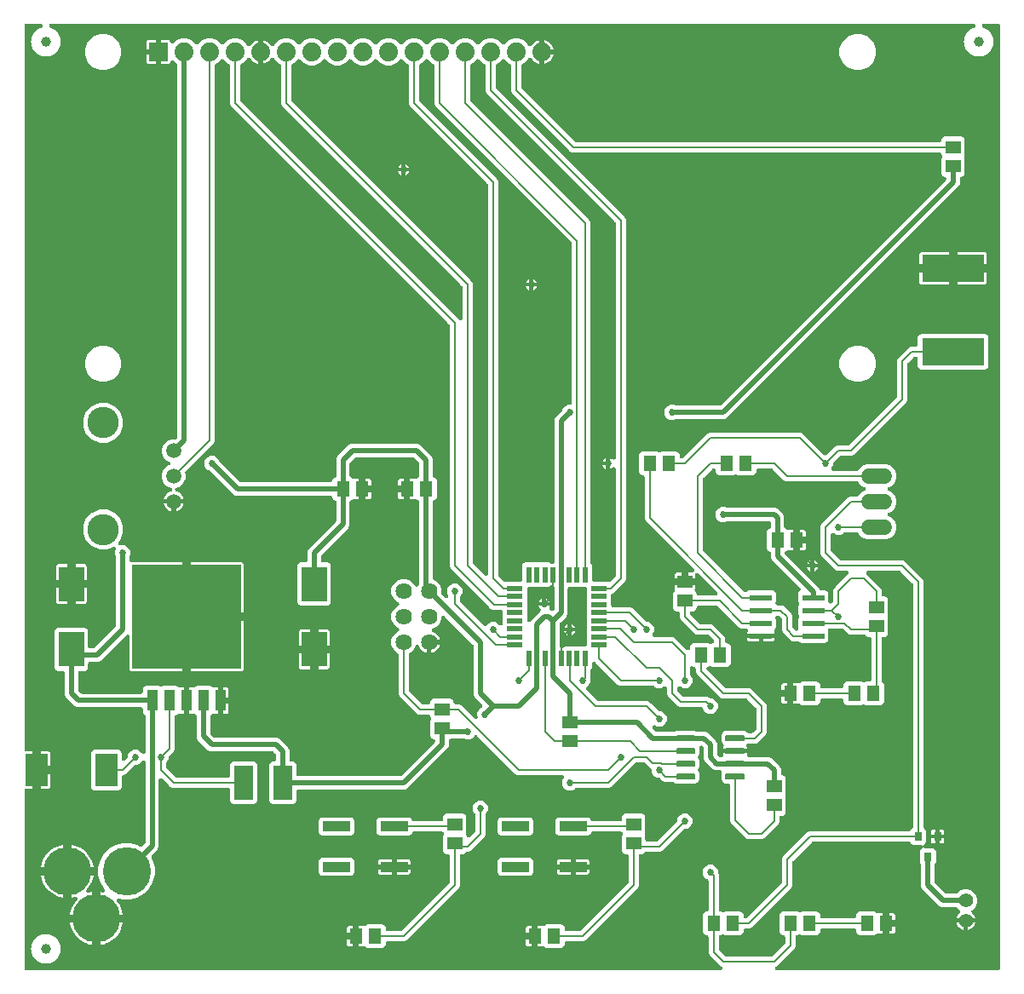
<source format=gtl>
G04 EAGLE Gerber RS-274X export*
G75*
%MOMM*%
%FSLAX34Y34*%
%LPD*%
%INTop Copper*%
%IPPOS*%
%AMOC8*
5,1,8,0,0,1.08239X$1,22.5*%
G01*
%ADD10R,1.500000X1.300000*%
%ADD11R,2.500000X3.500000*%
%ADD12R,1.300000X1.500000*%
%ADD13R,2.250000X3.180000*%
%ADD14R,10.800000X10.410000*%
%ADD15R,1.066800X2.159000*%
%ADD16R,2.200000X0.600000*%
%ADD17C,1.625600*%
%ADD18R,1.900000X3.400000*%
%ADD19R,1.879600X1.879600*%
%ADD20C,1.879600*%
%ADD21C,1.508000*%
%ADD22C,3.116000*%
%ADD23C,1.524000*%
%ADD24R,6.200000X2.700000*%
%ADD25R,2.750000X1.000000*%
%ADD26R,0.787400X0.889000*%
%ADD27C,0.150000*%
%ADD28C,1.000000*%
%ADD29C,4.800000*%
%ADD30R,0.550000X1.600000*%
%ADD31R,1.600000X0.550000*%
%ADD32C,1.408000*%
%ADD33C,0.203200*%
%ADD34C,0.685800*%
%ADD35C,0.508000*%

G36*
X695864Y4065D02*
X695864Y4065D01*
X695868Y4065D01*
X696062Y4085D01*
X696260Y4105D01*
X696264Y4106D01*
X696268Y4106D01*
X696456Y4165D01*
X696645Y4223D01*
X696649Y4225D01*
X696653Y4226D01*
X696827Y4322D01*
X696999Y4415D01*
X697002Y4417D01*
X697006Y4420D01*
X697159Y4548D01*
X697308Y4672D01*
X697311Y4676D01*
X697314Y4679D01*
X697438Y4834D01*
X697560Y4986D01*
X697562Y4990D01*
X697565Y4994D01*
X697656Y5171D01*
X697746Y5343D01*
X697747Y5348D01*
X697749Y5352D01*
X697803Y5544D01*
X697857Y5730D01*
X697857Y5735D01*
X697859Y5739D01*
X697874Y5935D01*
X697890Y6132D01*
X697889Y6136D01*
X697890Y6140D01*
X697866Y6334D01*
X697843Y6531D01*
X697842Y6536D01*
X697841Y6540D01*
X697780Y6724D01*
X697718Y6914D01*
X697716Y6918D01*
X697715Y6922D01*
X697618Y7091D01*
X697520Y7265D01*
X697517Y7268D01*
X697515Y7272D01*
X697386Y7421D01*
X697257Y7569D01*
X697254Y7572D01*
X697251Y7576D01*
X697093Y7697D01*
X696939Y7816D01*
X696935Y7818D01*
X696931Y7821D01*
X696636Y7973D01*
X695622Y8393D01*
X684693Y19322D01*
X683919Y21189D01*
X683919Y37204D01*
X683917Y37222D01*
X683919Y37240D01*
X683898Y37422D01*
X683879Y37605D01*
X683874Y37622D01*
X683872Y37639D01*
X683815Y37814D01*
X683761Y37990D01*
X683753Y38005D01*
X683747Y38022D01*
X683657Y38182D01*
X683569Y38344D01*
X683558Y38357D01*
X683549Y38373D01*
X683429Y38512D01*
X683312Y38653D01*
X683298Y38664D01*
X683286Y38678D01*
X683141Y38790D01*
X682998Y38905D01*
X682982Y38913D01*
X682968Y38924D01*
X682803Y39006D01*
X682641Y39091D01*
X682624Y39096D01*
X682608Y39104D01*
X682429Y39151D01*
X682254Y39202D01*
X682236Y39204D01*
X682219Y39208D01*
X681888Y39235D01*
X681691Y39235D01*
X680198Y39854D01*
X679054Y40998D01*
X678435Y42491D01*
X678435Y59109D01*
X679054Y60602D01*
X680198Y61746D01*
X681691Y62365D01*
X681888Y62365D01*
X681906Y62367D01*
X681924Y62365D01*
X682106Y62386D01*
X682289Y62405D01*
X682306Y62410D01*
X682323Y62412D01*
X682498Y62469D01*
X682674Y62523D01*
X682689Y62531D01*
X682706Y62537D01*
X682866Y62627D01*
X683028Y62715D01*
X683041Y62726D01*
X683057Y62735D01*
X683196Y62855D01*
X683337Y62972D01*
X683348Y62986D01*
X683362Y62998D01*
X683474Y63143D01*
X683589Y63286D01*
X683597Y63302D01*
X683608Y63316D01*
X683690Y63481D01*
X683775Y63643D01*
X683780Y63660D01*
X683788Y63676D01*
X683835Y63855D01*
X683886Y64030D01*
X683888Y64048D01*
X683892Y64065D01*
X683919Y64396D01*
X683919Y92911D01*
X683917Y92933D01*
X683919Y92955D01*
X683897Y93133D01*
X683879Y93311D01*
X683873Y93333D01*
X683870Y93355D01*
X683814Y93525D01*
X683761Y93696D01*
X683751Y93716D01*
X683744Y93737D01*
X683655Y93892D01*
X683569Y94050D01*
X683555Y94067D01*
X683544Y94087D01*
X683426Y94222D01*
X683312Y94359D01*
X683294Y94373D01*
X683280Y94390D01*
X683137Y94500D01*
X682998Y94612D01*
X682978Y94622D01*
X682960Y94636D01*
X682665Y94787D01*
X681555Y95247D01*
X679447Y97355D01*
X678306Y100109D01*
X678306Y103091D01*
X679447Y105845D01*
X681555Y107953D01*
X684309Y109094D01*
X687291Y109094D01*
X690045Y107953D01*
X692153Y105845D01*
X693294Y103091D01*
X693294Y101715D01*
X693297Y101684D01*
X693295Y101652D01*
X693317Y101483D01*
X693334Y101314D01*
X693343Y101284D01*
X693347Y101253D01*
X693448Y100937D01*
X694081Y99411D01*
X694081Y64396D01*
X694083Y64378D01*
X694081Y64360D01*
X694102Y64178D01*
X694121Y63995D01*
X694126Y63978D01*
X694128Y63961D01*
X694185Y63786D01*
X694239Y63610D01*
X694247Y63595D01*
X694253Y63578D01*
X694343Y63418D01*
X694431Y63256D01*
X694442Y63243D01*
X694451Y63227D01*
X694571Y63088D01*
X694688Y62947D01*
X694702Y62936D01*
X694714Y62922D01*
X694859Y62810D01*
X695002Y62695D01*
X695018Y62687D01*
X695032Y62676D01*
X695197Y62594D01*
X695359Y62509D01*
X695376Y62504D01*
X695392Y62496D01*
X695571Y62449D01*
X695746Y62398D01*
X695764Y62396D01*
X695781Y62392D01*
X696112Y62365D01*
X696308Y62365D01*
X697723Y61779D01*
X697748Y61771D01*
X697772Y61759D01*
X697941Y61713D01*
X698108Y61663D01*
X698135Y61660D01*
X698161Y61653D01*
X698335Y61641D01*
X698509Y61624D01*
X698535Y61627D01*
X698562Y61625D01*
X698735Y61648D01*
X698909Y61666D01*
X698935Y61674D01*
X698961Y61677D01*
X699277Y61779D01*
X700691Y62365D01*
X715309Y62365D01*
X716802Y61746D01*
X717946Y60602D01*
X718565Y59109D01*
X718565Y57912D01*
X718567Y57894D01*
X718565Y57876D01*
X718586Y57694D01*
X718605Y57511D01*
X718610Y57494D01*
X718612Y57477D01*
X718669Y57301D01*
X718723Y57126D01*
X718731Y57111D01*
X718737Y57094D01*
X718827Y56934D01*
X718915Y56772D01*
X718926Y56759D01*
X718935Y56743D01*
X719055Y56604D01*
X719172Y56463D01*
X719186Y56452D01*
X719198Y56438D01*
X719343Y56326D01*
X719486Y56211D01*
X719502Y56203D01*
X719516Y56192D01*
X719681Y56110D01*
X719843Y56025D01*
X719860Y56020D01*
X719876Y56012D01*
X720055Y55965D01*
X720230Y55914D01*
X720248Y55912D01*
X720265Y55908D01*
X720596Y55881D01*
X720954Y55881D01*
X720981Y55883D01*
X721007Y55881D01*
X721181Y55903D01*
X721355Y55921D01*
X721380Y55928D01*
X721407Y55932D01*
X721573Y55987D01*
X721740Y56039D01*
X721763Y56052D01*
X721789Y56060D01*
X721940Y56147D01*
X722094Y56231D01*
X722114Y56248D01*
X722137Y56261D01*
X722390Y56476D01*
X756324Y90410D01*
X756341Y90430D01*
X756362Y90448D01*
X756469Y90586D01*
X756579Y90721D01*
X756592Y90745D01*
X756608Y90766D01*
X756686Y90923D01*
X756768Y91077D01*
X756776Y91102D01*
X756788Y91126D01*
X756833Y91296D01*
X756883Y91463D01*
X756885Y91489D01*
X756892Y91515D01*
X756919Y91846D01*
X756919Y115311D01*
X757693Y117178D01*
X781982Y141467D01*
X783849Y142241D01*
X882871Y142241D01*
X882894Y142243D01*
X882916Y142241D01*
X883093Y142263D01*
X883272Y142281D01*
X883293Y142287D01*
X883316Y142290D01*
X883485Y142346D01*
X883657Y142399D01*
X883677Y142409D01*
X883698Y142416D01*
X883854Y142505D01*
X884011Y142591D01*
X884028Y142605D01*
X884048Y142616D01*
X884183Y142734D01*
X884320Y142848D01*
X884334Y142866D01*
X884351Y142880D01*
X884461Y143023D01*
X884573Y143162D01*
X884583Y143182D01*
X884596Y143199D01*
X884748Y143495D01*
X884919Y143907D01*
X886082Y145071D01*
X886164Y145117D01*
X886322Y145202D01*
X886339Y145216D01*
X886359Y145227D01*
X886494Y145344D01*
X886633Y145458D01*
X886647Y145475D01*
X886664Y145490D01*
X886773Y145631D01*
X886886Y145771D01*
X886897Y145790D01*
X886910Y145808D01*
X886990Y145969D01*
X887073Y146127D01*
X887080Y146148D01*
X887090Y146169D01*
X887136Y146343D01*
X887186Y146514D01*
X887188Y146536D01*
X887194Y146557D01*
X887221Y146888D01*
X887221Y387452D01*
X887219Y387479D01*
X887221Y387505D01*
X887199Y387679D01*
X887181Y387853D01*
X887174Y387878D01*
X887170Y387905D01*
X887115Y388071D01*
X887063Y388238D01*
X887050Y388261D01*
X887042Y388287D01*
X886955Y388438D01*
X886871Y388592D01*
X886854Y388612D01*
X886841Y388635D01*
X886626Y388888D01*
X874790Y400724D01*
X874770Y400741D01*
X874752Y400762D01*
X874614Y400869D01*
X874479Y400979D01*
X874455Y400992D01*
X874434Y401008D01*
X874277Y401086D01*
X874123Y401168D01*
X874098Y401176D01*
X874074Y401188D01*
X873904Y401233D01*
X873737Y401283D01*
X873711Y401285D01*
X873685Y401292D01*
X873354Y401319D01*
X842670Y401319D01*
X842661Y401318D01*
X842652Y401319D01*
X842459Y401298D01*
X842269Y401279D01*
X842261Y401277D01*
X842252Y401276D01*
X842068Y401218D01*
X841884Y401161D01*
X841876Y401157D01*
X841868Y401154D01*
X841700Y401062D01*
X841530Y400969D01*
X841523Y400964D01*
X841516Y400959D01*
X841369Y400835D01*
X841221Y400712D01*
X841215Y400705D01*
X841209Y400699D01*
X841089Y400547D01*
X840969Y400398D01*
X840965Y400390D01*
X840959Y400383D01*
X840870Y400208D01*
X840783Y400041D01*
X840781Y400032D01*
X840777Y400024D01*
X840725Y399837D01*
X840672Y399654D01*
X840671Y399645D01*
X840669Y399636D01*
X840655Y399443D01*
X840639Y399252D01*
X840640Y399244D01*
X840639Y399235D01*
X840664Y399042D01*
X840686Y398853D01*
X840689Y398844D01*
X840690Y398835D01*
X840751Y398652D01*
X840811Y398470D01*
X840815Y398462D01*
X840818Y398454D01*
X840914Y398287D01*
X841009Y398119D01*
X841014Y398112D01*
X841019Y398105D01*
X841234Y397852D01*
X855207Y383878D01*
X855981Y382011D01*
X855981Y377696D01*
X855983Y377678D01*
X855981Y377660D01*
X856002Y377478D01*
X856021Y377295D01*
X856026Y377278D01*
X856028Y377261D01*
X856085Y377086D01*
X856139Y376910D01*
X856147Y376895D01*
X856153Y376878D01*
X856243Y376718D01*
X856331Y376556D01*
X856342Y376543D01*
X856351Y376527D01*
X856471Y376388D01*
X856588Y376247D01*
X856602Y376236D01*
X856614Y376222D01*
X856759Y376110D01*
X856902Y375995D01*
X856918Y375987D01*
X856932Y375976D01*
X857097Y375894D01*
X857259Y375809D01*
X857276Y375804D01*
X857292Y375796D01*
X857471Y375749D01*
X857646Y375698D01*
X857664Y375696D01*
X857681Y375692D01*
X858012Y375665D01*
X859209Y375665D01*
X860702Y375046D01*
X861846Y373902D01*
X862465Y372409D01*
X862465Y357792D01*
X861879Y356377D01*
X861871Y356352D01*
X861859Y356328D01*
X861813Y356159D01*
X861763Y355992D01*
X861760Y355965D01*
X861753Y355939D01*
X861741Y355765D01*
X861724Y355591D01*
X861727Y355565D01*
X861725Y355538D01*
X861748Y355365D01*
X861766Y355191D01*
X861774Y355165D01*
X861777Y355139D01*
X861879Y354823D01*
X862465Y353409D01*
X862465Y338791D01*
X861846Y337298D01*
X860702Y336154D01*
X859209Y335535D01*
X858012Y335535D01*
X857994Y335533D01*
X857976Y335535D01*
X857794Y335514D01*
X857611Y335495D01*
X857594Y335490D01*
X857577Y335488D01*
X857402Y335431D01*
X857226Y335377D01*
X857211Y335369D01*
X857194Y335363D01*
X857034Y335273D01*
X856872Y335185D01*
X856859Y335174D01*
X856843Y335165D01*
X856704Y335045D01*
X856563Y334928D01*
X856552Y334914D01*
X856538Y334902D01*
X856426Y334757D01*
X856311Y334614D01*
X856303Y334598D01*
X856292Y334584D01*
X856210Y334419D01*
X856125Y334257D01*
X856120Y334240D01*
X856112Y334224D01*
X856065Y334045D01*
X856014Y333870D01*
X856012Y333852D01*
X856008Y333835D01*
X855981Y333504D01*
X855981Y291709D01*
X855983Y291682D01*
X855981Y291656D01*
X856003Y291482D01*
X856021Y291308D01*
X856028Y291283D01*
X856032Y291256D01*
X856088Y291090D01*
X856139Y290923D01*
X856152Y290900D01*
X856160Y290875D01*
X856247Y290723D01*
X856331Y290569D01*
X856348Y290549D01*
X856361Y290526D01*
X856576Y290273D01*
X857646Y289203D01*
X858265Y287709D01*
X858265Y271091D01*
X857646Y269598D01*
X856502Y268454D01*
X855009Y267835D01*
X840391Y267835D01*
X838977Y268421D01*
X838952Y268429D01*
X838928Y268441D01*
X838759Y268487D01*
X838592Y268537D01*
X838565Y268540D01*
X838539Y268547D01*
X838365Y268559D01*
X838191Y268576D01*
X838164Y268573D01*
X838138Y268575D01*
X837965Y268552D01*
X837791Y268534D01*
X837765Y268526D01*
X837739Y268523D01*
X837423Y268421D01*
X836008Y267835D01*
X821391Y267835D01*
X819898Y268454D01*
X818754Y269598D01*
X818135Y271091D01*
X818135Y272288D01*
X818133Y272306D01*
X818135Y272324D01*
X818114Y272506D01*
X818095Y272689D01*
X818090Y272706D01*
X818088Y272723D01*
X818031Y272898D01*
X817977Y273074D01*
X817969Y273089D01*
X817963Y273106D01*
X817873Y273266D01*
X817785Y273428D01*
X817774Y273441D01*
X817765Y273457D01*
X817645Y273596D01*
X817528Y273737D01*
X817514Y273748D01*
X817502Y273762D01*
X817357Y273874D01*
X817214Y273989D01*
X817198Y273997D01*
X817184Y274008D01*
X817019Y274090D01*
X816857Y274175D01*
X816840Y274180D01*
X816824Y274188D01*
X816645Y274235D01*
X816470Y274286D01*
X816452Y274288D01*
X816435Y274292D01*
X816104Y274319D01*
X796796Y274319D01*
X796778Y274317D01*
X796760Y274319D01*
X796578Y274298D01*
X796395Y274279D01*
X796378Y274274D01*
X796361Y274272D01*
X796186Y274215D01*
X796010Y274161D01*
X795995Y274153D01*
X795978Y274147D01*
X795818Y274057D01*
X795656Y273969D01*
X795643Y273958D01*
X795627Y273949D01*
X795488Y273829D01*
X795347Y273712D01*
X795336Y273698D01*
X795322Y273686D01*
X795210Y273541D01*
X795095Y273398D01*
X795087Y273382D01*
X795076Y273368D01*
X794994Y273203D01*
X794909Y273041D01*
X794904Y273024D01*
X794896Y273008D01*
X794849Y272829D01*
X794798Y272654D01*
X794796Y272636D01*
X794792Y272619D01*
X794765Y272288D01*
X794765Y271091D01*
X794146Y269598D01*
X793002Y268454D01*
X791509Y267835D01*
X776891Y267835D01*
X775398Y268454D01*
X774802Y269049D01*
X774732Y269107D01*
X774668Y269172D01*
X774577Y269234D01*
X774491Y269304D01*
X774410Y269347D01*
X774335Y269398D01*
X774233Y269441D01*
X774135Y269493D01*
X774048Y269519D01*
X773964Y269554D01*
X773855Y269576D01*
X773749Y269608D01*
X773659Y269616D01*
X773569Y269634D01*
X773459Y269634D01*
X773348Y269644D01*
X773257Y269634D01*
X773167Y269635D01*
X773031Y269610D01*
X772948Y269601D01*
X772902Y269586D01*
X772840Y269575D01*
X772035Y269359D01*
X768449Y269359D01*
X768449Y278182D01*
X768447Y278200D01*
X768449Y278217D01*
X768428Y278400D01*
X768409Y278582D01*
X768404Y278599D01*
X768402Y278617D01*
X768345Y278792D01*
X768291Y278967D01*
X768283Y278983D01*
X768277Y279000D01*
X768187Y279160D01*
X768099Y279321D01*
X768088Y279335D01*
X768079Y279351D01*
X768034Y279403D01*
X768119Y279508D01*
X768127Y279524D01*
X768138Y279538D01*
X768220Y279703D01*
X768305Y279866D01*
X768310Y279883D01*
X768318Y279899D01*
X768365Y280077D01*
X768416Y280252D01*
X768418Y280270D01*
X768422Y280287D01*
X768449Y280618D01*
X768449Y289441D01*
X772035Y289441D01*
X772840Y289225D01*
X772930Y289210D01*
X773018Y289186D01*
X773128Y289178D01*
X773237Y289160D01*
X773328Y289163D01*
X773419Y289156D01*
X773529Y289170D01*
X773640Y289174D01*
X773728Y289195D01*
X773819Y289207D01*
X773924Y289242D01*
X774031Y289268D01*
X774114Y289306D01*
X774200Y289335D01*
X774296Y289390D01*
X774397Y289437D01*
X774470Y289490D01*
X774549Y289536D01*
X774654Y289625D01*
X774722Y289674D01*
X774754Y289710D01*
X774802Y289751D01*
X775398Y290346D01*
X776891Y290965D01*
X791509Y290965D01*
X793002Y290346D01*
X794146Y289202D01*
X794765Y287709D01*
X794765Y286512D01*
X794767Y286494D01*
X794765Y286476D01*
X794786Y286294D01*
X794805Y286111D01*
X794810Y286094D01*
X794812Y286077D01*
X794869Y285902D01*
X794923Y285726D01*
X794931Y285711D01*
X794937Y285694D01*
X795027Y285534D01*
X795115Y285372D01*
X795126Y285359D01*
X795135Y285343D01*
X795255Y285204D01*
X795372Y285063D01*
X795386Y285052D01*
X795398Y285038D01*
X795543Y284926D01*
X795686Y284811D01*
X795702Y284803D01*
X795716Y284792D01*
X795881Y284710D01*
X796043Y284625D01*
X796060Y284620D01*
X796076Y284612D01*
X796255Y284565D01*
X796430Y284514D01*
X796448Y284512D01*
X796465Y284508D01*
X796796Y284481D01*
X816104Y284481D01*
X816122Y284483D01*
X816140Y284481D01*
X816322Y284502D01*
X816505Y284521D01*
X816522Y284526D01*
X816539Y284528D01*
X816714Y284585D01*
X816890Y284639D01*
X816905Y284647D01*
X816922Y284653D01*
X817082Y284743D01*
X817244Y284831D01*
X817257Y284842D01*
X817273Y284851D01*
X817412Y284971D01*
X817553Y285088D01*
X817564Y285102D01*
X817578Y285114D01*
X817690Y285259D01*
X817805Y285402D01*
X817813Y285418D01*
X817824Y285432D01*
X817906Y285597D01*
X817991Y285759D01*
X817996Y285776D01*
X818004Y285792D01*
X818051Y285971D01*
X818102Y286146D01*
X818104Y286164D01*
X818108Y286181D01*
X818135Y286512D01*
X818135Y287709D01*
X818754Y289202D01*
X819898Y290346D01*
X821391Y290965D01*
X836008Y290965D01*
X837423Y290379D01*
X837448Y290371D01*
X837472Y290359D01*
X837641Y290313D01*
X837808Y290263D01*
X837835Y290260D01*
X837861Y290253D01*
X838035Y290241D01*
X838209Y290224D01*
X838235Y290227D01*
X838262Y290225D01*
X838435Y290248D01*
X838609Y290266D01*
X838635Y290274D01*
X838661Y290277D01*
X838977Y290379D01*
X840391Y290965D01*
X843788Y290965D01*
X843806Y290967D01*
X843824Y290965D01*
X844006Y290986D01*
X844189Y291005D01*
X844206Y291010D01*
X844223Y291012D01*
X844398Y291069D01*
X844574Y291123D01*
X844589Y291131D01*
X844606Y291137D01*
X844766Y291227D01*
X844928Y291315D01*
X844941Y291326D01*
X844957Y291335D01*
X845096Y291455D01*
X845237Y291572D01*
X845248Y291586D01*
X845262Y291598D01*
X845374Y291743D01*
X845489Y291886D01*
X845497Y291902D01*
X845508Y291916D01*
X845590Y292081D01*
X845675Y292243D01*
X845680Y292260D01*
X845688Y292276D01*
X845735Y292455D01*
X845786Y292630D01*
X845788Y292648D01*
X845792Y292665D01*
X845819Y292996D01*
X845819Y333504D01*
X845817Y333522D01*
X845819Y333540D01*
X845798Y333721D01*
X845779Y333905D01*
X845774Y333922D01*
X845772Y333939D01*
X845715Y334113D01*
X845661Y334290D01*
X845653Y334305D01*
X845647Y334322D01*
X845557Y334482D01*
X845469Y334644D01*
X845458Y334657D01*
X845449Y334673D01*
X845329Y334812D01*
X845212Y334953D01*
X845198Y334964D01*
X845186Y334978D01*
X845041Y335090D01*
X844898Y335205D01*
X844882Y335213D01*
X844868Y335224D01*
X844703Y335306D01*
X844541Y335391D01*
X844524Y335396D01*
X844508Y335404D01*
X844329Y335451D01*
X844154Y335502D01*
X844136Y335504D01*
X844119Y335508D01*
X843788Y335535D01*
X842591Y335535D01*
X841098Y336154D01*
X840027Y337224D01*
X840007Y337241D01*
X839989Y337262D01*
X839851Y337369D01*
X839716Y337479D01*
X839692Y337492D01*
X839671Y337508D01*
X839514Y337586D01*
X839360Y337668D01*
X839335Y337676D01*
X839310Y337688D01*
X839141Y337733D01*
X838974Y337783D01*
X838948Y337785D01*
X838922Y337792D01*
X838591Y337819D01*
X824489Y337819D01*
X822622Y338593D01*
X817640Y343574D01*
X817620Y343591D01*
X817602Y343612D01*
X817464Y343719D01*
X817329Y343829D01*
X817305Y343842D01*
X817284Y343858D01*
X817127Y343936D01*
X816973Y344018D01*
X816948Y344026D01*
X816924Y344038D01*
X816754Y344083D01*
X816587Y344133D01*
X816561Y344135D01*
X816535Y344142D01*
X816204Y344169D01*
X804526Y344169D01*
X804513Y344168D01*
X804500Y344169D01*
X804313Y344148D01*
X804126Y344129D01*
X804113Y344125D01*
X804099Y344124D01*
X803921Y344067D01*
X803741Y344011D01*
X803729Y344005D01*
X803716Y344001D01*
X803552Y343909D01*
X803387Y343819D01*
X803376Y343811D01*
X803365Y343804D01*
X803221Y343681D01*
X803077Y343562D01*
X803069Y343551D01*
X803059Y343543D01*
X802943Y343394D01*
X802825Y343248D01*
X802819Y343236D01*
X802811Y343226D01*
X802726Y343057D01*
X802640Y342891D01*
X802636Y342878D01*
X802630Y342866D01*
X802580Y342684D01*
X802528Y342504D01*
X802527Y342490D01*
X802524Y342477D01*
X802511Y342290D01*
X802495Y342102D01*
X802497Y342089D01*
X802496Y342076D01*
X802520Y341890D01*
X802542Y341703D01*
X802546Y341690D01*
X802548Y341677D01*
X802650Y341361D01*
X803065Y340359D01*
X803065Y332741D01*
X802446Y331248D01*
X801302Y330104D01*
X799809Y329485D01*
X776191Y329485D01*
X774698Y330104D01*
X773927Y330874D01*
X773907Y330891D01*
X773889Y330912D01*
X773751Y331018D01*
X773616Y331129D01*
X773592Y331142D01*
X773571Y331158D01*
X773415Y331236D01*
X773260Y331318D01*
X773235Y331326D01*
X773210Y331338D01*
X773041Y331383D01*
X772874Y331433D01*
X772848Y331435D01*
X772822Y331442D01*
X772491Y331469D01*
X767339Y331469D01*
X765472Y332243D01*
X757693Y340022D01*
X756919Y341889D01*
X756919Y352654D01*
X756917Y352681D01*
X756919Y352707D01*
X756897Y352881D01*
X756879Y353055D01*
X756872Y353080D01*
X756868Y353107D01*
X756813Y353273D01*
X756761Y353440D01*
X756748Y353463D01*
X756740Y353489D01*
X756653Y353639D01*
X756569Y353794D01*
X756552Y353814D01*
X756539Y353837D01*
X756324Y354090D01*
X754140Y356274D01*
X754120Y356291D01*
X754102Y356312D01*
X753964Y356419D01*
X753829Y356529D01*
X753805Y356542D01*
X753784Y356558D01*
X753627Y356636D01*
X753473Y356718D01*
X753448Y356726D01*
X753424Y356738D01*
X753254Y356783D01*
X753087Y356833D01*
X753061Y356835D01*
X753035Y356842D01*
X752704Y356869D01*
X752526Y356869D01*
X752513Y356868D01*
X752500Y356869D01*
X752313Y356848D01*
X752126Y356829D01*
X752113Y356825D01*
X752099Y356824D01*
X751921Y356767D01*
X751741Y356711D01*
X751729Y356705D01*
X751716Y356701D01*
X751552Y356609D01*
X751387Y356519D01*
X751376Y356511D01*
X751365Y356504D01*
X751221Y356381D01*
X751077Y356262D01*
X751069Y356251D01*
X751059Y356243D01*
X750943Y356094D01*
X750825Y355948D01*
X750819Y355936D01*
X750811Y355926D01*
X750726Y355757D01*
X750640Y355591D01*
X750636Y355578D01*
X750630Y355566D01*
X750580Y355384D01*
X750528Y355204D01*
X750527Y355190D01*
X750524Y355177D01*
X750511Y354991D01*
X750495Y354802D01*
X750497Y354789D01*
X750496Y354776D01*
X750520Y354590D01*
X750542Y354403D01*
X750546Y354390D01*
X750548Y354377D01*
X750650Y354061D01*
X751065Y353059D01*
X751065Y345441D01*
X750446Y343948D01*
X749614Y343115D01*
X749515Y342995D01*
X749412Y342880D01*
X749388Y342840D01*
X749359Y342804D01*
X749286Y342667D01*
X749207Y342533D01*
X749192Y342489D01*
X749170Y342448D01*
X749126Y342299D01*
X749075Y342153D01*
X749069Y342107D01*
X749055Y342062D01*
X749041Y341908D01*
X749020Y341754D01*
X749023Y341708D01*
X749019Y341661D01*
X749036Y341507D01*
X749045Y341352D01*
X749057Y341307D01*
X749062Y341261D01*
X749109Y341113D01*
X749149Y340963D01*
X749172Y340916D01*
X749184Y340877D01*
X749226Y340801D01*
X749291Y340663D01*
X749368Y340531D01*
X749541Y339885D01*
X749541Y338581D01*
X736000Y338581D01*
X722459Y338581D01*
X722459Y339885D01*
X722632Y340531D01*
X722709Y340663D01*
X722773Y340805D01*
X722843Y340943D01*
X722856Y340988D01*
X722875Y341030D01*
X722909Y341181D01*
X722951Y341331D01*
X722955Y341377D01*
X722965Y341423D01*
X722969Y341578D01*
X722981Y341732D01*
X722975Y341779D01*
X722976Y341825D01*
X722950Y341978D01*
X722930Y342132D01*
X722915Y342176D01*
X722907Y342222D01*
X722851Y342366D01*
X722802Y342513D01*
X722779Y342554D01*
X722762Y342597D01*
X722679Y342728D01*
X722601Y342862D01*
X722567Y342902D01*
X722545Y342937D01*
X722485Y342999D01*
X722386Y343115D01*
X721927Y343574D01*
X721907Y343591D01*
X721889Y343612D01*
X721751Y343719D01*
X721616Y343829D01*
X721592Y343842D01*
X721571Y343858D01*
X721414Y343936D01*
X721260Y344018D01*
X721235Y344026D01*
X721210Y344038D01*
X721041Y344083D01*
X720874Y344133D01*
X720848Y344135D01*
X720822Y344142D01*
X720491Y344169D01*
X716539Y344169D01*
X714672Y344943D01*
X712957Y346658D01*
X693790Y365824D01*
X693770Y365841D01*
X693752Y365862D01*
X693614Y365969D01*
X693479Y366079D01*
X693455Y366092D01*
X693434Y366108D01*
X693277Y366186D01*
X693123Y366268D01*
X693098Y366276D01*
X693074Y366288D01*
X692904Y366333D01*
X692737Y366383D01*
X692711Y366385D01*
X692685Y366392D01*
X692354Y366419D01*
X673996Y366419D01*
X673978Y366417D01*
X673960Y366419D01*
X673778Y366398D01*
X673595Y366379D01*
X673578Y366374D01*
X673561Y366372D01*
X673386Y366315D01*
X673210Y366261D01*
X673195Y366253D01*
X673178Y366247D01*
X673018Y366157D01*
X672856Y366069D01*
X672843Y366058D01*
X672827Y366049D01*
X672688Y365929D01*
X672547Y365812D01*
X672536Y365798D01*
X672522Y365786D01*
X672410Y365641D01*
X672295Y365498D01*
X672287Y365482D01*
X672276Y365468D01*
X672194Y365303D01*
X672109Y365141D01*
X672104Y365124D01*
X672096Y365108D01*
X672049Y364929D01*
X671998Y364754D01*
X671996Y364736D01*
X671992Y364719D01*
X671965Y364388D01*
X671965Y364191D01*
X671346Y362698D01*
X670202Y361554D01*
X668709Y360935D01*
X667512Y360935D01*
X667494Y360933D01*
X667476Y360935D01*
X667294Y360914D01*
X667111Y360895D01*
X667094Y360890D01*
X667077Y360888D01*
X666902Y360831D01*
X666726Y360777D01*
X666711Y360769D01*
X666694Y360763D01*
X666534Y360673D01*
X666372Y360585D01*
X666359Y360574D01*
X666343Y360565D01*
X666204Y360445D01*
X666063Y360328D01*
X666052Y360314D01*
X666038Y360302D01*
X665926Y360157D01*
X665811Y360014D01*
X665803Y359998D01*
X665792Y359984D01*
X665710Y359819D01*
X665625Y359657D01*
X665620Y359640D01*
X665612Y359624D01*
X665565Y359445D01*
X665514Y359270D01*
X665512Y359252D01*
X665508Y359235D01*
X665481Y358904D01*
X665481Y358546D01*
X665483Y358519D01*
X665481Y358493D01*
X665503Y358319D01*
X665521Y358145D01*
X665528Y358120D01*
X665532Y358093D01*
X665587Y357927D01*
X665639Y357760D01*
X665652Y357737D01*
X665660Y357711D01*
X665747Y357560D01*
X665831Y357406D01*
X665848Y357386D01*
X665861Y357363D01*
X666076Y357110D01*
X674610Y348576D01*
X674630Y348559D01*
X674648Y348538D01*
X674786Y348431D01*
X674921Y348321D01*
X674945Y348308D01*
X674966Y348292D01*
X675123Y348214D01*
X675277Y348132D01*
X675302Y348124D01*
X675326Y348112D01*
X675496Y348067D01*
X675663Y348017D01*
X675689Y348015D01*
X675715Y348008D01*
X676046Y347981D01*
X686811Y347981D01*
X688678Y347207D01*
X699607Y336278D01*
X700381Y334411D01*
X700381Y331096D01*
X700383Y331078D01*
X700381Y331060D01*
X700402Y330878D01*
X700421Y330695D01*
X700426Y330678D01*
X700428Y330661D01*
X700485Y330486D01*
X700539Y330310D01*
X700547Y330295D01*
X700553Y330278D01*
X700643Y330118D01*
X700731Y329956D01*
X700742Y329943D01*
X700751Y329927D01*
X700871Y329788D01*
X700988Y329647D01*
X701002Y329636D01*
X701014Y329622D01*
X701159Y329510D01*
X701302Y329395D01*
X701318Y329387D01*
X701332Y329376D01*
X701497Y329294D01*
X701659Y329209D01*
X701676Y329204D01*
X701692Y329196D01*
X701871Y329149D01*
X702046Y329098D01*
X702064Y329096D01*
X702081Y329092D01*
X702412Y329065D01*
X702609Y329065D01*
X704102Y328446D01*
X705246Y327302D01*
X705865Y325809D01*
X705865Y309191D01*
X705246Y307698D01*
X704102Y306554D01*
X702609Y305935D01*
X687991Y305935D01*
X686577Y306521D01*
X686552Y306529D01*
X686528Y306541D01*
X686359Y306587D01*
X686192Y306637D01*
X686165Y306640D01*
X686139Y306647D01*
X685965Y306659D01*
X685791Y306676D01*
X685765Y306673D01*
X685738Y306675D01*
X685564Y306652D01*
X685391Y306634D01*
X685365Y306626D01*
X685339Y306623D01*
X685023Y306521D01*
X683264Y305793D01*
X683253Y305786D01*
X683240Y305782D01*
X683075Y305691D01*
X682910Y305603D01*
X682899Y305594D01*
X682888Y305588D01*
X682745Y305466D01*
X682599Y305346D01*
X682591Y305336D01*
X682581Y305327D01*
X682464Y305179D01*
X682345Y305034D01*
X682339Y305022D01*
X682331Y305011D01*
X682245Y304843D01*
X682158Y304677D01*
X682155Y304664D01*
X682149Y304652D01*
X682098Y304470D01*
X682045Y304291D01*
X682044Y304277D01*
X682041Y304264D01*
X682027Y304076D01*
X682011Y303889D01*
X682012Y303876D01*
X682011Y303863D01*
X682035Y303674D01*
X682056Y303489D01*
X682060Y303477D01*
X682062Y303463D01*
X682122Y303284D01*
X682179Y303106D01*
X682186Y303094D01*
X682190Y303082D01*
X682284Y302918D01*
X682375Y302755D01*
X682384Y302744D01*
X682391Y302733D01*
X682605Y302480D01*
X700010Y285076D01*
X700030Y285059D01*
X700048Y285038D01*
X700186Y284931D01*
X700321Y284821D01*
X700345Y284808D01*
X700366Y284792D01*
X700523Y284714D01*
X700677Y284632D01*
X700702Y284624D01*
X700726Y284612D01*
X700896Y284567D01*
X701063Y284517D01*
X701089Y284515D01*
X701115Y284508D01*
X701446Y284481D01*
X724911Y284481D01*
X726778Y283707D01*
X740907Y269578D01*
X741681Y267711D01*
X741681Y240289D01*
X740907Y238422D01*
X733128Y230643D01*
X731261Y229869D01*
X723920Y229869D01*
X723893Y229867D01*
X723866Y229869D01*
X723692Y229847D01*
X723519Y229829D01*
X723494Y229822D01*
X723467Y229818D01*
X723301Y229763D01*
X723134Y229711D01*
X723111Y229698D01*
X723085Y229690D01*
X722934Y229603D01*
X722780Y229519D01*
X722760Y229502D01*
X722736Y229489D01*
X722483Y229274D01*
X722102Y228893D01*
X722004Y228773D01*
X721900Y228658D01*
X721876Y228617D01*
X721847Y228581D01*
X721774Y228445D01*
X721695Y228311D01*
X721680Y228267D01*
X721658Y228226D01*
X721614Y228078D01*
X721563Y227931D01*
X721557Y227884D01*
X721543Y227840D01*
X721529Y227685D01*
X721508Y227532D01*
X721511Y227485D01*
X721507Y227439D01*
X721524Y227285D01*
X721533Y227130D01*
X721545Y227085D01*
X721550Y227039D01*
X721597Y226890D01*
X721637Y226741D01*
X721660Y226693D01*
X721672Y226655D01*
X721714Y226579D01*
X721779Y226441D01*
X722166Y225770D01*
X722391Y224933D01*
X722391Y224281D01*
X710350Y224281D01*
X698309Y224281D01*
X698309Y224933D01*
X698534Y225770D01*
X698921Y226441D01*
X698985Y226582D01*
X699055Y226721D01*
X699067Y226765D01*
X699087Y226808D01*
X699121Y226959D01*
X699163Y227108D01*
X699166Y227155D01*
X699177Y227200D01*
X699181Y227355D01*
X699192Y227510D01*
X699186Y227556D01*
X699188Y227603D01*
X699161Y227755D01*
X699142Y227909D01*
X699127Y227954D01*
X699119Y227999D01*
X699063Y228144D01*
X699014Y228291D01*
X698990Y228331D01*
X698974Y228375D01*
X698890Y228506D01*
X698813Y228640D01*
X698779Y228680D01*
X698757Y228714D01*
X698697Y228777D01*
X698598Y228893D01*
X697518Y229973D01*
X696785Y231742D01*
X696785Y238158D01*
X697518Y239927D01*
X698873Y241282D01*
X700642Y242015D01*
X720058Y242015D01*
X721827Y241282D01*
X722483Y240626D01*
X722504Y240609D01*
X722522Y240588D01*
X722659Y240482D01*
X722795Y240371D01*
X722819Y240358D01*
X722840Y240342D01*
X722996Y240264D01*
X723151Y240182D01*
X723176Y240174D01*
X723200Y240162D01*
X723369Y240117D01*
X723536Y240067D01*
X723563Y240065D01*
X723589Y240058D01*
X723920Y240031D01*
X727304Y240031D01*
X727331Y240033D01*
X727357Y240031D01*
X727531Y240053D01*
X727705Y240071D01*
X727730Y240078D01*
X727757Y240082D01*
X727923Y240137D01*
X728090Y240189D01*
X728113Y240202D01*
X728139Y240210D01*
X728290Y240297D01*
X728444Y240381D01*
X728464Y240398D01*
X728487Y240411D01*
X728740Y240626D01*
X730924Y242810D01*
X730941Y242830D01*
X730962Y242848D01*
X731069Y242986D01*
X731179Y243121D01*
X731192Y243145D01*
X731208Y243166D01*
X731286Y243323D01*
X731368Y243477D01*
X731376Y243502D01*
X731388Y243526D01*
X731433Y243696D01*
X731483Y243863D01*
X731485Y243889D01*
X731492Y243915D01*
X731519Y244246D01*
X731519Y263754D01*
X731517Y263781D01*
X731519Y263807D01*
X731497Y263981D01*
X731479Y264155D01*
X731472Y264180D01*
X731468Y264207D01*
X731413Y264373D01*
X731361Y264540D01*
X731348Y264563D01*
X731340Y264589D01*
X731253Y264740D01*
X731169Y264894D01*
X731152Y264914D01*
X731139Y264937D01*
X730924Y265190D01*
X722390Y273724D01*
X722370Y273741D01*
X722352Y273762D01*
X722214Y273869D01*
X722079Y273979D01*
X722055Y273992D01*
X722034Y274008D01*
X721877Y274086D01*
X721723Y274168D01*
X721698Y274176D01*
X721674Y274188D01*
X721504Y274233D01*
X721337Y274283D01*
X721311Y274285D01*
X721285Y274292D01*
X720954Y274319D01*
X697489Y274319D01*
X695622Y275093D01*
X671993Y298722D01*
X671219Y300589D01*
X671219Y303904D01*
X671217Y303922D01*
X671219Y303940D01*
X671198Y304122D01*
X671179Y304305D01*
X671174Y304322D01*
X671172Y304339D01*
X671115Y304514D01*
X671061Y304690D01*
X671053Y304705D01*
X671047Y304722D01*
X670957Y304882D01*
X670869Y305044D01*
X670858Y305057D01*
X670849Y305073D01*
X670729Y305212D01*
X670612Y305353D01*
X670598Y305364D01*
X670586Y305378D01*
X670441Y305490D01*
X670298Y305605D01*
X670282Y305613D01*
X670268Y305624D01*
X670103Y305706D01*
X669941Y305791D01*
X669924Y305796D01*
X669908Y305804D01*
X669729Y305851D01*
X669554Y305902D01*
X669536Y305904D01*
X669519Y305908D01*
X669188Y305935D01*
X668991Y305935D01*
X668289Y306226D01*
X668276Y306230D01*
X668265Y306236D01*
X668085Y306288D01*
X667904Y306343D01*
X667891Y306344D01*
X667878Y306348D01*
X667690Y306363D01*
X667503Y306381D01*
X667490Y306379D01*
X667476Y306380D01*
X667290Y306359D01*
X667103Y306339D01*
X667090Y306335D01*
X667077Y306334D01*
X666898Y306275D01*
X666718Y306219D01*
X666707Y306213D01*
X666694Y306209D01*
X666530Y306116D01*
X666365Y306026D01*
X666355Y306017D01*
X666343Y306011D01*
X666201Y305888D01*
X666057Y305767D01*
X666049Y305756D01*
X666038Y305748D01*
X665924Y305600D01*
X665806Y305452D01*
X665800Y305440D01*
X665792Y305430D01*
X665708Y305261D01*
X665622Y305094D01*
X665618Y305081D01*
X665612Y305069D01*
X665563Y304886D01*
X665512Y304706D01*
X665511Y304693D01*
X665508Y304680D01*
X665481Y304349D01*
X665481Y298458D01*
X665483Y298432D01*
X665481Y298405D01*
X665503Y298231D01*
X665521Y298058D01*
X665528Y298032D01*
X665532Y298006D01*
X665587Y297840D01*
X665639Y297673D01*
X665652Y297649D01*
X665660Y297624D01*
X665747Y297472D01*
X665831Y297319D01*
X665848Y297298D01*
X665861Y297275D01*
X666076Y297022D01*
X666753Y296345D01*
X667894Y293591D01*
X667894Y290609D01*
X666753Y287855D01*
X664645Y285747D01*
X661891Y284606D01*
X658909Y284606D01*
X656115Y285764D01*
X656086Y285787D01*
X655937Y285909D01*
X655929Y285913D01*
X655922Y285919D01*
X655751Y286008D01*
X655581Y286098D01*
X655573Y286100D01*
X655565Y286104D01*
X655379Y286158D01*
X655195Y286212D01*
X655186Y286213D01*
X655178Y286216D01*
X654987Y286231D01*
X654794Y286249D01*
X654785Y286248D01*
X654776Y286249D01*
X654587Y286226D01*
X654394Y286205D01*
X654385Y286203D01*
X654377Y286202D01*
X654195Y286142D01*
X654010Y286084D01*
X654002Y286080D01*
X653994Y286077D01*
X653826Y285982D01*
X653658Y285889D01*
X653651Y285883D01*
X653643Y285879D01*
X653497Y285753D01*
X653351Y285629D01*
X653345Y285622D01*
X653338Y285616D01*
X653221Y285465D01*
X653101Y285313D01*
X653097Y285305D01*
X653092Y285298D01*
X653006Y285126D01*
X652919Y284954D01*
X652916Y284945D01*
X652912Y284937D01*
X652862Y284751D01*
X652811Y284566D01*
X652810Y284557D01*
X652808Y284548D01*
X652781Y284218D01*
X652781Y282346D01*
X652783Y282328D01*
X652781Y282310D01*
X652782Y282302D01*
X652781Y282293D01*
X652803Y282119D01*
X652821Y281945D01*
X652826Y281928D01*
X652828Y281911D01*
X652831Y281902D01*
X652832Y281893D01*
X652887Y281727D01*
X652939Y281560D01*
X652947Y281545D01*
X652953Y281528D01*
X652957Y281520D01*
X652960Y281511D01*
X653047Y281360D01*
X653131Y281206D01*
X653142Y281193D01*
X653151Y281177D01*
X653156Y281171D01*
X653161Y281163D01*
X653376Y280910D01*
X657846Y276440D01*
X657866Y276423D01*
X657884Y276402D01*
X658022Y276295D01*
X658157Y276185D01*
X658181Y276172D01*
X658202Y276156D01*
X658359Y276078D01*
X658513Y275996D01*
X658538Y275988D01*
X658562Y275976D01*
X658732Y275931D01*
X658899Y275881D01*
X658925Y275879D01*
X658951Y275872D01*
X659282Y275845D01*
X682747Y275845D01*
X684614Y275071D01*
X684897Y274789D01*
X684905Y274782D01*
X684908Y274779D01*
X684919Y274770D01*
X684935Y274751D01*
X685073Y274644D01*
X685208Y274534D01*
X685232Y274521D01*
X685253Y274505D01*
X685410Y274427D01*
X685564Y274345D01*
X685589Y274337D01*
X685613Y274325D01*
X685783Y274280D01*
X685950Y274230D01*
X685976Y274228D01*
X686002Y274221D01*
X686333Y274194D01*
X687291Y274194D01*
X690045Y273053D01*
X692153Y270945D01*
X693294Y268191D01*
X693294Y265209D01*
X692153Y262455D01*
X690045Y260347D01*
X687291Y259206D01*
X684309Y259206D01*
X681555Y260347D01*
X679447Y262455D01*
X678629Y264429D01*
X678619Y264449D01*
X678612Y264470D01*
X678524Y264626D01*
X678439Y264784D01*
X678425Y264801D01*
X678414Y264821D01*
X678297Y264956D01*
X678183Y265095D01*
X678165Y265109D01*
X678151Y265126D01*
X678009Y265235D01*
X677870Y265348D01*
X677850Y265359D01*
X677833Y265372D01*
X677672Y265452D01*
X677514Y265535D01*
X677492Y265542D01*
X677472Y265552D01*
X677299Y265598D01*
X677127Y265648D01*
X677105Y265650D01*
X677083Y265656D01*
X676753Y265683D01*
X655325Y265683D01*
X653458Y266457D01*
X643393Y276522D01*
X642619Y278389D01*
X642619Y284218D01*
X642618Y284227D01*
X642619Y284236D01*
X642599Y284426D01*
X642579Y284618D01*
X642577Y284627D01*
X642576Y284636D01*
X642518Y284818D01*
X642461Y285003D01*
X642457Y285011D01*
X642454Y285020D01*
X642362Y285187D01*
X642269Y285357D01*
X642264Y285364D01*
X642259Y285372D01*
X642134Y285520D01*
X642012Y285666D01*
X642005Y285672D01*
X641999Y285679D01*
X641847Y285799D01*
X641698Y285919D01*
X641690Y285923D01*
X641683Y285929D01*
X641510Y286017D01*
X641341Y286104D01*
X641332Y286107D01*
X641324Y286111D01*
X641137Y286163D01*
X640954Y286216D01*
X640945Y286216D01*
X640936Y286219D01*
X640745Y286233D01*
X640552Y286249D01*
X640543Y286248D01*
X640535Y286248D01*
X640343Y286224D01*
X640153Y286202D01*
X640144Y286199D01*
X640135Y286198D01*
X639952Y286136D01*
X639770Y286077D01*
X639762Y286072D01*
X639753Y286070D01*
X639586Y285973D01*
X639419Y285879D01*
X639412Y285873D01*
X639405Y285869D01*
X639277Y285761D01*
X636491Y284606D01*
X633509Y284606D01*
X630755Y285747D01*
X630078Y286424D01*
X630057Y286441D01*
X630040Y286462D01*
X629902Y286569D01*
X629766Y286679D01*
X629743Y286692D01*
X629722Y286708D01*
X629565Y286786D01*
X629411Y286868D01*
X629385Y286876D01*
X629361Y286888D01*
X629192Y286933D01*
X629025Y286983D01*
X628998Y286985D01*
X628972Y286992D01*
X628642Y287019D01*
X595889Y287019D01*
X594022Y287793D01*
X592307Y289508D01*
X571682Y310132D01*
X571675Y310138D01*
X571670Y310145D01*
X571520Y310265D01*
X571371Y310388D01*
X571363Y310392D01*
X571356Y310397D01*
X571185Y310486D01*
X571015Y310576D01*
X571007Y310579D01*
X570999Y310583D01*
X570813Y310636D01*
X570629Y310691D01*
X570620Y310692D01*
X570612Y310694D01*
X570420Y310710D01*
X570228Y310727D01*
X570219Y310726D01*
X570210Y310727D01*
X570021Y310705D01*
X569828Y310684D01*
X569819Y310681D01*
X569811Y310680D01*
X569629Y310621D01*
X569444Y310562D01*
X569436Y310558D01*
X569428Y310555D01*
X569259Y310460D01*
X569092Y310368D01*
X569085Y310362D01*
X569077Y310357D01*
X568931Y310231D01*
X568785Y310107D01*
X568779Y310100D01*
X568772Y310094D01*
X568655Y309943D01*
X568535Y309791D01*
X568531Y309783D01*
X568526Y309776D01*
X568440Y309604D01*
X568353Y309432D01*
X568350Y309424D01*
X568346Y309416D01*
X568296Y309229D01*
X568245Y309044D01*
X568244Y309036D01*
X568242Y309027D01*
X568215Y308696D01*
X568215Y304991D01*
X567596Y303498D01*
X567076Y302977D01*
X567059Y302957D01*
X567038Y302939D01*
X566931Y302801D01*
X566821Y302666D01*
X566808Y302642D01*
X566792Y302621D01*
X566714Y302464D01*
X566632Y302310D01*
X566624Y302285D01*
X566612Y302260D01*
X566567Y302091D01*
X566517Y301924D01*
X566515Y301898D01*
X566508Y301872D01*
X566481Y301541D01*
X566481Y293689D01*
X566448Y293611D01*
X566439Y293581D01*
X566425Y293553D01*
X566381Y293388D01*
X566332Y293226D01*
X566329Y293195D01*
X566321Y293165D01*
X566294Y292834D01*
X566294Y290609D01*
X565153Y287855D01*
X562778Y285480D01*
X562766Y285466D01*
X562753Y285455D01*
X562639Y285311D01*
X562523Y285169D01*
X562514Y285153D01*
X562503Y285139D01*
X562420Y284975D01*
X562334Y284813D01*
X562329Y284796D01*
X562321Y284780D01*
X562272Y284603D01*
X562219Y284427D01*
X562218Y284409D01*
X562213Y284392D01*
X562200Y284209D01*
X562183Y284026D01*
X562185Y284008D01*
X562184Y283990D01*
X562207Y283808D01*
X562226Y283626D01*
X562232Y283609D01*
X562234Y283591D01*
X562292Y283417D01*
X562348Y283242D01*
X562357Y283226D01*
X562362Y283209D01*
X562454Y283050D01*
X562543Y282890D01*
X562554Y282876D01*
X562563Y282860D01*
X562778Y282607D01*
X573010Y272376D01*
X573030Y272359D01*
X573048Y272338D01*
X573186Y272231D01*
X573321Y272121D01*
X573345Y272108D01*
X573366Y272092D01*
X573523Y272014D01*
X573677Y271932D01*
X573702Y271924D01*
X573726Y271912D01*
X573896Y271867D01*
X574063Y271817D01*
X574089Y271815D01*
X574115Y271808D01*
X574446Y271781D01*
X623311Y271781D01*
X625178Y271007D01*
X626893Y269292D01*
X634097Y262089D01*
X634117Y262072D01*
X634135Y262051D01*
X634273Y261944D01*
X634408Y261834D01*
X634432Y261821D01*
X634453Y261805D01*
X634610Y261727D01*
X634764Y261645D01*
X634789Y261637D01*
X634813Y261625D01*
X634983Y261580D01*
X635150Y261530D01*
X635176Y261528D01*
X635202Y261521D01*
X635533Y261494D01*
X636491Y261494D01*
X639245Y260353D01*
X641353Y258245D01*
X642494Y255491D01*
X642494Y252509D01*
X641353Y249755D01*
X639245Y247647D01*
X636491Y246506D01*
X633509Y246506D01*
X630866Y247601D01*
X630861Y247603D01*
X630858Y247605D01*
X630672Y247660D01*
X630480Y247718D01*
X630476Y247718D01*
X630472Y247719D01*
X630274Y247737D01*
X630080Y247756D01*
X630075Y247755D01*
X630071Y247756D01*
X629872Y247734D01*
X629679Y247714D01*
X629675Y247713D01*
X629670Y247712D01*
X629480Y247652D01*
X629295Y247594D01*
X629291Y247592D01*
X629287Y247591D01*
X629115Y247496D01*
X628942Y247401D01*
X628938Y247398D01*
X628934Y247396D01*
X628786Y247271D01*
X628633Y247142D01*
X628631Y247139D01*
X628627Y247136D01*
X628506Y246982D01*
X628382Y246827D01*
X628380Y246823D01*
X628378Y246820D01*
X628288Y246644D01*
X628198Y246469D01*
X628197Y246465D01*
X628195Y246461D01*
X628142Y246269D01*
X628089Y246082D01*
X628088Y246077D01*
X628087Y246073D01*
X628073Y245872D01*
X628058Y245680D01*
X628058Y245676D01*
X628058Y245671D01*
X628083Y245473D01*
X628106Y245281D01*
X628108Y245276D01*
X628108Y245272D01*
X628170Y245088D01*
X628233Y244898D01*
X628235Y244894D01*
X628236Y244890D01*
X628335Y244720D01*
X628432Y244549D01*
X628435Y244545D01*
X628437Y244541D01*
X628652Y244288D01*
X630791Y242150D01*
X630812Y242133D01*
X630829Y242112D01*
X630967Y242005D01*
X631102Y241895D01*
X631126Y241882D01*
X631147Y241866D01*
X631304Y241788D01*
X631458Y241706D01*
X631484Y241698D01*
X631508Y241686D01*
X631677Y241641D01*
X631844Y241591D01*
X631871Y241589D01*
X631896Y241582D01*
X632227Y241555D01*
X650028Y241555D01*
X650059Y241558D01*
X650090Y241556D01*
X650259Y241578D01*
X650428Y241595D01*
X650458Y241604D01*
X650489Y241608D01*
X650805Y241709D01*
X651542Y242015D01*
X670958Y242015D01*
X671695Y241709D01*
X671725Y241700D01*
X671753Y241686D01*
X671917Y241642D01*
X672080Y241593D01*
X672111Y241590D01*
X672142Y241582D01*
X672472Y241555D01*
X680764Y241555D01*
X683191Y240549D01*
X691399Y232341D01*
X692405Y229914D01*
X692405Y219477D01*
X692407Y219451D01*
X692405Y219424D01*
X692427Y219250D01*
X692445Y219077D01*
X692452Y219051D01*
X692456Y219024D01*
X692511Y218859D01*
X692563Y218692D01*
X692576Y218668D01*
X692584Y218643D01*
X692671Y218491D01*
X692755Y218338D01*
X692772Y218317D01*
X692785Y218294D01*
X693000Y218041D01*
X694291Y216750D01*
X694312Y216733D01*
X694329Y216712D01*
X694467Y216605D01*
X694602Y216495D01*
X694626Y216482D01*
X694647Y216466D01*
X694804Y216388D01*
X694958Y216306D01*
X694984Y216298D01*
X695008Y216286D01*
X695177Y216241D01*
X695344Y216191D01*
X695371Y216189D01*
X695396Y216182D01*
X695727Y216155D01*
X696576Y216155D01*
X696658Y216163D01*
X696740Y216161D01*
X696858Y216183D01*
X696977Y216195D01*
X697055Y216219D01*
X697136Y216233D01*
X697248Y216278D01*
X697362Y216313D01*
X697434Y216352D01*
X697510Y216382D01*
X697611Y216448D01*
X697716Y216505D01*
X697779Y216557D01*
X697848Y216602D01*
X697933Y216686D01*
X698025Y216762D01*
X698077Y216826D01*
X698135Y216884D01*
X698202Y216983D01*
X698278Y217076D01*
X698315Y217149D01*
X698362Y217217D01*
X698408Y217327D01*
X698463Y217433D01*
X698486Y217512D01*
X698518Y217588D01*
X698541Y217705D01*
X698574Y217820D01*
X698581Y217902D01*
X698597Y217983D01*
X698598Y218102D01*
X698607Y218222D01*
X698598Y218303D01*
X698598Y218385D01*
X698570Y218535D01*
X698560Y218621D01*
X698548Y218660D01*
X698538Y218712D01*
X698309Y219567D01*
X698309Y220219D01*
X710350Y220219D01*
X722391Y220219D01*
X722391Y219567D01*
X722162Y218712D01*
X722148Y218631D01*
X722126Y218552D01*
X722116Y218432D01*
X722096Y218314D01*
X722099Y218232D01*
X722093Y218150D01*
X722107Y218032D01*
X722111Y217912D01*
X722130Y217832D01*
X722140Y217751D01*
X722177Y217637D01*
X722205Y217520D01*
X722239Y217446D01*
X722264Y217368D01*
X722323Y217264D01*
X722373Y217155D01*
X722422Y217089D01*
X722462Y217017D01*
X722541Y216927D01*
X722611Y216830D01*
X722672Y216775D01*
X722726Y216712D01*
X722820Y216639D01*
X722908Y216558D01*
X722979Y216516D01*
X723044Y216466D01*
X723151Y216412D01*
X723253Y216351D01*
X723331Y216323D01*
X723404Y216286D01*
X723520Y216255D01*
X723632Y216215D01*
X723714Y216203D01*
X723793Y216182D01*
X723945Y216169D01*
X724031Y216157D01*
X724071Y216159D01*
X724124Y216155D01*
X744264Y216155D01*
X746691Y215149D01*
X754899Y206941D01*
X755905Y204514D01*
X755905Y199896D01*
X755907Y199878D01*
X755905Y199860D01*
X755926Y199678D01*
X755945Y199495D01*
X755950Y199478D01*
X755952Y199461D01*
X756009Y199286D01*
X756063Y199110D01*
X756071Y199095D01*
X756077Y199078D01*
X756167Y198918D01*
X756255Y198756D01*
X756266Y198743D01*
X756275Y198727D01*
X756395Y198588D01*
X756512Y198447D01*
X756526Y198436D01*
X756538Y198422D01*
X756683Y198310D01*
X756826Y198195D01*
X756842Y198187D01*
X756856Y198176D01*
X757021Y198094D01*
X757183Y198009D01*
X757200Y198004D01*
X757216Y197996D01*
X757395Y197949D01*
X757433Y197937D01*
X759102Y197246D01*
X760246Y196102D01*
X760865Y194609D01*
X760865Y179991D01*
X760279Y178577D01*
X760271Y178552D01*
X760259Y178528D01*
X760213Y178359D01*
X760163Y178192D01*
X760160Y178165D01*
X760153Y178139D01*
X760141Y177965D01*
X760124Y177791D01*
X760127Y177764D01*
X760125Y177738D01*
X760148Y177565D01*
X760166Y177391D01*
X760174Y177365D01*
X760177Y177339D01*
X760279Y177023D01*
X760865Y175608D01*
X760865Y160991D01*
X760246Y159498D01*
X759102Y158354D01*
X757609Y157735D01*
X756412Y157735D01*
X756394Y157733D01*
X756376Y157735D01*
X756194Y157714D01*
X756011Y157695D01*
X755994Y157690D01*
X755977Y157688D01*
X755802Y157631D01*
X755626Y157577D01*
X755611Y157569D01*
X755594Y157563D01*
X755434Y157473D01*
X755272Y157385D01*
X755259Y157374D01*
X755243Y157365D01*
X755104Y157245D01*
X754963Y157128D01*
X754952Y157114D01*
X754938Y157102D01*
X754826Y156957D01*
X754711Y156814D01*
X754703Y156798D01*
X754692Y156784D01*
X754610Y156619D01*
X754525Y156457D01*
X754520Y156440D01*
X754512Y156424D01*
X754465Y156245D01*
X754414Y156070D01*
X754412Y156052D01*
X754408Y156035D01*
X754381Y155704D01*
X754381Y151389D01*
X753607Y149522D01*
X739478Y135393D01*
X737611Y134619D01*
X722889Y134619D01*
X721022Y135393D01*
X706043Y150372D01*
X705269Y152239D01*
X705269Y187754D01*
X705267Y187772D01*
X705269Y187790D01*
X705248Y187972D01*
X705229Y188155D01*
X705224Y188172D01*
X705222Y188189D01*
X705165Y188364D01*
X705111Y188540D01*
X705103Y188555D01*
X705097Y188572D01*
X705007Y188732D01*
X704919Y188894D01*
X704908Y188907D01*
X704899Y188923D01*
X704779Y189062D01*
X704662Y189203D01*
X704648Y189214D01*
X704636Y189228D01*
X704491Y189340D01*
X704348Y189455D01*
X704332Y189463D01*
X704318Y189474D01*
X704153Y189556D01*
X703991Y189641D01*
X703974Y189646D01*
X703958Y189654D01*
X703779Y189701D01*
X703604Y189752D01*
X703586Y189754D01*
X703569Y189758D01*
X703238Y189785D01*
X700642Y189785D01*
X698873Y190518D01*
X697518Y191873D01*
X696785Y193642D01*
X696785Y200058D01*
X696818Y200137D01*
X696822Y200149D01*
X696828Y200161D01*
X696880Y200343D01*
X696934Y200522D01*
X696936Y200535D01*
X696939Y200548D01*
X696955Y200737D01*
X696973Y200923D01*
X696971Y200936D01*
X696972Y200950D01*
X696950Y201136D01*
X696931Y201323D01*
X696927Y201336D01*
X696925Y201349D01*
X696867Y201528D01*
X696811Y201708D01*
X696805Y201719D01*
X696801Y201732D01*
X696708Y201897D01*
X696618Y202061D01*
X696609Y202071D01*
X696603Y202083D01*
X696479Y202226D01*
X696359Y202369D01*
X696348Y202377D01*
X696339Y202388D01*
X696191Y202502D01*
X696044Y202620D01*
X696032Y202626D01*
X696021Y202634D01*
X695854Y202718D01*
X695686Y202804D01*
X695673Y202808D01*
X695661Y202814D01*
X695479Y202862D01*
X695298Y202914D01*
X695285Y202915D01*
X695272Y202918D01*
X694941Y202945D01*
X690836Y202945D01*
X688409Y203951D01*
X680201Y212159D01*
X679195Y214586D01*
X679195Y225023D01*
X679193Y225049D01*
X679195Y225076D01*
X679173Y225250D01*
X679155Y225423D01*
X679148Y225449D01*
X679144Y225476D01*
X679089Y225641D01*
X679037Y225808D01*
X679025Y225832D01*
X679016Y225857D01*
X678928Y226009D01*
X678845Y226162D01*
X678828Y226183D01*
X678815Y226206D01*
X678600Y226459D01*
X678282Y226777D01*
X678275Y226783D01*
X678270Y226790D01*
X678121Y226910D01*
X677971Y227032D01*
X677963Y227036D01*
X677956Y227042D01*
X677786Y227130D01*
X677615Y227221D01*
X677607Y227223D01*
X677599Y227228D01*
X677413Y227281D01*
X677229Y227336D01*
X677220Y227336D01*
X677212Y227339D01*
X677020Y227355D01*
X676828Y227372D01*
X676819Y227371D01*
X676810Y227372D01*
X676620Y227350D01*
X676428Y227329D01*
X676420Y227326D01*
X676411Y227325D01*
X676228Y227265D01*
X676044Y227207D01*
X676036Y227203D01*
X676028Y227200D01*
X675861Y227106D01*
X675692Y227012D01*
X675685Y227007D01*
X675677Y227002D01*
X675532Y226877D01*
X675385Y226752D01*
X675379Y226745D01*
X675372Y226739D01*
X675255Y226588D01*
X675135Y226436D01*
X675131Y226428D01*
X675126Y226421D01*
X675040Y226249D01*
X674953Y226077D01*
X674950Y226068D01*
X674946Y226060D01*
X674896Y225873D01*
X674845Y225689D01*
X674844Y225680D01*
X674842Y225672D01*
X674815Y225341D01*
X674815Y219042D01*
X674072Y217250D01*
X674007Y217167D01*
X673890Y217025D01*
X673882Y217009D01*
X673871Y216995D01*
X673788Y216832D01*
X673702Y216669D01*
X673697Y216652D01*
X673688Y216636D01*
X673639Y216459D01*
X673587Y216283D01*
X673585Y216266D01*
X673580Y216248D01*
X673567Y216065D01*
X673550Y215882D01*
X673552Y215865D01*
X673551Y215847D01*
X673574Y215664D01*
X673594Y215482D01*
X673599Y215465D01*
X673602Y215447D01*
X673660Y215272D01*
X673715Y215098D01*
X673724Y215083D01*
X673730Y215066D01*
X673821Y214906D01*
X673910Y214746D01*
X673922Y214732D01*
X673931Y214717D01*
X674073Y214550D01*
X674815Y212758D01*
X674815Y206342D01*
X674072Y204550D01*
X674007Y204467D01*
X673890Y204325D01*
X673882Y204309D01*
X673871Y204295D01*
X673788Y204132D01*
X673702Y203969D01*
X673697Y203952D01*
X673688Y203936D01*
X673639Y203759D01*
X673587Y203583D01*
X673585Y203566D01*
X673580Y203548D01*
X673567Y203365D01*
X673550Y203182D01*
X673552Y203165D01*
X673551Y203147D01*
X673574Y202964D01*
X673594Y202782D01*
X673599Y202765D01*
X673602Y202747D01*
X673660Y202573D01*
X673715Y202398D01*
X673724Y202383D01*
X673730Y202366D01*
X673821Y202206D01*
X673910Y202046D01*
X673922Y202032D01*
X673931Y202017D01*
X674073Y201850D01*
X674815Y200058D01*
X674815Y193642D01*
X674082Y191873D01*
X672727Y190518D01*
X670958Y189785D01*
X651542Y189785D01*
X649773Y190518D01*
X649117Y191174D01*
X649096Y191191D01*
X649078Y191212D01*
X648940Y191319D01*
X648805Y191429D01*
X648781Y191442D01*
X648760Y191458D01*
X648603Y191536D01*
X648449Y191618D01*
X648424Y191626D01*
X648400Y191638D01*
X648230Y191683D01*
X648063Y191733D01*
X648037Y191735D01*
X648011Y191742D01*
X647680Y191769D01*
X640339Y191769D01*
X638472Y192543D01*
X635903Y195111D01*
X635883Y195128D01*
X635865Y195149D01*
X635727Y195256D01*
X635592Y195366D01*
X635568Y195379D01*
X635547Y195395D01*
X635390Y195473D01*
X635236Y195555D01*
X635211Y195563D01*
X635187Y195575D01*
X635017Y195620D01*
X634850Y195670D01*
X634824Y195672D01*
X634798Y195679D01*
X634467Y195706D01*
X633509Y195706D01*
X630755Y196847D01*
X628647Y198955D01*
X627506Y201709D01*
X627506Y203242D01*
X627504Y203264D01*
X627506Y203286D01*
X627484Y203464D01*
X627466Y203642D01*
X627460Y203664D01*
X627457Y203686D01*
X627401Y203856D01*
X627348Y204027D01*
X627338Y204047D01*
X627331Y204068D01*
X627242Y204224D01*
X627156Y204381D01*
X627142Y204398D01*
X627131Y204418D01*
X627013Y204553D01*
X626899Y204690D01*
X626881Y204704D01*
X626867Y204721D01*
X626724Y204831D01*
X626585Y204943D01*
X626565Y204953D01*
X626547Y204967D01*
X626252Y205118D01*
X625645Y205370D01*
X620790Y210224D01*
X620770Y210241D01*
X620752Y210262D01*
X620614Y210369D01*
X620479Y210479D01*
X620455Y210492D01*
X620434Y210508D01*
X620277Y210586D01*
X620123Y210668D01*
X620098Y210676D01*
X620074Y210688D01*
X619904Y210733D01*
X619737Y210783D01*
X619711Y210785D01*
X619685Y210792D01*
X619354Y210819D01*
X612546Y210819D01*
X612519Y210817D01*
X612493Y210819D01*
X612319Y210797D01*
X612145Y210779D01*
X612120Y210772D01*
X612093Y210768D01*
X611927Y210713D01*
X611760Y210661D01*
X611737Y210648D01*
X611711Y210640D01*
X611560Y210553D01*
X611406Y210469D01*
X611386Y210452D01*
X611363Y210439D01*
X611110Y210224D01*
X587078Y186193D01*
X585211Y185419D01*
X552458Y185419D01*
X552432Y185417D01*
X552405Y185419D01*
X552231Y185397D01*
X552058Y185379D01*
X552032Y185372D01*
X552006Y185368D01*
X551840Y185313D01*
X551673Y185261D01*
X551649Y185248D01*
X551624Y185240D01*
X551472Y185153D01*
X551319Y185069D01*
X551298Y185052D01*
X551275Y185039D01*
X551022Y184824D01*
X550345Y184147D01*
X547591Y183006D01*
X544609Y183006D01*
X541855Y184147D01*
X539747Y186255D01*
X538606Y189009D01*
X538606Y191991D01*
X539764Y194785D01*
X539787Y194814D01*
X539909Y194963D01*
X539913Y194971D01*
X539919Y194978D01*
X540008Y195149D01*
X540098Y195319D01*
X540100Y195327D01*
X540104Y195335D01*
X540158Y195521D01*
X540212Y195705D01*
X540213Y195714D01*
X540216Y195722D01*
X540231Y195911D01*
X540249Y196106D01*
X540248Y196115D01*
X540249Y196124D01*
X540226Y196313D01*
X540205Y196506D01*
X540203Y196515D01*
X540202Y196523D01*
X540142Y196705D01*
X540084Y196890D01*
X540080Y196898D01*
X540077Y196906D01*
X539983Y197073D01*
X539889Y197242D01*
X539883Y197249D01*
X539879Y197257D01*
X539753Y197403D01*
X539629Y197549D01*
X539622Y197555D01*
X539616Y197562D01*
X539465Y197679D01*
X539313Y197799D01*
X539305Y197803D01*
X539298Y197808D01*
X539126Y197894D01*
X538954Y197981D01*
X538945Y197984D01*
X538937Y197988D01*
X538751Y198038D01*
X538566Y198089D01*
X538557Y198090D01*
X538548Y198092D01*
X538218Y198119D01*
X494289Y198119D01*
X492422Y198893D01*
X453993Y237322D01*
X453979Y237334D01*
X453967Y237347D01*
X453823Y237461D01*
X453681Y237577D01*
X453665Y237586D01*
X453651Y237597D01*
X453487Y237680D01*
X453325Y237766D01*
X453308Y237771D01*
X453292Y237779D01*
X453115Y237829D01*
X452939Y237881D01*
X452922Y237882D01*
X452904Y237887D01*
X452721Y237900D01*
X452538Y237917D01*
X452521Y237915D01*
X452503Y237916D01*
X452321Y237893D01*
X452138Y237874D01*
X452121Y237868D01*
X452103Y237866D01*
X451930Y237808D01*
X451754Y237752D01*
X451739Y237743D01*
X451722Y237738D01*
X451563Y237646D01*
X451402Y237557D01*
X451388Y237546D01*
X451373Y237537D01*
X451120Y237322D01*
X448745Y234947D01*
X445991Y233806D01*
X443009Y233806D01*
X441236Y234541D01*
X441207Y234550D01*
X441179Y234564D01*
X441014Y234608D01*
X440851Y234657D01*
X440820Y234660D01*
X440790Y234668D01*
X440459Y234695D01*
X429647Y234695D01*
X429616Y234692D01*
X429585Y234694D01*
X429416Y234672D01*
X429247Y234655D01*
X429217Y234646D01*
X429186Y234642D01*
X428870Y234541D01*
X427272Y233879D01*
X427126Y233831D01*
X426950Y233777D01*
X426935Y233769D01*
X426918Y233763D01*
X426758Y233673D01*
X426596Y233585D01*
X426583Y233574D01*
X426567Y233565D01*
X426428Y233445D01*
X426287Y233328D01*
X426276Y233314D01*
X426262Y233302D01*
X426150Y233157D01*
X426035Y233014D01*
X426027Y232998D01*
X426016Y232984D01*
X425934Y232819D01*
X425849Y232657D01*
X425844Y232640D01*
X425836Y232624D01*
X425789Y232445D01*
X425738Y232270D01*
X425736Y232252D01*
X425732Y232235D01*
X425705Y231904D01*
X425705Y227286D01*
X424699Y224859D01*
X384741Y184901D01*
X382314Y183895D01*
X276396Y183895D01*
X276378Y183893D01*
X276360Y183895D01*
X276178Y183874D01*
X275995Y183855D01*
X275978Y183850D01*
X275961Y183848D01*
X275786Y183791D01*
X275610Y183737D01*
X275595Y183729D01*
X275578Y183723D01*
X275418Y183633D01*
X275256Y183545D01*
X275243Y183534D01*
X275227Y183525D01*
X275088Y183405D01*
X274947Y183288D01*
X274936Y183274D01*
X274922Y183262D01*
X274810Y183117D01*
X274695Y182974D01*
X274687Y182958D01*
X274676Y182944D01*
X274594Y182779D01*
X274509Y182617D01*
X274504Y182600D01*
X274496Y182584D01*
X274448Y182405D01*
X274398Y182230D01*
X274396Y182212D01*
X274392Y182195D01*
X274365Y181864D01*
X274365Y172691D01*
X273746Y171198D01*
X272602Y170054D01*
X271109Y169435D01*
X250491Y169435D01*
X248998Y170054D01*
X247854Y171198D01*
X247235Y172691D01*
X247235Y208309D01*
X247854Y209802D01*
X248998Y210946D01*
X250491Y211565D01*
X252164Y211565D01*
X252182Y211567D01*
X252200Y211565D01*
X252382Y211586D01*
X252565Y211605D01*
X252582Y211610D01*
X252599Y211612D01*
X252774Y211669D01*
X252950Y211723D01*
X252965Y211731D01*
X252982Y211737D01*
X253142Y211827D01*
X253304Y211915D01*
X253317Y211926D01*
X253333Y211935D01*
X253472Y212055D01*
X253613Y212172D01*
X253624Y212186D01*
X253638Y212198D01*
X253750Y212343D01*
X253865Y212486D01*
X253873Y212502D01*
X253884Y212516D01*
X253966Y212681D01*
X254051Y212843D01*
X254056Y212860D01*
X254064Y212876D01*
X254111Y213055D01*
X254162Y213230D01*
X254164Y213248D01*
X254168Y213265D01*
X254195Y213596D01*
X254195Y218223D01*
X254193Y218249D01*
X254195Y218276D01*
X254173Y218450D01*
X254155Y218623D01*
X254148Y218649D01*
X254144Y218676D01*
X254089Y218841D01*
X254037Y219008D01*
X254024Y219032D01*
X254016Y219057D01*
X253929Y219209D01*
X253845Y219362D01*
X253828Y219383D01*
X253815Y219406D01*
X253600Y219659D01*
X251859Y221400D01*
X251838Y221417D01*
X251821Y221438D01*
X251683Y221545D01*
X251548Y221655D01*
X251524Y221668D01*
X251503Y221684D01*
X251346Y221762D01*
X251192Y221844D01*
X251166Y221852D01*
X251142Y221864D01*
X250973Y221909D01*
X250806Y221959D01*
X250779Y221961D01*
X250754Y221968D01*
X250423Y221995D01*
X189186Y221995D01*
X186759Y223001D01*
X176519Y233241D01*
X175513Y235668D01*
X175513Y256262D01*
X175511Y256285D01*
X175513Y256307D01*
X175491Y256485D01*
X175473Y256663D01*
X175467Y256684D01*
X175464Y256707D01*
X175408Y256877D01*
X175355Y257048D01*
X175345Y257068D01*
X175338Y257089D01*
X175249Y257245D01*
X175163Y257402D01*
X175149Y257419D01*
X175138Y257439D01*
X175020Y257574D01*
X174906Y257711D01*
X174888Y257725D01*
X174874Y257742D01*
X174731Y257852D01*
X174592Y257964D01*
X174572Y257974D01*
X174554Y257988D01*
X174527Y258002D01*
X173778Y258751D01*
X173657Y258850D01*
X173542Y258953D01*
X173502Y258977D01*
X173466Y259006D01*
X173329Y259079D01*
X173195Y259158D01*
X173151Y259173D01*
X173110Y259195D01*
X172962Y259239D01*
X172815Y259290D01*
X172769Y259296D01*
X172724Y259310D01*
X172570Y259324D01*
X172416Y259345D01*
X172370Y259342D01*
X172323Y259346D01*
X172169Y259329D01*
X172014Y259320D01*
X171969Y259308D01*
X171923Y259303D01*
X171775Y259256D01*
X171625Y259216D01*
X171578Y259193D01*
X171539Y259181D01*
X171463Y259139D01*
X171460Y259138D01*
X170769Y258952D01*
X167766Y258952D01*
X167766Y271653D01*
X167764Y271671D01*
X167766Y271688D01*
X167745Y271871D01*
X167726Y272053D01*
X167721Y272070D01*
X167719Y272088D01*
X167662Y272263D01*
X167656Y272283D01*
X167682Y272382D01*
X167733Y272557D01*
X167735Y272575D01*
X167739Y272592D01*
X167766Y272923D01*
X167766Y285624D01*
X170769Y285624D01*
X171473Y285435D01*
X171605Y285368D01*
X171650Y285356D01*
X171692Y285336D01*
X171844Y285302D01*
X171993Y285260D01*
X172039Y285257D01*
X172085Y285246D01*
X172240Y285242D01*
X172395Y285231D01*
X172441Y285236D01*
X172487Y285235D01*
X172640Y285262D01*
X172794Y285281D01*
X172838Y285296D01*
X172884Y285304D01*
X173029Y285360D01*
X173176Y285409D01*
X173216Y285432D01*
X173259Y285449D01*
X173390Y285533D01*
X173525Y285610D01*
X173565Y285644D01*
X173599Y285666D01*
X173661Y285726D01*
X173778Y285825D01*
X174482Y286529D01*
X175975Y287148D01*
X188261Y287148D01*
X189754Y286529D01*
X190458Y285825D01*
X190579Y285726D01*
X190694Y285623D01*
X190734Y285599D01*
X190770Y285570D01*
X190907Y285497D01*
X191041Y285418D01*
X191085Y285403D01*
X191126Y285381D01*
X191274Y285337D01*
X191421Y285286D01*
X191467Y285280D01*
X191512Y285266D01*
X191666Y285252D01*
X191820Y285231D01*
X191866Y285234D01*
X191913Y285230D01*
X192067Y285247D01*
X192222Y285256D01*
X192267Y285268D01*
X192313Y285273D01*
X192461Y285320D01*
X192611Y285360D01*
X192658Y285383D01*
X192697Y285395D01*
X192773Y285437D01*
X192776Y285438D01*
X193467Y285624D01*
X196470Y285624D01*
X196470Y272923D01*
X196471Y272905D01*
X196470Y272888D01*
X196491Y272705D01*
X196510Y272523D01*
X196515Y272506D01*
X196517Y272488D01*
X196574Y272313D01*
X196580Y272293D01*
X196553Y272194D01*
X196503Y272019D01*
X196501Y272001D01*
X196497Y271984D01*
X196470Y271653D01*
X196470Y258952D01*
X193467Y258952D01*
X192763Y259141D01*
X192631Y259208D01*
X192586Y259220D01*
X192544Y259240D01*
X192392Y259274D01*
X192243Y259316D01*
X192197Y259319D01*
X192151Y259330D01*
X191996Y259334D01*
X191841Y259345D01*
X191795Y259340D01*
X191749Y259341D01*
X191596Y259314D01*
X191442Y259295D01*
X191398Y259280D01*
X191352Y259272D01*
X191207Y259216D01*
X191060Y259167D01*
X191020Y259144D01*
X190977Y259127D01*
X190846Y259043D01*
X190711Y258966D01*
X190671Y258932D01*
X190637Y258910D01*
X190575Y258850D01*
X190458Y258751D01*
X189696Y257989D01*
X189622Y257949D01*
X189605Y257935D01*
X189585Y257924D01*
X189450Y257807D01*
X189311Y257693D01*
X189297Y257675D01*
X189280Y257661D01*
X189171Y257519D01*
X189058Y257380D01*
X189047Y257360D01*
X189034Y257343D01*
X188954Y257182D01*
X188871Y257023D01*
X188864Y257002D01*
X188854Y256982D01*
X188808Y256809D01*
X188758Y256637D01*
X188756Y256615D01*
X188750Y256593D01*
X188723Y256262D01*
X188723Y240559D01*
X188725Y240533D01*
X188723Y240506D01*
X188745Y240332D01*
X188763Y240159D01*
X188770Y240133D01*
X188774Y240106D01*
X188829Y239941D01*
X188881Y239774D01*
X188894Y239750D01*
X188902Y239725D01*
X188989Y239573D01*
X189073Y239420D01*
X189090Y239399D01*
X189103Y239376D01*
X189318Y239123D01*
X192641Y235800D01*
X192662Y235783D01*
X192679Y235762D01*
X192817Y235655D01*
X192952Y235545D01*
X192976Y235532D01*
X192997Y235516D01*
X193154Y235438D01*
X193308Y235356D01*
X193334Y235348D01*
X193358Y235336D01*
X193527Y235291D01*
X193694Y235241D01*
X193721Y235239D01*
X193746Y235232D01*
X194077Y235205D01*
X255314Y235205D01*
X257741Y234199D01*
X266399Y225541D01*
X267405Y223114D01*
X267405Y213596D01*
X267407Y213578D01*
X267405Y213560D01*
X267426Y213378D01*
X267445Y213195D01*
X267450Y213178D01*
X267452Y213161D01*
X267509Y212986D01*
X267563Y212810D01*
X267571Y212795D01*
X267577Y212778D01*
X267667Y212618D01*
X267755Y212456D01*
X267766Y212443D01*
X267775Y212427D01*
X267895Y212288D01*
X268012Y212147D01*
X268026Y212136D01*
X268038Y212122D01*
X268183Y212010D01*
X268326Y211895D01*
X268342Y211887D01*
X268356Y211876D01*
X268521Y211794D01*
X268683Y211709D01*
X268700Y211704D01*
X268716Y211696D01*
X268895Y211649D01*
X269070Y211598D01*
X269088Y211596D01*
X269105Y211592D01*
X269436Y211565D01*
X271109Y211565D01*
X272602Y210946D01*
X273746Y209802D01*
X274365Y208309D01*
X274365Y199136D01*
X274367Y199118D01*
X274365Y199100D01*
X274386Y198918D01*
X274405Y198735D01*
X274410Y198718D01*
X274412Y198701D01*
X274469Y198526D01*
X274523Y198350D01*
X274531Y198335D01*
X274537Y198318D01*
X274627Y198158D01*
X274715Y197996D01*
X274726Y197983D01*
X274735Y197967D01*
X274855Y197828D01*
X274972Y197687D01*
X274986Y197676D01*
X274998Y197662D01*
X275143Y197550D01*
X275286Y197435D01*
X275302Y197427D01*
X275316Y197416D01*
X275481Y197334D01*
X275643Y197249D01*
X275660Y197244D01*
X275676Y197236D01*
X275855Y197189D01*
X276030Y197138D01*
X276048Y197136D01*
X276065Y197132D01*
X276396Y197105D01*
X377423Y197105D01*
X377449Y197107D01*
X377476Y197105D01*
X377650Y197127D01*
X377823Y197145D01*
X377849Y197152D01*
X377876Y197156D01*
X378041Y197211D01*
X378208Y197263D01*
X378232Y197276D01*
X378257Y197284D01*
X378409Y197371D01*
X378562Y197455D01*
X378583Y197472D01*
X378606Y197485D01*
X378859Y197700D01*
X411685Y230525D01*
X411693Y230536D01*
X411704Y230544D01*
X411821Y230691D01*
X411940Y230837D01*
X411946Y230849D01*
X411954Y230859D01*
X412041Y231027D01*
X412128Y231192D01*
X412132Y231205D01*
X412138Y231217D01*
X412190Y231398D01*
X412243Y231578D01*
X412244Y231592D01*
X412248Y231605D01*
X412263Y231790D01*
X412280Y231979D01*
X412278Y231993D01*
X412279Y232006D01*
X412257Y232191D01*
X412236Y232380D01*
X412232Y232393D01*
X412231Y232406D01*
X412172Y232582D01*
X412115Y232763D01*
X412108Y232775D01*
X412104Y232788D01*
X412011Y232951D01*
X411920Y233116D01*
X411911Y233126D01*
X411905Y233138D01*
X411781Y233280D01*
X411659Y233423D01*
X411649Y233431D01*
X411640Y233441D01*
X411491Y233556D01*
X411344Y233672D01*
X411332Y233678D01*
X411321Y233687D01*
X411026Y233838D01*
X409298Y234554D01*
X408154Y235698D01*
X407535Y237191D01*
X407535Y251809D01*
X408121Y253223D01*
X408129Y253248D01*
X408141Y253272D01*
X408187Y253440D01*
X408237Y253608D01*
X408240Y253635D01*
X408247Y253661D01*
X408259Y253835D01*
X408276Y254009D01*
X408273Y254035D01*
X408275Y254062D01*
X408252Y254236D01*
X408234Y254409D01*
X408226Y254435D01*
X408223Y254461D01*
X408121Y254777D01*
X407535Y256191D01*
X407535Y256388D01*
X407533Y256406D01*
X407535Y256424D01*
X407514Y256606D01*
X407495Y256789D01*
X407490Y256806D01*
X407488Y256823D01*
X407431Y256998D01*
X407377Y257174D01*
X407369Y257189D01*
X407363Y257206D01*
X407273Y257366D01*
X407185Y257528D01*
X407174Y257541D01*
X407165Y257557D01*
X407045Y257696D01*
X406928Y257837D01*
X406914Y257848D01*
X406902Y257862D01*
X406757Y257974D01*
X406614Y258089D01*
X406598Y258097D01*
X406584Y258108D01*
X406419Y258190D01*
X406257Y258275D01*
X406240Y258280D01*
X406224Y258288D01*
X406045Y258335D01*
X405870Y258386D01*
X405852Y258388D01*
X405835Y258392D01*
X405504Y258419D01*
X395889Y258419D01*
X394022Y259193D01*
X376693Y276522D01*
X375919Y278389D01*
X375919Y317750D01*
X375917Y317772D01*
X375919Y317794D01*
X375897Y317972D01*
X375879Y318151D01*
X375873Y318172D01*
X375870Y318194D01*
X375814Y318363D01*
X375761Y318535D01*
X375751Y318555D01*
X375744Y318576D01*
X375655Y318732D01*
X375569Y318890D01*
X375555Y318907D01*
X375544Y318926D01*
X375426Y319061D01*
X375312Y319199D01*
X375294Y319213D01*
X375280Y319230D01*
X375138Y319339D01*
X374998Y319451D01*
X374978Y319461D01*
X374960Y319475D01*
X374665Y319627D01*
X374093Y319863D01*
X370663Y323293D01*
X368807Y327775D01*
X368807Y332625D01*
X370663Y337107D01*
X374093Y340537D01*
X375269Y341023D01*
X375277Y341028D01*
X375285Y341030D01*
X375456Y341124D01*
X375624Y341214D01*
X375630Y341219D01*
X375638Y341224D01*
X375787Y341348D01*
X375934Y341470D01*
X375940Y341477D01*
X375947Y341483D01*
X376066Y341633D01*
X376188Y341783D01*
X376192Y341791D01*
X376198Y341798D01*
X376286Y341969D01*
X376375Y342139D01*
X376377Y342148D01*
X376381Y342156D01*
X376434Y342341D01*
X376488Y342526D01*
X376489Y342534D01*
X376491Y342543D01*
X376506Y342736D01*
X376523Y342927D01*
X376522Y342936D01*
X376522Y342944D01*
X376499Y343136D01*
X376477Y343327D01*
X376475Y343335D01*
X376474Y343344D01*
X376413Y343526D01*
X376354Y343710D01*
X376350Y343718D01*
X376347Y343726D01*
X376253Y343891D01*
X376158Y344062D01*
X376152Y344068D01*
X376148Y344076D01*
X376021Y344221D01*
X375896Y344367D01*
X375889Y344373D01*
X375883Y344380D01*
X375731Y344497D01*
X375579Y344616D01*
X375571Y344620D01*
X375564Y344625D01*
X375269Y344777D01*
X374093Y345264D01*
X370663Y348693D01*
X368807Y353175D01*
X368807Y358025D01*
X370663Y362507D01*
X374093Y365936D01*
X375269Y366423D01*
X375277Y366428D01*
X375285Y366430D01*
X375453Y366522D01*
X375624Y366614D01*
X375631Y366619D01*
X375638Y366624D01*
X375786Y366747D01*
X375934Y366870D01*
X375940Y366877D01*
X375947Y366883D01*
X376065Y367031D01*
X376188Y367183D01*
X376192Y367191D01*
X376197Y367197D01*
X376285Y367368D01*
X376375Y367539D01*
X376377Y367548D01*
X376381Y367556D01*
X376433Y367739D01*
X376488Y367925D01*
X376489Y367935D01*
X376491Y367943D01*
X376506Y368134D01*
X376523Y368327D01*
X376522Y368335D01*
X376522Y368344D01*
X376499Y368534D01*
X376477Y368727D01*
X376475Y368735D01*
X376474Y368744D01*
X376413Y368926D01*
X376354Y369110D01*
X376350Y369118D01*
X376347Y369126D01*
X376251Y369294D01*
X376158Y369461D01*
X376152Y369468D01*
X376148Y369476D01*
X376021Y369621D01*
X375896Y369767D01*
X375889Y369773D01*
X375883Y369780D01*
X375730Y369897D01*
X375579Y370016D01*
X375571Y370020D01*
X375564Y370025D01*
X375269Y370177D01*
X374093Y370663D01*
X370663Y374093D01*
X368807Y378575D01*
X368807Y383425D01*
X370663Y387907D01*
X374093Y391337D01*
X378575Y393193D01*
X383425Y393193D01*
X387907Y391337D01*
X391337Y387907D01*
X391823Y386731D01*
X391828Y386723D01*
X391830Y386715D01*
X391924Y386544D01*
X392014Y386376D01*
X392019Y386370D01*
X392024Y386362D01*
X392148Y386213D01*
X392270Y386066D01*
X392277Y386060D01*
X392283Y386053D01*
X392433Y385934D01*
X392583Y385812D01*
X392591Y385808D01*
X392598Y385802D01*
X392769Y385714D01*
X392939Y385625D01*
X392948Y385623D01*
X392956Y385619D01*
X393141Y385566D01*
X393326Y385512D01*
X393334Y385511D01*
X393343Y385509D01*
X393536Y385494D01*
X393727Y385477D01*
X393736Y385478D01*
X393744Y385478D01*
X393936Y385501D01*
X394127Y385523D01*
X394135Y385525D01*
X394144Y385526D01*
X394326Y385587D01*
X394510Y385646D01*
X394518Y385650D01*
X394526Y385653D01*
X394693Y385748D01*
X394862Y385842D01*
X394868Y385848D01*
X394876Y385852D01*
X395021Y385979D01*
X395167Y386104D01*
X395173Y386111D01*
X395180Y386117D01*
X395298Y386270D01*
X395416Y386421D01*
X395420Y386429D01*
X395425Y386436D01*
X395577Y386731D01*
X396071Y387925D01*
X396144Y388019D01*
X396255Y388155D01*
X396268Y388179D01*
X396284Y388200D01*
X396362Y388356D01*
X396444Y388510D01*
X396452Y388536D01*
X396464Y388560D01*
X396509Y388729D01*
X396559Y388896D01*
X396561Y388923D01*
X396568Y388949D01*
X396595Y389280D01*
X396595Y469387D01*
X396593Y469409D01*
X396595Y469431D01*
X396573Y469608D01*
X396555Y469787D01*
X396549Y469809D01*
X396546Y469831D01*
X396490Y470000D01*
X396437Y470172D01*
X396427Y470192D01*
X396420Y470213D01*
X396331Y470368D01*
X396245Y470526D01*
X396231Y470543D01*
X396220Y470563D01*
X396102Y470698D01*
X395988Y470835D01*
X395970Y470849D01*
X395956Y470866D01*
X395814Y470975D01*
X395674Y471088D01*
X395654Y471098D01*
X395636Y471112D01*
X395341Y471263D01*
X394398Y471654D01*
X393802Y472249D01*
X393732Y472307D01*
X393668Y472372D01*
X393577Y472434D01*
X393491Y472504D01*
X393410Y472547D01*
X393335Y472598D01*
X393233Y472641D01*
X393135Y472693D01*
X393048Y472719D01*
X392964Y472754D01*
X392855Y472776D01*
X392749Y472808D01*
X392659Y472816D01*
X392569Y472834D01*
X392459Y472834D01*
X392348Y472844D01*
X392257Y472834D01*
X392167Y472835D01*
X392031Y472810D01*
X391948Y472801D01*
X391902Y472786D01*
X391840Y472775D01*
X391035Y472559D01*
X387449Y472559D01*
X387449Y481382D01*
X387447Y481400D01*
X387449Y481417D01*
X387428Y481600D01*
X387409Y481782D01*
X387404Y481799D01*
X387402Y481817D01*
X387345Y481992D01*
X387291Y482167D01*
X387283Y482183D01*
X387277Y482200D01*
X387187Y482360D01*
X387099Y482521D01*
X387088Y482535D01*
X387079Y482551D01*
X387034Y482603D01*
X387119Y482708D01*
X387127Y482724D01*
X387138Y482738D01*
X387220Y482903D01*
X387305Y483066D01*
X387310Y483083D01*
X387318Y483099D01*
X387365Y483277D01*
X387416Y483452D01*
X387418Y483470D01*
X387422Y483487D01*
X387449Y483818D01*
X387449Y492641D01*
X391035Y492641D01*
X391840Y492425D01*
X391930Y492410D01*
X392018Y492386D01*
X392128Y492378D01*
X392237Y492360D01*
X392328Y492363D01*
X392419Y492356D01*
X392529Y492370D01*
X392640Y492374D01*
X392728Y492395D01*
X392819Y492407D01*
X392924Y492442D01*
X393031Y492468D01*
X393114Y492506D01*
X393200Y492535D01*
X393296Y492590D01*
X393397Y492637D01*
X393470Y492690D01*
X393549Y492736D01*
X393654Y492825D01*
X393722Y492874D01*
X393754Y492910D01*
X393802Y492951D01*
X394398Y493546D01*
X395341Y493937D01*
X395361Y493947D01*
X395382Y493954D01*
X395538Y494042D01*
X395696Y494127D01*
X395713Y494141D01*
X395733Y494152D01*
X395868Y494269D01*
X396007Y494383D01*
X396021Y494401D01*
X396038Y494415D01*
X396147Y494557D01*
X396260Y494696D01*
X396271Y494716D01*
X396284Y494733D01*
X396364Y494894D01*
X396447Y495053D01*
X396454Y495074D01*
X396464Y495094D01*
X396510Y495268D01*
X396560Y495439D01*
X396562Y495461D01*
X396568Y495483D01*
X396595Y495813D01*
X396595Y507623D01*
X396593Y507649D01*
X396595Y507676D01*
X396573Y507850D01*
X396555Y508023D01*
X396548Y508049D01*
X396544Y508076D01*
X396489Y508241D01*
X396437Y508408D01*
X396424Y508432D01*
X396416Y508457D01*
X396329Y508609D01*
X396245Y508762D01*
X396228Y508783D01*
X396215Y508806D01*
X396000Y509059D01*
X391559Y513500D01*
X391538Y513517D01*
X391521Y513538D01*
X391383Y513645D01*
X391248Y513755D01*
X391224Y513768D01*
X391203Y513784D01*
X391046Y513862D01*
X390892Y513944D01*
X390866Y513952D01*
X390842Y513964D01*
X390673Y514009D01*
X390506Y514059D01*
X390479Y514061D01*
X390454Y514068D01*
X390123Y514095D01*
X333777Y514095D01*
X333751Y514093D01*
X333724Y514095D01*
X333550Y514073D01*
X333377Y514055D01*
X333351Y514048D01*
X333324Y514044D01*
X333159Y513989D01*
X332992Y513937D01*
X332968Y513924D01*
X332943Y513916D01*
X332791Y513829D01*
X332638Y513745D01*
X332617Y513728D01*
X332594Y513715D01*
X332341Y513500D01*
X327900Y509059D01*
X327883Y509038D01*
X327862Y509021D01*
X327755Y508883D01*
X327645Y508748D01*
X327632Y508724D01*
X327616Y508703D01*
X327538Y508546D01*
X327456Y508392D01*
X327448Y508366D01*
X327436Y508342D01*
X327391Y508173D01*
X327341Y508006D01*
X327339Y507979D01*
X327332Y507954D01*
X327305Y507623D01*
X327305Y495813D01*
X327307Y495791D01*
X327305Y495769D01*
X327327Y495592D01*
X327345Y495413D01*
X327351Y495391D01*
X327354Y495369D01*
X327410Y495200D01*
X327463Y495028D01*
X327473Y495008D01*
X327480Y494987D01*
X327569Y494832D01*
X327655Y494674D01*
X327669Y494657D01*
X327680Y494637D01*
X327798Y494502D01*
X327912Y494365D01*
X327930Y494351D01*
X327944Y494334D01*
X328086Y494225D01*
X328226Y494112D01*
X328246Y494102D01*
X328264Y494088D01*
X328559Y493937D01*
X329502Y493546D01*
X330098Y492951D01*
X330168Y492893D01*
X330232Y492828D01*
X330323Y492766D01*
X330409Y492696D01*
X330490Y492653D01*
X330565Y492602D01*
X330667Y492559D01*
X330765Y492507D01*
X330852Y492481D01*
X330936Y492446D01*
X331045Y492424D01*
X331151Y492392D01*
X331241Y492384D01*
X331331Y492366D01*
X331441Y492366D01*
X331552Y492356D01*
X331643Y492366D01*
X331733Y492365D01*
X331869Y492390D01*
X331952Y492399D01*
X331998Y492414D01*
X332060Y492425D01*
X332865Y492641D01*
X336451Y492641D01*
X336451Y483818D01*
X336452Y483800D01*
X336451Y483783D01*
X336472Y483600D01*
X336491Y483418D01*
X336496Y483401D01*
X336498Y483383D01*
X336555Y483208D01*
X336609Y483033D01*
X336617Y483017D01*
X336623Y483000D01*
X336713Y482840D01*
X336800Y482679D01*
X336812Y482665D01*
X336821Y482649D01*
X336866Y482597D01*
X336781Y482492D01*
X336773Y482476D01*
X336762Y482462D01*
X336680Y482297D01*
X336595Y482134D01*
X336590Y482117D01*
X336582Y482101D01*
X336534Y481923D01*
X336484Y481748D01*
X336482Y481730D01*
X336478Y481713D01*
X336451Y481382D01*
X336451Y472559D01*
X332865Y472559D01*
X332060Y472775D01*
X331970Y472790D01*
X331882Y472814D01*
X331772Y472822D01*
X331663Y472840D01*
X331572Y472837D01*
X331481Y472844D01*
X331371Y472830D01*
X331260Y472826D01*
X331172Y472805D01*
X331081Y472793D01*
X330976Y472758D01*
X330869Y472732D01*
X330786Y472694D01*
X330700Y472665D01*
X330604Y472610D01*
X330503Y472563D01*
X330430Y472510D01*
X330351Y472464D01*
X330246Y472375D01*
X330178Y472326D01*
X330146Y472290D01*
X330098Y472249D01*
X329502Y471654D01*
X328559Y471263D01*
X328539Y471253D01*
X328518Y471246D01*
X328362Y471158D01*
X328204Y471073D01*
X328187Y471059D01*
X328167Y471048D01*
X328032Y470931D01*
X327893Y470817D01*
X327879Y470799D01*
X327862Y470785D01*
X327753Y470643D01*
X327640Y470504D01*
X327629Y470484D01*
X327616Y470467D01*
X327536Y470306D01*
X327453Y470147D01*
X327446Y470126D01*
X327436Y470106D01*
X327390Y469932D01*
X327340Y469761D01*
X327338Y469739D01*
X327332Y469717D01*
X327305Y469387D01*
X327305Y446386D01*
X326299Y443959D01*
X299300Y416959D01*
X299283Y416938D01*
X299262Y416921D01*
X299155Y416783D01*
X299045Y416648D01*
X299032Y416624D01*
X299016Y416603D01*
X298938Y416446D01*
X298856Y416292D01*
X298848Y416266D01*
X298836Y416242D01*
X298791Y416073D01*
X298741Y415906D01*
X298739Y415879D01*
X298732Y415854D01*
X298705Y415523D01*
X298705Y411696D01*
X298707Y411678D01*
X298705Y411660D01*
X298726Y411478D01*
X298745Y411295D01*
X298750Y411278D01*
X298752Y411261D01*
X298809Y411086D01*
X298863Y410910D01*
X298871Y410895D01*
X298877Y410878D01*
X298967Y410718D01*
X299055Y410556D01*
X299066Y410543D01*
X299075Y410527D01*
X299195Y410388D01*
X299312Y410247D01*
X299326Y410236D01*
X299338Y410222D01*
X299483Y410110D01*
X299626Y409995D01*
X299642Y409987D01*
X299656Y409976D01*
X299821Y409894D01*
X299983Y409809D01*
X300000Y409804D01*
X300016Y409796D01*
X300195Y409749D01*
X300370Y409698D01*
X300388Y409696D01*
X300405Y409692D01*
X300736Y409665D01*
X305409Y409665D01*
X306902Y409046D01*
X308046Y407902D01*
X308665Y406409D01*
X308665Y369791D01*
X308046Y368298D01*
X306902Y367154D01*
X305409Y366535D01*
X278791Y366535D01*
X277298Y367154D01*
X276154Y368298D01*
X275535Y369791D01*
X275535Y406409D01*
X276154Y407902D01*
X277298Y409046D01*
X278791Y409665D01*
X283464Y409665D01*
X283482Y409667D01*
X283500Y409665D01*
X283682Y409686D01*
X283865Y409705D01*
X283882Y409710D01*
X283899Y409712D01*
X284074Y409769D01*
X284250Y409823D01*
X284265Y409831D01*
X284282Y409837D01*
X284442Y409927D01*
X284604Y410015D01*
X284617Y410026D01*
X284633Y410035D01*
X284772Y410155D01*
X284913Y410272D01*
X284924Y410286D01*
X284938Y410298D01*
X285050Y410443D01*
X285165Y410586D01*
X285173Y410602D01*
X285184Y410616D01*
X285266Y410781D01*
X285351Y410943D01*
X285356Y410960D01*
X285364Y410976D01*
X285411Y411155D01*
X285462Y411330D01*
X285464Y411348D01*
X285468Y411365D01*
X285495Y411696D01*
X285495Y420414D01*
X286501Y422841D01*
X313500Y449841D01*
X313517Y449862D01*
X313538Y449879D01*
X313645Y450017D01*
X313755Y450152D01*
X313768Y450176D01*
X313784Y450197D01*
X313862Y450354D01*
X313944Y450508D01*
X313952Y450534D01*
X313964Y450558D01*
X314009Y450727D01*
X314059Y450894D01*
X314061Y450921D01*
X314068Y450946D01*
X314095Y451277D01*
X314095Y469387D01*
X314093Y469409D01*
X314095Y469431D01*
X314073Y469608D01*
X314055Y469787D01*
X314049Y469809D01*
X314046Y469831D01*
X313990Y470000D01*
X313937Y470172D01*
X313927Y470192D01*
X313920Y470213D01*
X313831Y470368D01*
X313745Y470526D01*
X313731Y470543D01*
X313720Y470563D01*
X313602Y470698D01*
X313488Y470835D01*
X313470Y470849D01*
X313456Y470866D01*
X313314Y470975D01*
X313174Y471088D01*
X313154Y471098D01*
X313136Y471112D01*
X312841Y471263D01*
X311898Y471654D01*
X310754Y472798D01*
X310079Y474428D01*
X310031Y474574D01*
X309977Y474750D01*
X309969Y474765D01*
X309963Y474782D01*
X309873Y474942D01*
X309785Y475104D01*
X309774Y475117D01*
X309765Y475133D01*
X309645Y475272D01*
X309528Y475413D01*
X309514Y475424D01*
X309502Y475438D01*
X309357Y475550D01*
X309214Y475665D01*
X309198Y475673D01*
X309184Y475684D01*
X309019Y475766D01*
X308857Y475851D01*
X308840Y475856D01*
X308824Y475864D01*
X308645Y475911D01*
X308470Y475962D01*
X308452Y475964D01*
X308435Y475968D01*
X308104Y475995D01*
X214586Y475995D01*
X212159Y477001D01*
X188687Y500472D01*
X188663Y500492D01*
X188642Y500516D01*
X188507Y500620D01*
X188376Y500727D01*
X188348Y500742D01*
X188323Y500761D01*
X188028Y500913D01*
X186255Y501647D01*
X184147Y503755D01*
X183006Y506509D01*
X183006Y509491D01*
X184147Y512245D01*
X186255Y514353D01*
X189009Y515494D01*
X191991Y515494D01*
X194745Y514353D01*
X196853Y512245D01*
X197587Y510472D01*
X197602Y510444D01*
X197612Y510415D01*
X197697Y510267D01*
X197777Y510117D01*
X197797Y510093D01*
X197813Y510066D01*
X198028Y509813D01*
X218041Y489800D01*
X218062Y489783D01*
X218079Y489762D01*
X218217Y489655D01*
X218352Y489545D01*
X218376Y489532D01*
X218397Y489516D01*
X218554Y489438D01*
X218708Y489356D01*
X218734Y489348D01*
X218758Y489336D01*
X218927Y489291D01*
X219094Y489241D01*
X219121Y489239D01*
X219146Y489232D01*
X219477Y489205D01*
X308104Y489205D01*
X308122Y489207D01*
X308140Y489205D01*
X308322Y489226D01*
X308505Y489245D01*
X308522Y489250D01*
X308539Y489252D01*
X308714Y489309D01*
X308890Y489363D01*
X308905Y489371D01*
X308922Y489377D01*
X309082Y489467D01*
X309244Y489555D01*
X309257Y489566D01*
X309273Y489575D01*
X309412Y489695D01*
X309553Y489812D01*
X309564Y489826D01*
X309578Y489838D01*
X309690Y489983D01*
X309805Y490126D01*
X309813Y490142D01*
X309824Y490156D01*
X309906Y490321D01*
X309991Y490483D01*
X309996Y490500D01*
X310004Y490516D01*
X310051Y490695D01*
X310063Y490733D01*
X310754Y492402D01*
X311898Y493546D01*
X312841Y493937D01*
X312861Y493947D01*
X312882Y493954D01*
X313038Y494042D01*
X313196Y494127D01*
X313213Y494141D01*
X313233Y494152D01*
X313368Y494269D01*
X313507Y494383D01*
X313521Y494401D01*
X313538Y494415D01*
X313647Y494557D01*
X313760Y494696D01*
X313771Y494716D01*
X313784Y494733D01*
X313864Y494894D01*
X313947Y495053D01*
X313954Y495074D01*
X313964Y495094D01*
X314010Y495268D01*
X314060Y495439D01*
X314062Y495461D01*
X314068Y495483D01*
X314095Y495813D01*
X314095Y512514D01*
X315101Y514941D01*
X326459Y526299D01*
X328886Y527305D01*
X395014Y527305D01*
X397441Y526299D01*
X408799Y514941D01*
X409805Y512514D01*
X409805Y495813D01*
X409807Y495791D01*
X409805Y495769D01*
X409827Y495592D01*
X409845Y495413D01*
X409851Y495391D01*
X409854Y495369D01*
X409910Y495200D01*
X409963Y495028D01*
X409973Y495008D01*
X409980Y494987D01*
X410069Y494832D01*
X410155Y494674D01*
X410169Y494657D01*
X410180Y494637D01*
X410298Y494502D01*
X410412Y494365D01*
X410430Y494351D01*
X410444Y494334D01*
X410586Y494225D01*
X410726Y494112D01*
X410746Y494102D01*
X410764Y494088D01*
X411059Y493937D01*
X412002Y493546D01*
X413146Y492402D01*
X413765Y490909D01*
X413765Y474291D01*
X413146Y472798D01*
X412002Y471654D01*
X411059Y471263D01*
X411039Y471253D01*
X411018Y471246D01*
X410862Y471158D01*
X410704Y471073D01*
X410687Y471059D01*
X410667Y471048D01*
X410532Y470931D01*
X410393Y470817D01*
X410379Y470799D01*
X410362Y470785D01*
X410253Y470643D01*
X410140Y470504D01*
X410129Y470484D01*
X410116Y470467D01*
X410036Y470306D01*
X409953Y470147D01*
X409946Y470126D01*
X409936Y470106D01*
X409890Y469932D01*
X409840Y469761D01*
X409838Y469739D01*
X409832Y469717D01*
X409805Y469387D01*
X409805Y394144D01*
X409807Y394122D01*
X409805Y394100D01*
X409827Y393922D01*
X409845Y393744D01*
X409851Y393722D01*
X409854Y393700D01*
X409910Y393530D01*
X409963Y393359D01*
X409973Y393339D01*
X409980Y393318D01*
X410069Y393162D01*
X410155Y393005D01*
X410169Y392988D01*
X410180Y392968D01*
X410298Y392833D01*
X410412Y392695D01*
X410430Y392682D01*
X410444Y392665D01*
X410587Y392555D01*
X410726Y392443D01*
X410746Y392433D01*
X410764Y392419D01*
X411059Y392268D01*
X413307Y391337D01*
X416737Y387907D01*
X418593Y383425D01*
X418593Y378989D01*
X418595Y378963D01*
X418593Y378936D01*
X418615Y378762D01*
X418633Y378589D01*
X418640Y378563D01*
X418644Y378536D01*
X418699Y378371D01*
X418751Y378204D01*
X418764Y378180D01*
X418772Y378155D01*
X418859Y378003D01*
X418943Y377850D01*
X418960Y377829D01*
X418973Y377806D01*
X419188Y377553D01*
X422088Y374652D01*
X422092Y374649D01*
X422095Y374646D01*
X422248Y374521D01*
X422400Y374397D01*
X422404Y374395D01*
X422407Y374392D01*
X422585Y374299D01*
X422756Y374208D01*
X422760Y374207D01*
X422764Y374205D01*
X422954Y374149D01*
X423142Y374094D01*
X423146Y374093D01*
X423150Y374092D01*
X423343Y374075D01*
X423542Y374057D01*
X423547Y374058D01*
X423551Y374057D01*
X423741Y374079D01*
X423943Y374101D01*
X423947Y374102D01*
X423951Y374103D01*
X424134Y374161D01*
X424327Y374222D01*
X424331Y374224D01*
X424335Y374226D01*
X424507Y374322D01*
X424679Y374417D01*
X424682Y374420D01*
X424686Y374422D01*
X424838Y374552D01*
X424986Y374677D01*
X424989Y374681D01*
X424992Y374684D01*
X425114Y374839D01*
X425236Y374993D01*
X425238Y374997D01*
X425240Y375001D01*
X425329Y375178D01*
X425418Y375352D01*
X425419Y375357D01*
X425421Y375361D01*
X425472Y375548D01*
X425526Y375740D01*
X425526Y375745D01*
X425527Y375749D01*
X425541Y375945D01*
X425555Y376142D01*
X425555Y376146D01*
X425555Y376151D01*
X425529Y376347D01*
X425505Y376541D01*
X425503Y376545D01*
X425503Y376550D01*
X425401Y376866D01*
X424306Y379509D01*
X424306Y382491D01*
X425447Y385245D01*
X427555Y387353D01*
X430309Y388494D01*
X433291Y388494D01*
X436045Y387353D01*
X438153Y385245D01*
X439294Y382491D01*
X439294Y379509D01*
X438153Y376755D01*
X437476Y376078D01*
X437459Y376057D01*
X437438Y376040D01*
X437331Y375902D01*
X437221Y375766D01*
X437208Y375743D01*
X437192Y375722D01*
X437114Y375565D01*
X437032Y375411D01*
X437024Y375385D01*
X437012Y375361D01*
X436967Y375192D01*
X436917Y375025D01*
X436915Y374998D01*
X436908Y374972D01*
X436881Y374642D01*
X436881Y371246D01*
X436883Y371219D01*
X436881Y371193D01*
X436903Y371019D01*
X436921Y370845D01*
X436928Y370820D01*
X436932Y370793D01*
X436987Y370627D01*
X437039Y370460D01*
X437052Y370437D01*
X437060Y370411D01*
X437147Y370260D01*
X437231Y370106D01*
X437248Y370086D01*
X437261Y370063D01*
X437476Y369810D01*
X460407Y346878D01*
X460421Y346866D01*
X460433Y346853D01*
X460577Y346739D01*
X460719Y346623D01*
X460735Y346614D01*
X460749Y346603D01*
X460913Y346520D01*
X461075Y346434D01*
X461092Y346429D01*
X461108Y346421D01*
X461285Y346371D01*
X461461Y346319D01*
X461478Y346318D01*
X461496Y346313D01*
X461679Y346300D01*
X461862Y346283D01*
X461879Y346285D01*
X461897Y346284D01*
X462079Y346307D01*
X462262Y346326D01*
X462279Y346332D01*
X462297Y346334D01*
X462470Y346392D01*
X462646Y346448D01*
X462661Y346457D01*
X462678Y346462D01*
X462837Y346554D01*
X462998Y346643D01*
X463012Y346654D01*
X463027Y346663D01*
X463280Y346878D01*
X465655Y349253D01*
X468409Y350394D01*
X471391Y350394D01*
X474145Y349253D01*
X476068Y347330D01*
X476075Y347324D01*
X476080Y347318D01*
X476230Y347197D01*
X476379Y347075D01*
X476387Y347071D01*
X476394Y347065D01*
X476564Y346977D01*
X476735Y346886D01*
X476744Y346884D01*
X476751Y346880D01*
X476936Y346827D01*
X477121Y346772D01*
X477130Y346771D01*
X477138Y346768D01*
X477329Y346753D01*
X477522Y346735D01*
X477531Y346736D01*
X477540Y346735D01*
X477729Y346758D01*
X477922Y346779D01*
X477931Y346781D01*
X477939Y346782D01*
X478121Y346842D01*
X478306Y346900D01*
X478314Y346904D01*
X478322Y346907D01*
X478491Y347002D01*
X478658Y347095D01*
X478665Y347101D01*
X478673Y347105D01*
X478819Y347231D01*
X478965Y347355D01*
X478971Y347362D01*
X478978Y347368D01*
X479095Y347520D01*
X479215Y347671D01*
X479219Y347679D01*
X479224Y347686D01*
X479309Y347858D01*
X479397Y348030D01*
X479400Y348039D01*
X479404Y348047D01*
X479454Y348233D01*
X479505Y348418D01*
X479506Y348427D01*
X479508Y348436D01*
X479535Y348766D01*
X479535Y355445D01*
X479551Y355607D01*
X479548Y355635D01*
X479550Y355663D01*
X479535Y355774D01*
X479535Y360488D01*
X479533Y360506D01*
X479535Y360524D01*
X479514Y360706D01*
X479495Y360889D01*
X479490Y360906D01*
X479488Y360923D01*
X479431Y361098D01*
X479377Y361274D01*
X479369Y361289D01*
X479363Y361306D01*
X479273Y361466D01*
X479185Y361628D01*
X479174Y361641D01*
X479165Y361657D01*
X479045Y361796D01*
X478928Y361937D01*
X478914Y361948D01*
X478902Y361962D01*
X478757Y362074D01*
X478614Y362189D01*
X478598Y362197D01*
X478584Y362208D01*
X478419Y362290D01*
X478257Y362375D01*
X478240Y362380D01*
X478224Y362388D01*
X478045Y362435D01*
X477870Y362486D01*
X477852Y362488D01*
X477835Y362492D01*
X477504Y362519D01*
X469589Y362519D01*
X467722Y363293D01*
X466007Y365008D01*
X429208Y401807D01*
X427493Y403522D01*
X426719Y405389D01*
X426719Y644754D01*
X426717Y644781D01*
X426719Y644807D01*
X426697Y644981D01*
X426679Y645155D01*
X426672Y645180D01*
X426668Y645207D01*
X426613Y645373D01*
X426561Y645540D01*
X426548Y645563D01*
X426540Y645589D01*
X426453Y645740D01*
X426369Y645894D01*
X426352Y645914D01*
X426339Y645937D01*
X426124Y646190D01*
X209093Y863222D01*
X208319Y865089D01*
X208319Y903175D01*
X208317Y903198D01*
X208319Y903220D01*
X208297Y903397D01*
X208279Y903576D01*
X208273Y903597D01*
X208270Y903619D01*
X208214Y903789D01*
X208161Y903961D01*
X208151Y903981D01*
X208144Y904002D01*
X208055Y904157D01*
X207969Y904315D01*
X207955Y904332D01*
X207944Y904351D01*
X207827Y904486D01*
X207712Y904624D01*
X207694Y904638D01*
X207680Y904655D01*
X207538Y904764D01*
X207398Y904876D01*
X207378Y904887D01*
X207360Y904900D01*
X207065Y905052D01*
X205774Y905587D01*
X202136Y909225D01*
X202122Y909236D01*
X202111Y909249D01*
X201967Y909363D01*
X201825Y909480D01*
X201809Y909488D01*
X201795Y909499D01*
X201631Y909583D01*
X201469Y909668D01*
X201452Y909673D01*
X201436Y909681D01*
X201259Y909731D01*
X201083Y909783D01*
X201065Y909785D01*
X201048Y909789D01*
X200865Y909803D01*
X200682Y909819D01*
X200664Y909817D01*
X200647Y909819D01*
X200465Y909796D01*
X200282Y909776D01*
X200265Y909771D01*
X200247Y909768D01*
X200073Y909710D01*
X199898Y909654D01*
X199882Y909646D01*
X199866Y909640D01*
X199706Y909548D01*
X199546Y909460D01*
X199532Y909448D01*
X199517Y909439D01*
X199264Y909225D01*
X195626Y905587D01*
X194335Y905052D01*
X194315Y905041D01*
X194294Y905034D01*
X194137Y904946D01*
X193980Y904862D01*
X193963Y904848D01*
X193943Y904837D01*
X193807Y904719D01*
X193669Y904605D01*
X193655Y904588D01*
X193638Y904573D01*
X193529Y904432D01*
X193416Y904293D01*
X193405Y904273D01*
X193392Y904255D01*
X193312Y904095D01*
X193229Y903936D01*
X193222Y903915D01*
X193212Y903895D01*
X193166Y903722D01*
X193116Y903550D01*
X193114Y903528D01*
X193108Y903506D01*
X193081Y903175D01*
X193081Y529889D01*
X192307Y528022D01*
X164346Y500061D01*
X164332Y500044D01*
X164315Y500029D01*
X164204Y499888D01*
X164091Y499749D01*
X164081Y499730D01*
X164067Y499712D01*
X163986Y499552D01*
X163902Y499394D01*
X163896Y499372D01*
X163886Y499352D01*
X163839Y499180D01*
X163788Y499008D01*
X163786Y498985D01*
X163780Y498964D01*
X163767Y498786D01*
X163751Y498607D01*
X163754Y498584D01*
X163752Y498562D01*
X163775Y498386D01*
X163795Y498207D01*
X163801Y498185D01*
X163804Y498163D01*
X163906Y497847D01*
X164005Y497608D01*
X164005Y492992D01*
X162238Y488726D01*
X158974Y485462D01*
X154998Y483815D01*
X154920Y483773D01*
X154837Y483740D01*
X154743Y483678D01*
X154643Y483625D01*
X154575Y483569D01*
X154500Y483520D01*
X154420Y483441D01*
X154333Y483369D01*
X154277Y483300D01*
X154213Y483237D01*
X154150Y483144D01*
X154079Y483056D01*
X154038Y482977D01*
X153988Y482904D01*
X153944Y482799D01*
X153892Y482699D01*
X153867Y482614D01*
X153833Y482532D01*
X153811Y482422D01*
X153779Y482313D01*
X153771Y482224D01*
X153754Y482138D01*
X153754Y482025D01*
X153744Y481912D01*
X153754Y481824D01*
X153754Y481735D01*
X153777Y481624D01*
X153789Y481512D01*
X153816Y481427D01*
X153834Y481340D01*
X153878Y481236D01*
X153912Y481129D01*
X153956Y481051D01*
X153990Y480969D01*
X154054Y480876D01*
X154109Y480777D01*
X154167Y480710D01*
X154216Y480636D01*
X154297Y480557D01*
X154371Y480471D01*
X154441Y480417D01*
X154504Y480354D01*
X154599Y480293D01*
X154688Y480223D01*
X154767Y480183D01*
X154841Y480135D01*
X154972Y480080D01*
X155047Y480042D01*
X155092Y480030D01*
X155148Y480007D01*
X156270Y479642D01*
X157684Y478922D01*
X158967Y477989D01*
X160089Y476867D01*
X161022Y475584D01*
X161742Y474170D01*
X162187Y472799D01*
X152868Y472799D01*
X152850Y472797D01*
X152833Y472799D01*
X152650Y472778D01*
X152468Y472759D01*
X152451Y472754D01*
X152433Y472752D01*
X152392Y472739D01*
X152298Y472766D01*
X152280Y472768D01*
X152263Y472772D01*
X151932Y472799D01*
X142613Y472799D01*
X143058Y474170D01*
X143778Y475584D01*
X144711Y476867D01*
X145833Y477989D01*
X147116Y478922D01*
X148530Y479642D01*
X149652Y480007D01*
X149734Y480042D01*
X149818Y480069D01*
X149918Y480123D01*
X150021Y480168D01*
X150094Y480219D01*
X150172Y480262D01*
X150258Y480335D01*
X150351Y480400D01*
X150412Y480464D01*
X150480Y480521D01*
X150550Y480610D01*
X150628Y480692D01*
X150675Y480767D01*
X150731Y480836D01*
X150782Y480936D01*
X150843Y481032D01*
X150874Y481115D01*
X150915Y481194D01*
X150945Y481303D01*
X150986Y481409D01*
X151000Y481496D01*
X151024Y481582D01*
X151033Y481694D01*
X151052Y481806D01*
X151049Y481895D01*
X151056Y481983D01*
X151042Y482095D01*
X151038Y482208D01*
X151018Y482295D01*
X151007Y482383D01*
X150971Y482490D01*
X150945Y482600D01*
X150908Y482681D01*
X150880Y482765D01*
X150824Y482863D01*
X150777Y482966D01*
X150725Y483038D01*
X150681Y483115D01*
X150607Y483200D01*
X150540Y483291D01*
X150475Y483351D01*
X150416Y483418D01*
X150327Y483487D01*
X150244Y483564D01*
X150168Y483609D01*
X150097Y483664D01*
X149972Y483728D01*
X149899Y483772D01*
X149856Y483788D01*
X149802Y483815D01*
X145826Y485462D01*
X142562Y488726D01*
X140795Y492992D01*
X140795Y497608D01*
X142562Y501874D01*
X145826Y505138D01*
X147722Y505923D01*
X147730Y505928D01*
X147739Y505930D01*
X147907Y506022D01*
X148077Y506114D01*
X148084Y506119D01*
X148092Y506124D01*
X148238Y506247D01*
X148388Y506370D01*
X148393Y506377D01*
X148400Y506383D01*
X148520Y506533D01*
X148641Y506683D01*
X148646Y506691D01*
X148651Y506697D01*
X148739Y506868D01*
X148828Y507039D01*
X148831Y507048D01*
X148835Y507056D01*
X148887Y507238D01*
X148942Y507425D01*
X148942Y507435D01*
X148945Y507443D01*
X148960Y507634D01*
X148976Y507827D01*
X148975Y507836D01*
X148976Y507844D01*
X148953Y508034D01*
X148931Y508227D01*
X148928Y508235D01*
X148927Y508244D01*
X148867Y508426D01*
X148808Y508610D01*
X148804Y508618D01*
X148801Y508626D01*
X148705Y508793D01*
X148612Y508961D01*
X148606Y508968D01*
X148601Y508976D01*
X148475Y509121D01*
X148350Y509267D01*
X148343Y509273D01*
X148337Y509280D01*
X148184Y509397D01*
X148033Y509516D01*
X148025Y509520D01*
X148018Y509525D01*
X147722Y509677D01*
X145826Y510462D01*
X142562Y513726D01*
X140795Y517992D01*
X140795Y522608D01*
X142562Y526874D01*
X145826Y530138D01*
X150092Y531905D01*
X153823Y531905D01*
X153850Y531907D01*
X153876Y531905D01*
X154049Y531927D01*
X154224Y531945D01*
X154249Y531953D01*
X154276Y531956D01*
X154441Y532011D01*
X154608Y532063D01*
X154632Y532076D01*
X154658Y532084D01*
X154809Y532171D01*
X154962Y532255D01*
X154983Y532272D01*
X155006Y532285D01*
X155259Y532500D01*
X155400Y532641D01*
X155417Y532662D01*
X155438Y532679D01*
X155545Y532817D01*
X155656Y532953D01*
X155668Y532976D01*
X155684Y532997D01*
X155762Y533154D01*
X155844Y533308D01*
X155852Y533334D01*
X155864Y533358D01*
X155909Y533527D01*
X155959Y533694D01*
X155961Y533721D01*
X155968Y533746D01*
X155995Y534077D01*
X155995Y903807D01*
X155993Y903829D01*
X155995Y903851D01*
X155973Y904029D01*
X155955Y904207D01*
X155949Y904229D01*
X155946Y904251D01*
X155890Y904421D01*
X155837Y904592D01*
X155827Y904612D01*
X155820Y904633D01*
X155731Y904789D01*
X155645Y904946D01*
X155631Y904963D01*
X155620Y904983D01*
X155502Y905118D01*
X155388Y905255D01*
X155370Y905269D01*
X155356Y905286D01*
X155213Y905396D01*
X155074Y905508D01*
X155054Y905518D01*
X155036Y905532D01*
X155021Y905539D01*
X152504Y908056D01*
X152391Y908149D01*
X152283Y908248D01*
X152236Y908276D01*
X152193Y908311D01*
X152064Y908380D01*
X151938Y908455D01*
X151886Y908474D01*
X151837Y908500D01*
X151697Y908542D01*
X151559Y908591D01*
X151505Y908599D01*
X151451Y908615D01*
X151305Y908628D01*
X151161Y908649D01*
X151106Y908646D01*
X151050Y908651D01*
X150905Y908635D01*
X150759Y908628D01*
X150705Y908614D01*
X150650Y908608D01*
X150510Y908564D01*
X150369Y908527D01*
X150319Y908503D01*
X150266Y908486D01*
X150138Y908415D01*
X150007Y908352D01*
X149962Y908318D01*
X149914Y908291D01*
X149802Y908197D01*
X149686Y908108D01*
X149649Y908067D01*
X149607Y908031D01*
X149516Y907916D01*
X149419Y907807D01*
X149392Y907759D01*
X149357Y907715D01*
X149291Y907585D01*
X149218Y907458D01*
X149197Y907399D01*
X149175Y907356D01*
X149152Y907275D01*
X149106Y907146D01*
X148966Y906621D01*
X148631Y906042D01*
X148158Y905569D01*
X147579Y905234D01*
X146933Y905061D01*
X139739Y905061D01*
X139739Y916492D01*
X139737Y916510D01*
X139739Y916527D01*
X139718Y916710D01*
X139699Y916892D01*
X139694Y916909D01*
X139692Y916927D01*
X139667Y917005D01*
X139706Y917142D01*
X139708Y917160D01*
X139712Y917177D01*
X139739Y917508D01*
X139739Y928939D01*
X146933Y928939D01*
X147579Y928766D01*
X148158Y928431D01*
X148631Y927958D01*
X148966Y927379D01*
X149106Y926854D01*
X149158Y926718D01*
X149202Y926578D01*
X149229Y926530D01*
X149248Y926478D01*
X149326Y926354D01*
X149397Y926226D01*
X149433Y926184D01*
X149462Y926136D01*
X149563Y926030D01*
X149657Y925919D01*
X149701Y925884D01*
X149739Y925844D01*
X149858Y925760D01*
X149973Y925669D01*
X150023Y925644D01*
X150068Y925612D01*
X150202Y925553D01*
X150332Y925487D01*
X150385Y925472D01*
X150436Y925449D01*
X150579Y925418D01*
X150720Y925379D01*
X150775Y925375D01*
X150829Y925363D01*
X150975Y925360D01*
X151121Y925349D01*
X151177Y925356D01*
X151232Y925355D01*
X151376Y925381D01*
X151521Y925400D01*
X151573Y925417D01*
X151628Y925427D01*
X151764Y925481D01*
X151903Y925528D01*
X151951Y925556D01*
X152002Y925576D01*
X152124Y925656D01*
X152251Y925729D01*
X152300Y925770D01*
X152340Y925796D01*
X152399Y925854D01*
X152504Y925944D01*
X154974Y928413D01*
X159922Y930463D01*
X165278Y930463D01*
X170226Y928413D01*
X173864Y924775D01*
X173877Y924764D01*
X173889Y924751D01*
X174033Y924637D01*
X174175Y924520D01*
X174191Y924512D01*
X174205Y924501D01*
X174369Y924418D01*
X174531Y924332D01*
X174548Y924327D01*
X174564Y924319D01*
X174741Y924269D01*
X174917Y924217D01*
X174935Y924215D01*
X174952Y924211D01*
X175135Y924197D01*
X175318Y924181D01*
X175336Y924183D01*
X175353Y924181D01*
X175535Y924204D01*
X175718Y924224D01*
X175735Y924229D01*
X175753Y924232D01*
X175926Y924290D01*
X176102Y924346D01*
X176118Y924354D01*
X176134Y924360D01*
X176294Y924452D01*
X176454Y924540D01*
X176468Y924552D01*
X176483Y924561D01*
X176736Y924775D01*
X180374Y928413D01*
X185322Y930463D01*
X190678Y930463D01*
X195626Y928413D01*
X199264Y924775D01*
X199277Y924764D01*
X199289Y924751D01*
X199433Y924637D01*
X199575Y924520D01*
X199591Y924512D01*
X199605Y924501D01*
X199769Y924418D01*
X199931Y924332D01*
X199948Y924327D01*
X199964Y924319D01*
X200141Y924269D01*
X200317Y924217D01*
X200335Y924215D01*
X200352Y924211D01*
X200535Y924197D01*
X200718Y924181D01*
X200736Y924183D01*
X200753Y924181D01*
X200935Y924204D01*
X201118Y924224D01*
X201135Y924229D01*
X201153Y924232D01*
X201326Y924290D01*
X201502Y924346D01*
X201518Y924354D01*
X201534Y924360D01*
X201694Y924452D01*
X201854Y924540D01*
X201868Y924552D01*
X201883Y924561D01*
X202136Y924775D01*
X205774Y928413D01*
X210722Y930463D01*
X216078Y930463D01*
X221026Y928413D01*
X224813Y924626D01*
X225157Y923795D01*
X225239Y923643D01*
X225316Y923489D01*
X225334Y923466D01*
X225347Y923440D01*
X225457Y923307D01*
X225564Y923171D01*
X225585Y923152D01*
X225604Y923130D01*
X225738Y923021D01*
X225869Y922909D01*
X225894Y922895D01*
X225917Y922876D01*
X226070Y922796D01*
X226220Y922712D01*
X226247Y922703D01*
X226273Y922689D01*
X226439Y922641D01*
X226603Y922588D01*
X226632Y922584D01*
X226659Y922576D01*
X226832Y922561D01*
X227003Y922542D01*
X227032Y922544D01*
X227061Y922541D01*
X227232Y922561D01*
X227404Y922575D01*
X227432Y922583D01*
X227461Y922587D01*
X227625Y922639D01*
X227791Y922688D01*
X227816Y922701D01*
X227844Y922710D01*
X227995Y922794D01*
X228148Y922874D01*
X228170Y922892D01*
X228195Y922906D01*
X228327Y923018D01*
X228461Y923127D01*
X228482Y923151D01*
X228501Y923168D01*
X228554Y923235D01*
X228677Y923379D01*
X229694Y924778D01*
X231022Y926106D01*
X232543Y927211D01*
X234217Y928064D01*
X236004Y928645D01*
X236261Y928685D01*
X236261Y917508D01*
X236262Y917490D01*
X236261Y917473D01*
X236282Y917290D01*
X236301Y917108D01*
X236306Y917091D01*
X236308Y917073D01*
X236333Y916995D01*
X236294Y916858D01*
X236292Y916840D01*
X236288Y916823D01*
X236261Y916492D01*
X236261Y905315D01*
X236004Y905355D01*
X234217Y905936D01*
X232543Y906789D01*
X231022Y907894D01*
X229694Y909222D01*
X228677Y910621D01*
X228562Y910750D01*
X228451Y910882D01*
X228429Y910900D01*
X228409Y910922D01*
X228271Y911026D01*
X228136Y911133D01*
X228111Y911147D01*
X228088Y911164D01*
X227932Y911239D01*
X227778Y911317D01*
X227751Y911325D01*
X227724Y911338D01*
X227557Y911380D01*
X227391Y911427D01*
X227362Y911429D01*
X227334Y911436D01*
X227161Y911445D01*
X226989Y911458D01*
X226961Y911455D01*
X226932Y911456D01*
X226761Y911430D01*
X226590Y911410D01*
X226562Y911400D01*
X226534Y911396D01*
X226371Y911337D01*
X226208Y911283D01*
X226183Y911269D01*
X226155Y911259D01*
X226008Y911169D01*
X225858Y911084D01*
X225836Y911065D01*
X225811Y911050D01*
X225684Y910932D01*
X225554Y910819D01*
X225537Y910796D01*
X225515Y910777D01*
X225414Y910636D01*
X225309Y910500D01*
X225294Y910471D01*
X225279Y910451D01*
X225244Y910373D01*
X225157Y910205D01*
X224813Y909374D01*
X221026Y905587D01*
X219735Y905052D01*
X219715Y905041D01*
X219694Y905035D01*
X219538Y904946D01*
X219380Y904862D01*
X219363Y904848D01*
X219343Y904837D01*
X219208Y904720D01*
X219069Y904605D01*
X219055Y904588D01*
X219038Y904573D01*
X218929Y904432D01*
X218816Y904293D01*
X218805Y904273D01*
X218792Y904255D01*
X218712Y904095D01*
X218629Y903936D01*
X218622Y903915D01*
X218612Y903895D01*
X218566Y903721D01*
X218516Y903550D01*
X218514Y903528D01*
X218508Y903506D01*
X218481Y903175D01*
X218481Y869046D01*
X218483Y869019D01*
X218481Y868993D01*
X218503Y868819D01*
X218521Y868645D01*
X218528Y868620D01*
X218532Y868593D01*
X218587Y868427D01*
X218639Y868260D01*
X218652Y868237D01*
X218660Y868211D01*
X218747Y868060D01*
X218831Y867906D01*
X218848Y867886D01*
X218861Y867863D01*
X219076Y867610D01*
X435952Y650734D01*
X435959Y650728D01*
X435964Y650721D01*
X436114Y650601D01*
X436263Y650478D01*
X436271Y650474D01*
X436278Y650469D01*
X436449Y650380D01*
X436619Y650290D01*
X436627Y650287D01*
X436635Y650283D01*
X436821Y650230D01*
X437005Y650175D01*
X437014Y650174D01*
X437022Y650172D01*
X437214Y650156D01*
X437406Y650139D01*
X437415Y650140D01*
X437424Y650139D01*
X437613Y650161D01*
X437806Y650182D01*
X437815Y650185D01*
X437823Y650186D01*
X438005Y650245D01*
X438190Y650304D01*
X438198Y650308D01*
X438206Y650311D01*
X438375Y650406D01*
X438542Y650498D01*
X438549Y650504D01*
X438557Y650509D01*
X438703Y650635D01*
X438849Y650759D01*
X438855Y650766D01*
X438862Y650772D01*
X438979Y650923D01*
X439099Y651075D01*
X439103Y651083D01*
X439108Y651090D01*
X439194Y651262D01*
X439281Y651434D01*
X439284Y651442D01*
X439288Y651450D01*
X439338Y651637D01*
X439389Y651822D01*
X439390Y651830D01*
X439392Y651839D01*
X439419Y652170D01*
X439419Y682854D01*
X439417Y682881D01*
X439419Y682907D01*
X439397Y683081D01*
X439379Y683255D01*
X439372Y683280D01*
X439368Y683307D01*
X439313Y683473D01*
X439261Y683640D01*
X439248Y683663D01*
X439240Y683689D01*
X439153Y683840D01*
X439069Y683994D01*
X439052Y684014D01*
X439039Y684037D01*
X438824Y684290D01*
X259893Y863222D01*
X259119Y865089D01*
X259119Y903175D01*
X259117Y903198D01*
X259119Y903220D01*
X259097Y903397D01*
X259079Y903576D01*
X259073Y903597D01*
X259070Y903619D01*
X259014Y903789D01*
X258961Y903961D01*
X258951Y903981D01*
X258944Y904002D01*
X258855Y904157D01*
X258769Y904315D01*
X258755Y904332D01*
X258744Y904351D01*
X258627Y904486D01*
X258512Y904624D01*
X258494Y904638D01*
X258480Y904655D01*
X258338Y904764D01*
X258198Y904876D01*
X258178Y904887D01*
X258160Y904900D01*
X257865Y905052D01*
X256574Y905587D01*
X252787Y909374D01*
X252443Y910205D01*
X252361Y910357D01*
X252284Y910511D01*
X252266Y910534D01*
X252253Y910560D01*
X252143Y910693D01*
X252036Y910829D01*
X252014Y910848D01*
X251996Y910870D01*
X251862Y910979D01*
X251731Y911091D01*
X251706Y911106D01*
X251683Y911124D01*
X251531Y911204D01*
X251380Y911289D01*
X251352Y911297D01*
X251327Y911311D01*
X251161Y911359D01*
X250997Y911413D01*
X250968Y911416D01*
X250941Y911424D01*
X250768Y911439D01*
X250597Y911458D01*
X250568Y911456D01*
X250539Y911459D01*
X250368Y911439D01*
X250196Y911425D01*
X250168Y911417D01*
X250139Y911413D01*
X249975Y911361D01*
X249809Y911312D01*
X249784Y911299D01*
X249756Y911290D01*
X249606Y911206D01*
X249452Y911126D01*
X249430Y911108D01*
X249405Y911094D01*
X249274Y910982D01*
X249139Y910873D01*
X249118Y910849D01*
X249099Y910832D01*
X249046Y910765D01*
X248923Y910621D01*
X247906Y909222D01*
X246578Y907894D01*
X245057Y906789D01*
X243383Y905936D01*
X241596Y905355D01*
X241339Y905315D01*
X241339Y916492D01*
X241337Y916510D01*
X241339Y916527D01*
X241318Y916710D01*
X241299Y916892D01*
X241294Y916909D01*
X241292Y916927D01*
X241267Y917005D01*
X241306Y917142D01*
X241308Y917160D01*
X241312Y917177D01*
X241339Y917508D01*
X241339Y928685D01*
X241596Y928645D01*
X243383Y928064D01*
X245057Y927211D01*
X246578Y926106D01*
X247906Y924778D01*
X248923Y923379D01*
X249037Y923250D01*
X249149Y923117D01*
X249171Y923099D01*
X249191Y923078D01*
X249328Y922974D01*
X249464Y922866D01*
X249489Y922853D01*
X249512Y922836D01*
X249668Y922761D01*
X249822Y922683D01*
X249850Y922675D01*
X249876Y922662D01*
X250043Y922620D01*
X250209Y922573D01*
X250238Y922571D01*
X250266Y922564D01*
X250439Y922555D01*
X250611Y922542D01*
X250639Y922545D01*
X250668Y922544D01*
X250839Y922570D01*
X251010Y922590D01*
X251037Y922599D01*
X251066Y922604D01*
X251229Y922663D01*
X251392Y922717D01*
X251417Y922731D01*
X251445Y922741D01*
X251592Y922831D01*
X251742Y922916D01*
X251764Y922935D01*
X251789Y922950D01*
X251916Y923068D01*
X252046Y923181D01*
X252063Y923204D01*
X252085Y923223D01*
X252186Y923363D01*
X252291Y923500D01*
X252306Y923529D01*
X252321Y923549D01*
X252356Y923626D01*
X252443Y923795D01*
X252787Y924626D01*
X256574Y928413D01*
X261522Y930463D01*
X266878Y930463D01*
X271826Y928413D01*
X275464Y924775D01*
X275477Y924764D01*
X275489Y924751D01*
X275633Y924637D01*
X275775Y924520D01*
X275791Y924512D01*
X275805Y924501D01*
X275969Y924418D01*
X276131Y924332D01*
X276148Y924327D01*
X276164Y924319D01*
X276341Y924269D01*
X276517Y924217D01*
X276535Y924215D01*
X276552Y924211D01*
X276735Y924197D01*
X276918Y924181D01*
X276936Y924183D01*
X276953Y924181D01*
X277135Y924204D01*
X277318Y924224D01*
X277335Y924229D01*
X277353Y924232D01*
X277526Y924290D01*
X277702Y924346D01*
X277718Y924354D01*
X277734Y924360D01*
X277894Y924452D01*
X278054Y924540D01*
X278068Y924552D01*
X278083Y924561D01*
X278336Y924775D01*
X281974Y928413D01*
X286922Y930463D01*
X292278Y930463D01*
X297226Y928413D01*
X300864Y924775D01*
X300877Y924764D01*
X300889Y924751D01*
X301033Y924637D01*
X301175Y924520D01*
X301191Y924512D01*
X301205Y924501D01*
X301369Y924418D01*
X301531Y924332D01*
X301548Y924327D01*
X301564Y924319D01*
X301741Y924269D01*
X301917Y924217D01*
X301935Y924215D01*
X301952Y924211D01*
X302135Y924197D01*
X302318Y924181D01*
X302336Y924183D01*
X302353Y924181D01*
X302535Y924204D01*
X302718Y924224D01*
X302735Y924229D01*
X302753Y924232D01*
X302926Y924290D01*
X303102Y924346D01*
X303118Y924354D01*
X303134Y924360D01*
X303294Y924452D01*
X303454Y924540D01*
X303468Y924552D01*
X303483Y924561D01*
X303736Y924775D01*
X307374Y928413D01*
X312322Y930463D01*
X317678Y930463D01*
X322626Y928413D01*
X326264Y924775D01*
X326277Y924764D01*
X326289Y924751D01*
X326433Y924637D01*
X326575Y924520D01*
X326591Y924512D01*
X326605Y924501D01*
X326769Y924418D01*
X326931Y924332D01*
X326948Y924327D01*
X326964Y924319D01*
X327141Y924269D01*
X327317Y924217D01*
X327335Y924215D01*
X327352Y924211D01*
X327535Y924197D01*
X327718Y924181D01*
X327736Y924183D01*
X327753Y924181D01*
X327935Y924204D01*
X328118Y924224D01*
X328135Y924229D01*
X328153Y924232D01*
X328326Y924290D01*
X328502Y924346D01*
X328518Y924354D01*
X328534Y924360D01*
X328694Y924452D01*
X328854Y924540D01*
X328868Y924552D01*
X328883Y924561D01*
X329136Y924775D01*
X332774Y928413D01*
X337722Y930463D01*
X343078Y930463D01*
X348026Y928413D01*
X351664Y924775D01*
X351677Y924764D01*
X351689Y924751D01*
X351833Y924637D01*
X351975Y924520D01*
X351991Y924512D01*
X352005Y924501D01*
X352169Y924418D01*
X352331Y924332D01*
X352348Y924327D01*
X352364Y924319D01*
X352541Y924269D01*
X352717Y924217D01*
X352735Y924215D01*
X352752Y924211D01*
X352935Y924197D01*
X353118Y924181D01*
X353136Y924183D01*
X353153Y924181D01*
X353335Y924204D01*
X353518Y924224D01*
X353535Y924229D01*
X353553Y924232D01*
X353726Y924290D01*
X353902Y924346D01*
X353918Y924354D01*
X353934Y924360D01*
X354094Y924452D01*
X354254Y924540D01*
X354268Y924552D01*
X354283Y924561D01*
X354536Y924775D01*
X358174Y928413D01*
X363122Y930463D01*
X368478Y930463D01*
X373426Y928413D01*
X377064Y924775D01*
X377077Y924764D01*
X377089Y924751D01*
X377233Y924637D01*
X377375Y924520D01*
X377391Y924512D01*
X377405Y924501D01*
X377569Y924418D01*
X377731Y924332D01*
X377748Y924327D01*
X377764Y924319D01*
X377941Y924269D01*
X378117Y924217D01*
X378135Y924215D01*
X378152Y924211D01*
X378335Y924197D01*
X378518Y924181D01*
X378536Y924183D01*
X378553Y924181D01*
X378735Y924204D01*
X378918Y924224D01*
X378935Y924229D01*
X378953Y924232D01*
X379126Y924290D01*
X379302Y924346D01*
X379318Y924354D01*
X379334Y924360D01*
X379494Y924452D01*
X379654Y924540D01*
X379668Y924552D01*
X379683Y924561D01*
X379936Y924775D01*
X383574Y928413D01*
X388522Y930463D01*
X393878Y930463D01*
X398826Y928413D01*
X402464Y924775D01*
X402477Y924764D01*
X402489Y924751D01*
X402633Y924637D01*
X402775Y924520D01*
X402791Y924512D01*
X402805Y924501D01*
X402969Y924418D01*
X403131Y924332D01*
X403148Y924327D01*
X403164Y924319D01*
X403341Y924269D01*
X403517Y924217D01*
X403535Y924215D01*
X403552Y924211D01*
X403735Y924197D01*
X403918Y924181D01*
X403936Y924183D01*
X403953Y924181D01*
X404135Y924204D01*
X404318Y924224D01*
X404335Y924229D01*
X404353Y924232D01*
X404526Y924290D01*
X404702Y924346D01*
X404718Y924354D01*
X404734Y924360D01*
X404894Y924452D01*
X405054Y924540D01*
X405068Y924552D01*
X405083Y924561D01*
X405336Y924775D01*
X408974Y928413D01*
X413922Y930463D01*
X419278Y930463D01*
X424226Y928413D01*
X427864Y924775D01*
X427877Y924764D01*
X427889Y924751D01*
X428033Y924637D01*
X428175Y924520D01*
X428191Y924512D01*
X428205Y924501D01*
X428369Y924418D01*
X428531Y924332D01*
X428548Y924327D01*
X428564Y924319D01*
X428741Y924269D01*
X428917Y924217D01*
X428935Y924215D01*
X428952Y924211D01*
X429135Y924197D01*
X429318Y924181D01*
X429336Y924183D01*
X429353Y924181D01*
X429535Y924204D01*
X429718Y924224D01*
X429735Y924229D01*
X429753Y924232D01*
X429926Y924290D01*
X430102Y924346D01*
X430118Y924354D01*
X430134Y924360D01*
X430294Y924452D01*
X430454Y924540D01*
X430468Y924552D01*
X430483Y924561D01*
X430736Y924775D01*
X434374Y928413D01*
X439322Y930463D01*
X444678Y930463D01*
X449626Y928413D01*
X453264Y924775D01*
X453277Y924764D01*
X453289Y924751D01*
X453433Y924637D01*
X453575Y924520D01*
X453591Y924512D01*
X453605Y924501D01*
X453769Y924418D01*
X453931Y924332D01*
X453948Y924327D01*
X453964Y924319D01*
X454141Y924269D01*
X454317Y924217D01*
X454335Y924215D01*
X454352Y924211D01*
X454535Y924197D01*
X454718Y924181D01*
X454736Y924183D01*
X454753Y924181D01*
X454935Y924204D01*
X455118Y924224D01*
X455135Y924229D01*
X455153Y924232D01*
X455326Y924290D01*
X455502Y924346D01*
X455518Y924354D01*
X455534Y924360D01*
X455694Y924452D01*
X455854Y924540D01*
X455868Y924552D01*
X455883Y924561D01*
X456136Y924775D01*
X459774Y928413D01*
X464722Y930463D01*
X470078Y930463D01*
X475026Y928413D01*
X478664Y924775D01*
X478677Y924764D01*
X478689Y924751D01*
X478833Y924637D01*
X478975Y924520D01*
X478991Y924512D01*
X479005Y924501D01*
X479169Y924418D01*
X479331Y924332D01*
X479348Y924327D01*
X479364Y924319D01*
X479541Y924269D01*
X479717Y924217D01*
X479735Y924215D01*
X479752Y924211D01*
X479935Y924197D01*
X480118Y924181D01*
X480136Y924183D01*
X480153Y924181D01*
X480335Y924204D01*
X480518Y924224D01*
X480535Y924229D01*
X480553Y924232D01*
X480726Y924290D01*
X480902Y924346D01*
X480918Y924354D01*
X480934Y924360D01*
X481094Y924452D01*
X481254Y924540D01*
X481268Y924552D01*
X481283Y924561D01*
X481536Y924775D01*
X485174Y928413D01*
X490122Y930463D01*
X495478Y930463D01*
X500426Y928413D01*
X504213Y924626D01*
X504557Y923795D01*
X504639Y923643D01*
X504716Y923489D01*
X504734Y923466D01*
X504747Y923440D01*
X504857Y923307D01*
X504964Y923171D01*
X504986Y923152D01*
X505004Y923130D01*
X505138Y923021D01*
X505269Y922909D01*
X505294Y922894D01*
X505317Y922876D01*
X505469Y922796D01*
X505620Y922711D01*
X505648Y922703D01*
X505673Y922689D01*
X505839Y922641D01*
X506003Y922587D01*
X506032Y922584D01*
X506059Y922576D01*
X506232Y922561D01*
X506403Y922542D01*
X506432Y922544D01*
X506461Y922541D01*
X506632Y922561D01*
X506804Y922575D01*
X506832Y922583D01*
X506861Y922587D01*
X507025Y922639D01*
X507191Y922688D01*
X507216Y922701D01*
X507244Y922710D01*
X507394Y922794D01*
X507548Y922874D01*
X507570Y922892D01*
X507595Y922906D01*
X507726Y923018D01*
X507861Y923127D01*
X507882Y923151D01*
X507901Y923168D01*
X507954Y923235D01*
X508077Y923379D01*
X509094Y924778D01*
X510422Y926106D01*
X511943Y927211D01*
X513617Y928064D01*
X515404Y928645D01*
X515661Y928685D01*
X515661Y917508D01*
X515662Y917490D01*
X515661Y917473D01*
X515682Y917290D01*
X515701Y917108D01*
X515706Y917091D01*
X515708Y917073D01*
X515733Y916995D01*
X515694Y916858D01*
X515692Y916840D01*
X515688Y916823D01*
X515661Y916492D01*
X515661Y905315D01*
X515404Y905355D01*
X513617Y905936D01*
X511943Y906789D01*
X510422Y907894D01*
X509094Y909222D01*
X508077Y910621D01*
X507963Y910750D01*
X507851Y910883D01*
X507829Y910901D01*
X507809Y910922D01*
X507672Y911026D01*
X507536Y911134D01*
X507511Y911147D01*
X507488Y911164D01*
X507332Y911239D01*
X507178Y911317D01*
X507150Y911325D01*
X507124Y911338D01*
X506957Y911380D01*
X506791Y911427D01*
X506762Y911429D01*
X506734Y911436D01*
X506561Y911445D01*
X506389Y911458D01*
X506361Y911455D01*
X506332Y911456D01*
X506161Y911430D01*
X505990Y911410D01*
X505963Y911401D01*
X505934Y911396D01*
X505771Y911337D01*
X505608Y911283D01*
X505583Y911269D01*
X505555Y911259D01*
X505408Y911169D01*
X505258Y911084D01*
X505236Y911065D01*
X505211Y911050D01*
X505084Y910932D01*
X504954Y910819D01*
X504937Y910796D01*
X504915Y910777D01*
X504814Y910637D01*
X504709Y910500D01*
X504694Y910471D01*
X504679Y910451D01*
X504644Y910374D01*
X504557Y910205D01*
X504213Y909374D01*
X500426Y905587D01*
X499135Y905052D01*
X499115Y905041D01*
X499094Y905035D01*
X498938Y904946D01*
X498780Y904862D01*
X498763Y904848D01*
X498743Y904837D01*
X498608Y904720D01*
X498469Y904605D01*
X498455Y904588D01*
X498438Y904573D01*
X498329Y904432D01*
X498216Y904293D01*
X498205Y904273D01*
X498192Y904255D01*
X498112Y904095D01*
X498029Y903936D01*
X498022Y903915D01*
X498012Y903895D01*
X497966Y903721D01*
X497916Y903550D01*
X497914Y903528D01*
X497908Y903506D01*
X497881Y903175D01*
X497881Y881746D01*
X497883Y881719D01*
X497881Y881693D01*
X497903Y881519D01*
X497921Y881345D01*
X497928Y881320D01*
X497932Y881293D01*
X497987Y881127D01*
X498039Y880960D01*
X498052Y880937D01*
X498060Y880911D01*
X498147Y880760D01*
X498231Y880606D01*
X498248Y880586D01*
X498261Y880563D01*
X498476Y880310D01*
X550810Y827976D01*
X550830Y827959D01*
X550848Y827938D01*
X550986Y827831D01*
X551121Y827721D01*
X551145Y827708D01*
X551166Y827692D01*
X551323Y827614D01*
X551477Y827532D01*
X551502Y827524D01*
X551526Y827512D01*
X551696Y827467D01*
X551863Y827417D01*
X551889Y827415D01*
X551915Y827408D01*
X552246Y827381D01*
X913504Y827381D01*
X913522Y827383D01*
X913540Y827381D01*
X913722Y827402D01*
X913905Y827421D01*
X913922Y827426D01*
X913939Y827428D01*
X914114Y827485D01*
X914290Y827539D01*
X914305Y827547D01*
X914322Y827553D01*
X914482Y827643D01*
X914644Y827731D01*
X914657Y827742D01*
X914673Y827751D01*
X914812Y827871D01*
X914953Y827988D01*
X914964Y828002D01*
X914978Y828014D01*
X915090Y828159D01*
X915205Y828302D01*
X915213Y828318D01*
X915224Y828332D01*
X915306Y828497D01*
X915391Y828659D01*
X915396Y828676D01*
X915404Y828692D01*
X915451Y828871D01*
X915502Y829046D01*
X915504Y829064D01*
X915508Y829081D01*
X915535Y829412D01*
X915535Y829609D01*
X916154Y831102D01*
X917298Y832246D01*
X918791Y832865D01*
X935409Y832865D01*
X936902Y832246D01*
X938046Y831102D01*
X938665Y829609D01*
X938665Y814991D01*
X938079Y813577D01*
X938071Y813552D01*
X938059Y813528D01*
X938013Y813359D01*
X937963Y813192D01*
X937960Y813165D01*
X937953Y813139D01*
X937941Y812965D01*
X937924Y812791D01*
X937927Y812765D01*
X937925Y812738D01*
X937948Y812563D01*
X937966Y812391D01*
X937974Y812365D01*
X937977Y812339D01*
X938079Y812023D01*
X938665Y810609D01*
X938665Y795991D01*
X938046Y794498D01*
X936902Y793354D01*
X935272Y792679D01*
X935126Y792631D01*
X934950Y792577D01*
X934935Y792569D01*
X934918Y792563D01*
X934758Y792473D01*
X934596Y792385D01*
X934583Y792374D01*
X934567Y792365D01*
X934428Y792245D01*
X934287Y792128D01*
X934276Y792114D01*
X934262Y792102D01*
X934150Y791957D01*
X934035Y791814D01*
X934027Y791798D01*
X934016Y791784D01*
X933934Y791619D01*
X933849Y791457D01*
X933844Y791440D01*
X933836Y791424D01*
X933789Y791245D01*
X933738Y791070D01*
X933736Y791052D01*
X933732Y791035D01*
X933705Y790704D01*
X933705Y786086D01*
X932699Y783659D01*
X702241Y553201D01*
X699814Y552195D01*
X651741Y552195D01*
X651710Y552192D01*
X651679Y552194D01*
X651509Y552172D01*
X651340Y552155D01*
X651310Y552146D01*
X651279Y552142D01*
X650964Y552041D01*
X649191Y551306D01*
X646209Y551306D01*
X643455Y552447D01*
X641347Y554555D01*
X640206Y557309D01*
X640206Y560291D01*
X641347Y563045D01*
X643455Y565153D01*
X646209Y566294D01*
X649191Y566294D01*
X650964Y565559D01*
X650993Y565550D01*
X651021Y565536D01*
X651186Y565492D01*
X651349Y565443D01*
X651380Y565440D01*
X651410Y565432D01*
X651741Y565405D01*
X694923Y565405D01*
X694949Y565407D01*
X694976Y565405D01*
X695150Y565427D01*
X695323Y565445D01*
X695349Y565452D01*
X695376Y565456D01*
X695541Y565511D01*
X695708Y565563D01*
X695732Y565576D01*
X695757Y565584D01*
X695909Y565671D01*
X696062Y565755D01*
X696083Y565772D01*
X696106Y565785D01*
X696359Y566000D01*
X919685Y789325D01*
X919693Y789336D01*
X919704Y789344D01*
X919821Y789491D01*
X919940Y789637D01*
X919946Y789649D01*
X919954Y789659D01*
X920041Y789827D01*
X920128Y789992D01*
X920132Y790005D01*
X920138Y790017D01*
X920190Y790198D01*
X920243Y790378D01*
X920244Y790392D01*
X920248Y790405D01*
X920263Y790590D01*
X920280Y790779D01*
X920278Y790793D01*
X920279Y790806D01*
X920257Y790989D01*
X920236Y791180D01*
X920232Y791193D01*
X920231Y791206D01*
X920172Y791382D01*
X920115Y791563D01*
X920108Y791575D01*
X920104Y791588D01*
X920011Y791751D01*
X919920Y791916D01*
X919911Y791926D01*
X919905Y791938D01*
X919781Y792080D01*
X919659Y792223D01*
X919649Y792231D01*
X919640Y792241D01*
X919491Y792356D01*
X919344Y792472D01*
X919332Y792478D01*
X919321Y792487D01*
X919026Y792638D01*
X917298Y793354D01*
X916154Y794498D01*
X915535Y795991D01*
X915535Y810609D01*
X916121Y812023D01*
X916129Y812048D01*
X916141Y812072D01*
X916187Y812240D01*
X916237Y812408D01*
X916240Y812435D01*
X916247Y812461D01*
X916259Y812635D01*
X916276Y812809D01*
X916273Y812835D01*
X916275Y812862D01*
X916252Y813036D01*
X916234Y813209D01*
X916226Y813235D01*
X916223Y813261D01*
X916121Y813577D01*
X915535Y814991D01*
X915535Y815188D01*
X915533Y815206D01*
X915535Y815224D01*
X915514Y815406D01*
X915495Y815589D01*
X915490Y815606D01*
X915488Y815623D01*
X915431Y815798D01*
X915377Y815974D01*
X915369Y815989D01*
X915363Y816006D01*
X915273Y816166D01*
X915185Y816328D01*
X915174Y816341D01*
X915165Y816357D01*
X915045Y816496D01*
X914928Y816637D01*
X914914Y816648D01*
X914902Y816662D01*
X914757Y816774D01*
X914614Y816889D01*
X914598Y816897D01*
X914584Y816908D01*
X914419Y816990D01*
X914257Y817075D01*
X914240Y817080D01*
X914224Y817088D01*
X914045Y817135D01*
X913870Y817186D01*
X913852Y817188D01*
X913835Y817192D01*
X913504Y817219D01*
X548289Y817219D01*
X546422Y817993D01*
X488493Y875922D01*
X487719Y877789D01*
X487719Y903175D01*
X487717Y903198D01*
X487719Y903220D01*
X487697Y903397D01*
X487679Y903576D01*
X487673Y903597D01*
X487670Y903619D01*
X487614Y903789D01*
X487561Y903961D01*
X487551Y903981D01*
X487544Y904002D01*
X487455Y904157D01*
X487369Y904315D01*
X487355Y904332D01*
X487344Y904351D01*
X487227Y904486D01*
X487112Y904624D01*
X487094Y904638D01*
X487080Y904655D01*
X486938Y904764D01*
X486798Y904876D01*
X486778Y904887D01*
X486760Y904900D01*
X486465Y905052D01*
X485174Y905587D01*
X481536Y909225D01*
X481522Y909236D01*
X481511Y909249D01*
X481367Y909363D01*
X481225Y909480D01*
X481209Y909488D01*
X481195Y909499D01*
X481031Y909583D01*
X480869Y909668D01*
X480852Y909673D01*
X480836Y909681D01*
X480659Y909731D01*
X480483Y909783D01*
X480465Y909785D01*
X480448Y909789D01*
X480265Y909803D01*
X480082Y909819D01*
X480064Y909817D01*
X480047Y909819D01*
X479865Y909796D01*
X479682Y909776D01*
X479665Y909771D01*
X479647Y909768D01*
X479473Y909710D01*
X479298Y909654D01*
X479282Y909646D01*
X479266Y909640D01*
X479106Y909548D01*
X478946Y909460D01*
X478932Y909448D01*
X478917Y909439D01*
X478664Y909225D01*
X475026Y905587D01*
X473735Y905052D01*
X473715Y905041D01*
X473694Y905035D01*
X473538Y904946D01*
X473380Y904862D01*
X473363Y904848D01*
X473343Y904837D01*
X473208Y904720D01*
X473069Y904605D01*
X473055Y904588D01*
X473038Y904573D01*
X472929Y904432D01*
X472816Y904293D01*
X472805Y904273D01*
X472792Y904255D01*
X472712Y904095D01*
X472629Y903936D01*
X472622Y903915D01*
X472612Y903895D01*
X472566Y903721D01*
X472516Y903550D01*
X472514Y903528D01*
X472508Y903506D01*
X472481Y903175D01*
X472481Y881746D01*
X472483Y881719D01*
X472481Y881693D01*
X472503Y881519D01*
X472521Y881345D01*
X472528Y881320D01*
X472532Y881293D01*
X472587Y881127D01*
X472639Y880960D01*
X472652Y880937D01*
X472660Y880911D01*
X472747Y880760D01*
X472831Y880606D01*
X472848Y880586D01*
X472861Y880563D01*
X473076Y880310D01*
X601207Y752178D01*
X601981Y750311D01*
X601981Y392689D01*
X601207Y390822D01*
X589678Y379293D01*
X588519Y378813D01*
X588499Y378802D01*
X588478Y378795D01*
X588322Y378707D01*
X588164Y378622D01*
X588147Y378608D01*
X588127Y378597D01*
X587992Y378480D01*
X587853Y378366D01*
X587839Y378349D01*
X587822Y378334D01*
X587713Y378193D01*
X587600Y378053D01*
X587589Y378034D01*
X587576Y378016D01*
X587496Y377855D01*
X587413Y377697D01*
X587406Y377675D01*
X587396Y377655D01*
X587350Y377482D01*
X587300Y377310D01*
X587298Y377288D01*
X587292Y377267D01*
X587265Y376936D01*
X587265Y371754D01*
X587249Y371591D01*
X587252Y371564D01*
X587250Y371538D01*
X587265Y371426D01*
X587265Y366712D01*
X587267Y366694D01*
X587265Y366676D01*
X587286Y366494D01*
X587305Y366311D01*
X587310Y366294D01*
X587312Y366277D01*
X587369Y366102D01*
X587423Y365926D01*
X587431Y365911D01*
X587437Y365894D01*
X587527Y365734D01*
X587615Y365572D01*
X587626Y365559D01*
X587635Y365543D01*
X587755Y365404D01*
X587872Y365263D01*
X587886Y365252D01*
X587898Y365238D01*
X588043Y365126D01*
X588186Y365011D01*
X588202Y365003D01*
X588216Y364992D01*
X588381Y364910D01*
X588543Y364825D01*
X588560Y364820D01*
X588576Y364812D01*
X588755Y364765D01*
X588930Y364714D01*
X588948Y364712D01*
X588965Y364708D01*
X589296Y364681D01*
X606611Y364681D01*
X608478Y363907D01*
X621397Y350989D01*
X621417Y350972D01*
X621435Y350951D01*
X621573Y350844D01*
X621708Y350734D01*
X621732Y350721D01*
X621753Y350705D01*
X621910Y350627D01*
X622064Y350545D01*
X622089Y350537D01*
X622113Y350525D01*
X622283Y350480D01*
X622450Y350430D01*
X622476Y350428D01*
X622502Y350421D01*
X622833Y350394D01*
X623791Y350394D01*
X626545Y349253D01*
X628653Y347145D01*
X629794Y344391D01*
X629794Y341409D01*
X628636Y338615D01*
X628613Y338586D01*
X628491Y338437D01*
X628487Y338429D01*
X628481Y338422D01*
X628392Y338251D01*
X628302Y338081D01*
X628300Y338073D01*
X628296Y338065D01*
X628242Y337879D01*
X628188Y337695D01*
X628187Y337686D01*
X628184Y337678D01*
X628169Y337487D01*
X628151Y337294D01*
X628152Y337285D01*
X628151Y337276D01*
X628174Y337087D01*
X628195Y336894D01*
X628197Y336885D01*
X628198Y336877D01*
X628258Y336695D01*
X628316Y336510D01*
X628320Y336502D01*
X628323Y336494D01*
X628418Y336326D01*
X628511Y336158D01*
X628517Y336151D01*
X628521Y336143D01*
X628647Y335997D01*
X628771Y335851D01*
X628778Y335845D01*
X628784Y335838D01*
X628935Y335721D01*
X629087Y335601D01*
X629095Y335597D01*
X629102Y335592D01*
X629274Y335506D01*
X629446Y335419D01*
X629455Y335416D01*
X629463Y335412D01*
X629649Y335362D01*
X629834Y335311D01*
X629843Y335310D01*
X629852Y335308D01*
X630182Y335281D01*
X648711Y335281D01*
X650578Y334507D01*
X662268Y322818D01*
X662275Y322812D01*
X662280Y322805D01*
X662430Y322685D01*
X662579Y322562D01*
X662587Y322558D01*
X662594Y322553D01*
X662764Y322464D01*
X662935Y322374D01*
X662944Y322371D01*
X662951Y322367D01*
X663136Y322314D01*
X663321Y322259D01*
X663330Y322258D01*
X663338Y322256D01*
X663530Y322240D01*
X663722Y322223D01*
X663731Y322224D01*
X663740Y322223D01*
X663929Y322245D01*
X664122Y322266D01*
X664131Y322269D01*
X664139Y322270D01*
X664321Y322329D01*
X664506Y322388D01*
X664514Y322392D01*
X664522Y322395D01*
X664691Y322490D01*
X664858Y322582D01*
X664865Y322588D01*
X664873Y322593D01*
X665019Y322719D01*
X665165Y322843D01*
X665171Y322850D01*
X665178Y322856D01*
X665295Y323007D01*
X665415Y323159D01*
X665419Y323167D01*
X665424Y323174D01*
X665510Y323346D01*
X665597Y323518D01*
X665600Y323526D01*
X665604Y323534D01*
X665654Y323721D01*
X665705Y323906D01*
X665706Y323914D01*
X665708Y323923D01*
X665735Y324254D01*
X665735Y325809D01*
X666354Y327302D01*
X667498Y328446D01*
X668991Y329065D01*
X683609Y329065D01*
X685023Y328479D01*
X685048Y328471D01*
X685072Y328459D01*
X685240Y328413D01*
X685408Y328363D01*
X685435Y328360D01*
X685460Y328353D01*
X685635Y328341D01*
X685809Y328324D01*
X685835Y328327D01*
X685862Y328325D01*
X686036Y328348D01*
X686209Y328366D01*
X686235Y328374D01*
X686261Y328377D01*
X686577Y328479D01*
X688336Y329207D01*
X688347Y329214D01*
X688360Y329218D01*
X688524Y329308D01*
X688690Y329397D01*
X688701Y329406D01*
X688713Y329412D01*
X688855Y329534D01*
X689001Y329654D01*
X689009Y329664D01*
X689019Y329673D01*
X689136Y329820D01*
X689255Y329966D01*
X689261Y329978D01*
X689269Y329989D01*
X689354Y330157D01*
X689442Y330323D01*
X689445Y330336D01*
X689451Y330348D01*
X689502Y330529D01*
X689555Y330709D01*
X689556Y330723D01*
X689559Y330736D01*
X689573Y330924D01*
X689589Y331111D01*
X689588Y331124D01*
X689589Y331137D01*
X689565Y331323D01*
X689544Y331511D01*
X689540Y331523D01*
X689538Y331537D01*
X689479Y331715D01*
X689421Y331894D01*
X689414Y331906D01*
X689410Y331918D01*
X689317Y332080D01*
X689225Y332245D01*
X689216Y332256D01*
X689209Y332267D01*
X688995Y332520D01*
X684290Y337224D01*
X684270Y337241D01*
X684252Y337262D01*
X684115Y337368D01*
X683979Y337479D01*
X683955Y337492D01*
X683934Y337508D01*
X683778Y337586D01*
X683623Y337668D01*
X683598Y337676D01*
X683574Y337688D01*
X683405Y337733D01*
X683237Y337783D01*
X683211Y337785D01*
X683185Y337792D01*
X682854Y337819D01*
X672089Y337819D01*
X670222Y338593D01*
X656093Y352722D01*
X655319Y354589D01*
X655319Y358904D01*
X655317Y358922D01*
X655319Y358940D01*
X655298Y359122D01*
X655279Y359305D01*
X655274Y359322D01*
X655272Y359339D01*
X655215Y359514D01*
X655161Y359690D01*
X655153Y359705D01*
X655147Y359722D01*
X655057Y359882D01*
X654969Y360044D01*
X654958Y360057D01*
X654949Y360073D01*
X654829Y360212D01*
X654712Y360353D01*
X654698Y360364D01*
X654686Y360378D01*
X654541Y360490D01*
X654398Y360605D01*
X654382Y360613D01*
X654368Y360624D01*
X654203Y360706D01*
X654041Y360791D01*
X654024Y360796D01*
X654008Y360804D01*
X653829Y360851D01*
X653654Y360902D01*
X653636Y360904D01*
X653619Y360908D01*
X653288Y360935D01*
X652091Y360935D01*
X650598Y361554D01*
X649454Y362698D01*
X648835Y364191D01*
X648835Y378809D01*
X649454Y380302D01*
X650049Y380898D01*
X650107Y380968D01*
X650172Y381032D01*
X650234Y381123D01*
X650304Y381209D01*
X650347Y381290D01*
X650398Y381365D01*
X650441Y381467D01*
X650493Y381565D01*
X650519Y381652D01*
X650554Y381736D01*
X650576Y381845D01*
X650608Y381951D01*
X650616Y382041D01*
X650634Y382131D01*
X650634Y382241D01*
X650644Y382352D01*
X650634Y382443D01*
X650635Y382533D01*
X650610Y382669D01*
X650601Y382752D01*
X650586Y382798D01*
X650575Y382860D01*
X650359Y383665D01*
X650359Y387251D01*
X659182Y387251D01*
X659200Y387252D01*
X659217Y387251D01*
X659400Y387272D01*
X659582Y387291D01*
X659599Y387296D01*
X659617Y387298D01*
X659792Y387355D01*
X659967Y387409D01*
X659983Y387417D01*
X660000Y387423D01*
X660160Y387513D01*
X660321Y387600D01*
X660335Y387612D01*
X660351Y387621D01*
X660403Y387666D01*
X660508Y387581D01*
X660524Y387573D01*
X660538Y387562D01*
X660703Y387480D01*
X660866Y387395D01*
X660883Y387390D01*
X660899Y387382D01*
X661077Y387334D01*
X661252Y387284D01*
X661270Y387282D01*
X661287Y387278D01*
X661618Y387251D01*
X670441Y387251D01*
X670441Y383665D01*
X670225Y382860D01*
X670210Y382770D01*
X670186Y382682D01*
X670178Y382572D01*
X670160Y382463D01*
X670163Y382372D01*
X670156Y382281D01*
X670170Y382171D01*
X670174Y382060D01*
X670195Y381972D01*
X670207Y381881D01*
X670242Y381776D01*
X670268Y381669D01*
X670306Y381586D01*
X670335Y381500D01*
X670390Y381404D01*
X670437Y381303D01*
X670490Y381230D01*
X670536Y381151D01*
X670625Y381046D01*
X670674Y380978D01*
X670710Y380946D01*
X670751Y380898D01*
X671346Y380302D01*
X671965Y378809D01*
X671965Y378612D01*
X671967Y378594D01*
X671965Y378576D01*
X671986Y378394D01*
X672005Y378211D01*
X672010Y378194D01*
X672012Y378177D01*
X672069Y378002D01*
X672123Y377826D01*
X672131Y377811D01*
X672137Y377794D01*
X672227Y377634D01*
X672315Y377472D01*
X672326Y377459D01*
X672335Y377443D01*
X672455Y377304D01*
X672572Y377163D01*
X672586Y377152D01*
X672598Y377138D01*
X672743Y377026D01*
X672886Y376911D01*
X672902Y376903D01*
X672916Y376892D01*
X673081Y376810D01*
X673243Y376725D01*
X673260Y376720D01*
X673276Y376712D01*
X673455Y376665D01*
X673630Y376614D01*
X673648Y376612D01*
X673665Y376608D01*
X673996Y376581D01*
X690830Y376581D01*
X690839Y376582D01*
X690848Y376581D01*
X691041Y376602D01*
X691231Y376621D01*
X691239Y376623D01*
X691248Y376624D01*
X691433Y376683D01*
X691616Y376739D01*
X691624Y376743D01*
X691632Y376746D01*
X691800Y376839D01*
X691970Y376931D01*
X691977Y376936D01*
X691984Y376941D01*
X692131Y377065D01*
X692279Y377188D01*
X692285Y377195D01*
X692291Y377201D01*
X692411Y377353D01*
X692531Y377502D01*
X692535Y377510D01*
X692541Y377517D01*
X692629Y377690D01*
X692717Y377859D01*
X692719Y377868D01*
X692723Y377876D01*
X692775Y378062D01*
X692828Y378246D01*
X692829Y378255D01*
X692831Y378264D01*
X692845Y378457D01*
X692861Y378648D01*
X692860Y378656D01*
X692861Y378665D01*
X692836Y378858D01*
X692814Y379047D01*
X692811Y379056D01*
X692810Y379065D01*
X692749Y379247D01*
X692689Y379430D01*
X692685Y379438D01*
X692682Y379446D01*
X692586Y379613D01*
X692491Y379781D01*
X692486Y379788D01*
X692481Y379795D01*
X692266Y380048D01*
X673908Y398406D01*
X673901Y398412D01*
X673896Y398419D01*
X673746Y398539D01*
X673597Y398662D01*
X673589Y398666D01*
X673582Y398671D01*
X673411Y398760D01*
X673241Y398850D01*
X673233Y398853D01*
X673225Y398857D01*
X673039Y398910D01*
X672855Y398965D01*
X672846Y398966D01*
X672838Y398968D01*
X672646Y398984D01*
X672454Y399001D01*
X672445Y399000D01*
X672436Y399001D01*
X672247Y398979D01*
X672054Y398958D01*
X672045Y398955D01*
X672037Y398954D01*
X671855Y398895D01*
X671670Y398836D01*
X671662Y398832D01*
X671654Y398829D01*
X671485Y398734D01*
X671318Y398642D01*
X671311Y398636D01*
X671303Y398631D01*
X671157Y398505D01*
X671011Y398381D01*
X671005Y398374D01*
X670998Y398368D01*
X670881Y398217D01*
X670761Y398065D01*
X670757Y398057D01*
X670752Y398050D01*
X670666Y397878D01*
X670579Y397706D01*
X670576Y397698D01*
X670572Y397690D01*
X670522Y397503D01*
X670471Y397318D01*
X670470Y397310D01*
X670468Y397301D01*
X670441Y396970D01*
X670441Y393749D01*
X663649Y393749D01*
X663649Y399541D01*
X667870Y399541D01*
X667879Y399542D01*
X667888Y399541D01*
X668081Y399562D01*
X668271Y399581D01*
X668279Y399583D01*
X668288Y399584D01*
X668473Y399643D01*
X668656Y399699D01*
X668664Y399703D01*
X668672Y399706D01*
X668840Y399799D01*
X669010Y399891D01*
X669017Y399896D01*
X669024Y399901D01*
X669170Y400024D01*
X669319Y400148D01*
X669325Y400155D01*
X669331Y400161D01*
X669451Y400313D01*
X669571Y400462D01*
X669575Y400470D01*
X669581Y400477D01*
X669669Y400650D01*
X669757Y400819D01*
X669759Y400828D01*
X669763Y400836D01*
X669815Y401021D01*
X669868Y401206D01*
X669869Y401215D01*
X669871Y401224D01*
X669885Y401417D01*
X669901Y401608D01*
X669900Y401616D01*
X669901Y401625D01*
X669877Y401816D01*
X669854Y402007D01*
X669851Y402016D01*
X669850Y402025D01*
X669789Y402207D01*
X669729Y402390D01*
X669725Y402398D01*
X669722Y402406D01*
X669626Y402573D01*
X669531Y402741D01*
X669526Y402747D01*
X669521Y402755D01*
X669306Y403008D01*
X621193Y451122D01*
X620419Y452989D01*
X620419Y494404D01*
X620417Y494422D01*
X620419Y494440D01*
X620398Y494622D01*
X620379Y494805D01*
X620374Y494822D01*
X620372Y494839D01*
X620315Y495014D01*
X620261Y495190D01*
X620253Y495205D01*
X620247Y495222D01*
X620157Y495382D01*
X620069Y495544D01*
X620058Y495557D01*
X620049Y495573D01*
X619929Y495712D01*
X619812Y495853D01*
X619798Y495864D01*
X619786Y495878D01*
X619641Y495990D01*
X619498Y496105D01*
X619482Y496113D01*
X619468Y496124D01*
X619303Y496206D01*
X619141Y496291D01*
X619124Y496296D01*
X619108Y496304D01*
X618929Y496351D01*
X618754Y496402D01*
X618736Y496404D01*
X618719Y496408D01*
X618388Y496435D01*
X618191Y496435D01*
X616698Y497054D01*
X615554Y498198D01*
X614935Y499691D01*
X614935Y516309D01*
X615554Y517802D01*
X616698Y518946D01*
X618191Y519565D01*
X632809Y519565D01*
X634223Y518979D01*
X634248Y518971D01*
X634272Y518959D01*
X634441Y518913D01*
X634608Y518863D01*
X634635Y518860D01*
X634661Y518853D01*
X634835Y518841D01*
X635009Y518824D01*
X635035Y518827D01*
X635062Y518825D01*
X635237Y518848D01*
X635409Y518866D01*
X635435Y518874D01*
X635461Y518877D01*
X635777Y518979D01*
X637191Y519565D01*
X651809Y519565D01*
X653302Y518946D01*
X654446Y517802D01*
X655065Y516309D01*
X655065Y515112D01*
X655067Y515094D01*
X655065Y515076D01*
X655086Y514894D01*
X655105Y514711D01*
X655110Y514694D01*
X655112Y514677D01*
X655169Y514502D01*
X655223Y514326D01*
X655231Y514311D01*
X655237Y514294D01*
X655327Y514134D01*
X655415Y513972D01*
X655426Y513959D01*
X655435Y513943D01*
X655555Y513804D01*
X655672Y513663D01*
X655686Y513652D01*
X655698Y513638D01*
X655843Y513526D01*
X655986Y513411D01*
X656002Y513403D01*
X656016Y513392D01*
X656181Y513310D01*
X656343Y513225D01*
X656360Y513220D01*
X656376Y513212D01*
X656555Y513165D01*
X656730Y513114D01*
X656748Y513112D01*
X656765Y513108D01*
X657096Y513081D01*
X657454Y513081D01*
X657481Y513083D01*
X657507Y513081D01*
X657681Y513103D01*
X657855Y513121D01*
X657880Y513128D01*
X657907Y513132D01*
X658073Y513187D01*
X658240Y513239D01*
X658263Y513252D01*
X658289Y513260D01*
X658440Y513347D01*
X658594Y513431D01*
X658614Y513448D01*
X658637Y513461D01*
X658890Y513676D01*
X682922Y537707D01*
X684789Y538481D01*
X775711Y538481D01*
X777578Y537707D01*
X779293Y535992D01*
X798664Y516622D01*
X798677Y516610D01*
X798689Y516597D01*
X798833Y516483D01*
X798975Y516366D01*
X798991Y516358D01*
X799005Y516347D01*
X799169Y516263D01*
X799331Y516178D01*
X799348Y516173D01*
X799364Y516165D01*
X799541Y516115D01*
X799717Y516063D01*
X799735Y516061D01*
X799752Y516057D01*
X799935Y516043D01*
X800118Y516027D01*
X800136Y516029D01*
X800153Y516027D01*
X800335Y516050D01*
X800518Y516070D01*
X800535Y516075D01*
X800553Y516078D01*
X800726Y516136D01*
X800902Y516192D01*
X800918Y516200D01*
X800934Y516206D01*
X801094Y516298D01*
X801254Y516386D01*
X801268Y516398D01*
X801283Y516407D01*
X801536Y516622D01*
X809922Y525007D01*
X811789Y525781D01*
X822554Y525781D01*
X822581Y525783D01*
X822607Y525781D01*
X822781Y525803D01*
X822955Y525821D01*
X822980Y525828D01*
X823007Y525832D01*
X823173Y525887D01*
X823340Y525939D01*
X823363Y525952D01*
X823389Y525960D01*
X823540Y526047D01*
X823694Y526131D01*
X823714Y526148D01*
X823737Y526161D01*
X823990Y526376D01*
X870624Y573010D01*
X870641Y573030D01*
X870662Y573048D01*
X870769Y573186D01*
X870879Y573321D01*
X870892Y573345D01*
X870908Y573366D01*
X870986Y573523D01*
X871068Y573677D01*
X871076Y573702D01*
X871088Y573726D01*
X871133Y573896D01*
X871183Y574063D01*
X871185Y574089D01*
X871192Y574115D01*
X871219Y574446D01*
X871219Y610611D01*
X871993Y612478D01*
X882820Y623305D01*
X884687Y624079D01*
X890004Y624079D01*
X890022Y624081D01*
X890040Y624079D01*
X890222Y624100D01*
X890405Y624119D01*
X890422Y624124D01*
X890439Y624126D01*
X890614Y624183D01*
X890790Y624237D01*
X890805Y624245D01*
X890822Y624251D01*
X890982Y624341D01*
X891144Y624429D01*
X891157Y624440D01*
X891173Y624449D01*
X891312Y624569D01*
X891453Y624686D01*
X891464Y624700D01*
X891478Y624712D01*
X891590Y624857D01*
X891705Y625000D01*
X891713Y625016D01*
X891724Y625030D01*
X891806Y625195D01*
X891891Y625357D01*
X891896Y625374D01*
X891904Y625390D01*
X891951Y625569D01*
X892002Y625744D01*
X892004Y625762D01*
X892008Y625779D01*
X892035Y626110D01*
X892035Y633307D01*
X892654Y634800D01*
X893798Y635944D01*
X895291Y636563D01*
X958909Y636563D01*
X960402Y635944D01*
X961546Y634800D01*
X962165Y633307D01*
X962165Y604689D01*
X961546Y603196D01*
X960402Y602052D01*
X958909Y601433D01*
X895291Y601433D01*
X893798Y602052D01*
X892654Y603196D01*
X892035Y604689D01*
X892035Y611886D01*
X892033Y611904D01*
X892035Y611922D01*
X892014Y612104D01*
X891995Y612287D01*
X891990Y612304D01*
X891988Y612321D01*
X891931Y612496D01*
X891877Y612672D01*
X891869Y612687D01*
X891863Y612704D01*
X891773Y612864D01*
X891685Y613026D01*
X891674Y613039D01*
X891665Y613055D01*
X891545Y613194D01*
X891428Y613335D01*
X891414Y613346D01*
X891402Y613360D01*
X891257Y613472D01*
X891114Y613587D01*
X891098Y613595D01*
X891084Y613606D01*
X890919Y613688D01*
X890757Y613773D01*
X890740Y613778D01*
X890724Y613786D01*
X890545Y613833D01*
X890370Y613884D01*
X890352Y613886D01*
X890335Y613890D01*
X890004Y613917D01*
X888644Y613917D01*
X888617Y613915D01*
X888591Y613917D01*
X888417Y613895D01*
X888243Y613877D01*
X888218Y613870D01*
X888191Y613866D01*
X888025Y613811D01*
X887858Y613759D01*
X887835Y613746D01*
X887809Y613738D01*
X887658Y613651D01*
X887504Y613567D01*
X887484Y613550D01*
X887461Y613537D01*
X887208Y613322D01*
X881976Y608090D01*
X881959Y608070D01*
X881938Y608052D01*
X881831Y607914D01*
X881721Y607779D01*
X881708Y607755D01*
X881692Y607734D01*
X881614Y607577D01*
X881532Y607423D01*
X881524Y607398D01*
X881512Y607374D01*
X881467Y607204D01*
X881417Y607037D01*
X881415Y607011D01*
X881408Y606985D01*
X881381Y606654D01*
X881381Y570489D01*
X880607Y568622D01*
X828378Y516393D01*
X826511Y515619D01*
X815746Y515619D01*
X815719Y515617D01*
X815693Y515619D01*
X815519Y515597D01*
X815345Y515579D01*
X815320Y515572D01*
X815293Y515568D01*
X815127Y515513D01*
X814960Y515461D01*
X814937Y515448D01*
X814911Y515440D01*
X814760Y515353D01*
X814606Y515269D01*
X814586Y515252D01*
X814563Y515239D01*
X814310Y515024D01*
X808189Y508903D01*
X808172Y508883D01*
X808151Y508865D01*
X808044Y508727D01*
X807934Y508592D01*
X807921Y508568D01*
X807905Y508547D01*
X807827Y508390D01*
X807745Y508236D01*
X807737Y508211D01*
X807725Y508187D01*
X807680Y508017D01*
X807630Y507850D01*
X807628Y507824D01*
X807621Y507798D01*
X807594Y507467D01*
X807594Y506509D01*
X806436Y503715D01*
X806413Y503686D01*
X806291Y503537D01*
X806287Y503529D01*
X806281Y503522D01*
X806192Y503351D01*
X806102Y503181D01*
X806100Y503173D01*
X806096Y503165D01*
X806042Y502979D01*
X805988Y502795D01*
X805987Y502786D01*
X805984Y502778D01*
X805969Y502587D01*
X805951Y502394D01*
X805952Y502385D01*
X805951Y502376D01*
X805974Y502187D01*
X805995Y501994D01*
X805997Y501985D01*
X805998Y501977D01*
X806058Y501795D01*
X806116Y501610D01*
X806120Y501602D01*
X806123Y501594D01*
X806218Y501426D01*
X806311Y501258D01*
X806317Y501251D01*
X806321Y501243D01*
X806447Y501097D01*
X806571Y500951D01*
X806578Y500945D01*
X806584Y500938D01*
X806735Y500821D01*
X806887Y500701D01*
X806895Y500697D01*
X806902Y500692D01*
X807074Y500606D01*
X807246Y500519D01*
X807255Y500516D01*
X807263Y500512D01*
X807449Y500462D01*
X807634Y500411D01*
X807643Y500410D01*
X807652Y500408D01*
X807982Y500381D01*
X831380Y500381D01*
X831402Y500383D01*
X831424Y500381D01*
X831602Y500403D01*
X831780Y500421D01*
X831802Y500427D01*
X831824Y500430D01*
X831994Y500486D01*
X832165Y500539D01*
X832185Y500549D01*
X832206Y500556D01*
X832362Y500645D01*
X832519Y500731D01*
X832536Y500745D01*
X832556Y500756D01*
X832691Y500874D01*
X832829Y500988D01*
X832843Y501006D01*
X832859Y501020D01*
X832969Y501162D01*
X833081Y501302D01*
X833091Y501322D01*
X833105Y501340D01*
X833256Y501635D01*
X833374Y501919D01*
X836661Y505206D01*
X838437Y505941D01*
X838437Y505942D01*
X840956Y506985D01*
X860844Y506985D01*
X865139Y505206D01*
X868426Y501919D01*
X870205Y497624D01*
X870205Y492976D01*
X868426Y488681D01*
X865139Y485394D01*
X862924Y484477D01*
X862916Y484472D01*
X862907Y484470D01*
X862739Y484378D01*
X862569Y484286D01*
X862562Y484281D01*
X862554Y484276D01*
X862408Y484153D01*
X862259Y484030D01*
X862253Y484023D01*
X862246Y484017D01*
X862126Y483867D01*
X862005Y483717D01*
X862001Y483709D01*
X861995Y483703D01*
X861907Y483532D01*
X861818Y483361D01*
X861815Y483352D01*
X861811Y483344D01*
X861759Y483160D01*
X861705Y482974D01*
X861704Y482966D01*
X861701Y482957D01*
X861687Y482765D01*
X861670Y482573D01*
X861671Y482564D01*
X861670Y482556D01*
X861693Y482366D01*
X861715Y482173D01*
X861718Y482165D01*
X861719Y482156D01*
X861780Y481972D01*
X861838Y481790D01*
X861843Y481782D01*
X861845Y481774D01*
X861941Y481606D01*
X862035Y481438D01*
X862041Y481432D01*
X862045Y481424D01*
X862171Y481279D01*
X862297Y481133D01*
X862304Y481127D01*
X862309Y481120D01*
X862463Y481003D01*
X862614Y480884D01*
X862621Y480880D01*
X862629Y480875D01*
X862924Y480723D01*
X865139Y479806D01*
X868426Y476519D01*
X870205Y472224D01*
X870205Y467576D01*
X868426Y463281D01*
X865139Y459994D01*
X862924Y459077D01*
X862916Y459072D01*
X862907Y459070D01*
X862739Y458978D01*
X862569Y458886D01*
X862562Y458881D01*
X862554Y458876D01*
X862408Y458753D01*
X862259Y458630D01*
X862253Y458623D01*
X862246Y458617D01*
X862126Y458467D01*
X862005Y458317D01*
X862001Y458309D01*
X861995Y458303D01*
X861907Y458131D01*
X861818Y457961D01*
X861815Y457952D01*
X861811Y457944D01*
X861759Y457760D01*
X861705Y457574D01*
X861704Y457566D01*
X861701Y457557D01*
X861687Y457366D01*
X861670Y457173D01*
X861671Y457164D01*
X861670Y457156D01*
X861693Y456966D01*
X861715Y456773D01*
X861718Y456765D01*
X861719Y456756D01*
X861780Y456572D01*
X861838Y456390D01*
X861843Y456382D01*
X861845Y456374D01*
X861942Y456204D01*
X862035Y456038D01*
X862040Y456032D01*
X862045Y456024D01*
X862171Y455879D01*
X862297Y455733D01*
X862304Y455727D01*
X862309Y455720D01*
X862463Y455603D01*
X862614Y455484D01*
X862621Y455480D01*
X862629Y455475D01*
X862924Y455323D01*
X865139Y454406D01*
X868426Y451119D01*
X870205Y446824D01*
X870205Y442176D01*
X868426Y437881D01*
X865139Y434594D01*
X860844Y432815D01*
X840956Y432815D01*
X836661Y434594D01*
X833374Y437881D01*
X833256Y438165D01*
X833246Y438185D01*
X833239Y438206D01*
X833151Y438363D01*
X833066Y438520D01*
X833052Y438537D01*
X833041Y438557D01*
X832924Y438693D01*
X832810Y438831D01*
X832792Y438845D01*
X832778Y438862D01*
X832637Y438971D01*
X832497Y439084D01*
X832477Y439095D01*
X832460Y439108D01*
X832299Y439188D01*
X832141Y439271D01*
X832119Y439278D01*
X832099Y439288D01*
X831926Y439334D01*
X831754Y439384D01*
X831732Y439386D01*
X831711Y439392D01*
X831380Y439419D01*
X819158Y439419D01*
X819132Y439417D01*
X819105Y439419D01*
X818931Y439397D01*
X818758Y439379D01*
X818732Y439372D01*
X818706Y439368D01*
X818540Y439313D01*
X818373Y439261D01*
X818349Y439248D01*
X818324Y439240D01*
X818172Y439153D01*
X818019Y439069D01*
X817998Y439052D01*
X817975Y439039D01*
X817722Y438824D01*
X817045Y438147D01*
X814291Y437006D01*
X811309Y437006D01*
X808515Y438164D01*
X808486Y438187D01*
X808337Y438309D01*
X808329Y438313D01*
X808322Y438319D01*
X808151Y438408D01*
X807981Y438498D01*
X807973Y438500D01*
X807965Y438504D01*
X807779Y438558D01*
X807595Y438612D01*
X807586Y438613D01*
X807578Y438616D01*
X807387Y438631D01*
X807194Y438649D01*
X807185Y438648D01*
X807176Y438649D01*
X806987Y438626D01*
X806794Y438605D01*
X806785Y438603D01*
X806777Y438602D01*
X806594Y438542D01*
X806410Y438484D01*
X806402Y438480D01*
X806394Y438477D01*
X806226Y438382D01*
X806058Y438289D01*
X806051Y438283D01*
X806043Y438279D01*
X805897Y438153D01*
X805751Y438029D01*
X805745Y438022D01*
X805738Y438016D01*
X805621Y437865D01*
X805501Y437713D01*
X805497Y437705D01*
X805492Y437698D01*
X805406Y437526D01*
X805319Y437354D01*
X805316Y437345D01*
X805312Y437337D01*
X805262Y437151D01*
X805211Y436966D01*
X805210Y436957D01*
X805208Y436948D01*
X805181Y436618D01*
X805181Y422046D01*
X805183Y422019D01*
X805181Y421993D01*
X805203Y421819D01*
X805221Y421645D01*
X805228Y421620D01*
X805232Y421593D01*
X805287Y421427D01*
X805339Y421260D01*
X805352Y421237D01*
X805360Y421211D01*
X805448Y421059D01*
X805531Y420906D01*
X805548Y420886D01*
X805561Y420863D01*
X805776Y420610D01*
X814310Y412076D01*
X814330Y412059D01*
X814348Y412038D01*
X814486Y411931D01*
X814621Y411821D01*
X814645Y411808D01*
X814666Y411792D01*
X814823Y411714D01*
X814977Y411632D01*
X815002Y411624D01*
X815026Y411612D01*
X815196Y411567D01*
X815363Y411517D01*
X815389Y411515D01*
X815415Y411508D01*
X815746Y411481D01*
X877311Y411481D01*
X879178Y410707D01*
X896609Y393276D01*
X897383Y391409D01*
X897383Y146888D01*
X897385Y146866D01*
X897383Y146844D01*
X897405Y146665D01*
X897423Y146487D01*
X897429Y146466D01*
X897432Y146444D01*
X897488Y146274D01*
X897541Y146103D01*
X897551Y146083D01*
X897558Y146062D01*
X897647Y145906D01*
X897733Y145749D01*
X897747Y145731D01*
X897758Y145712D01*
X897876Y145576D01*
X897990Y145439D01*
X898008Y145425D01*
X898022Y145408D01*
X898165Y145299D01*
X898304Y145187D01*
X898324Y145177D01*
X898342Y145163D01*
X898522Y145070D01*
X899685Y143907D01*
X900304Y142414D01*
X900304Y131906D01*
X899685Y130413D01*
X898542Y129269D01*
X898514Y129258D01*
X898510Y129256D01*
X898506Y129254D01*
X898333Y129160D01*
X898159Y129067D01*
X898155Y129065D01*
X898152Y129062D01*
X898002Y128938D01*
X897849Y128811D01*
X897846Y128808D01*
X897842Y128805D01*
X897720Y128653D01*
X897595Y128498D01*
X897593Y128494D01*
X897590Y128491D01*
X897500Y128318D01*
X897408Y128142D01*
X897406Y128137D01*
X897404Y128134D01*
X897349Y127943D01*
X897295Y127756D01*
X897294Y127751D01*
X897293Y127747D01*
X897277Y127546D01*
X897260Y127354D01*
X897261Y127350D01*
X897260Y127345D01*
X897283Y127150D01*
X897305Y126954D01*
X897307Y126950D01*
X897307Y126946D01*
X897369Y126756D01*
X897428Y126571D01*
X897430Y126567D01*
X897432Y126563D01*
X897529Y126391D01*
X897625Y126220D01*
X897628Y126216D01*
X897630Y126212D01*
X897760Y126061D01*
X897886Y125914D01*
X897890Y125911D01*
X897893Y125907D01*
X898051Y125785D01*
X898203Y125665D01*
X898207Y125663D01*
X898211Y125661D01*
X898390Y125572D01*
X898563Y125485D01*
X898567Y125483D01*
X898572Y125481D01*
X898766Y125429D01*
X898952Y125378D01*
X898956Y125378D01*
X898960Y125377D01*
X899291Y125350D01*
X906700Y125350D01*
X908193Y124731D01*
X909337Y123587D01*
X909956Y122094D01*
X909956Y111586D01*
X909337Y110093D01*
X908900Y109655D01*
X908883Y109635D01*
X908862Y109617D01*
X908755Y109479D01*
X908645Y109344D01*
X908632Y109320D01*
X908616Y109299D01*
X908538Y109142D01*
X908456Y108988D01*
X908448Y108963D01*
X908436Y108938D01*
X908391Y108768D01*
X908341Y108602D01*
X908339Y108576D01*
X908332Y108550D01*
X908305Y108219D01*
X908305Y92477D01*
X908307Y92451D01*
X908305Y92424D01*
X908327Y92250D01*
X908345Y92077D01*
X908352Y92051D01*
X908356Y92024D01*
X908411Y91859D01*
X908463Y91692D01*
X908476Y91668D01*
X908484Y91643D01*
X908571Y91491D01*
X908655Y91338D01*
X908672Y91317D01*
X908685Y91294D01*
X908900Y91041D01*
X919241Y80700D01*
X919262Y80683D01*
X919279Y80662D01*
X919417Y80555D01*
X919552Y80445D01*
X919576Y80432D01*
X919597Y80416D01*
X919754Y80338D01*
X919908Y80256D01*
X919934Y80248D01*
X919958Y80236D01*
X920127Y80191D01*
X920294Y80141D01*
X920321Y80139D01*
X920346Y80132D01*
X920677Y80105D01*
X929859Y80105D01*
X929885Y80107D01*
X929912Y80105D01*
X930086Y80127D01*
X930260Y80145D01*
X930285Y80152D01*
X930312Y80156D01*
X930477Y80211D01*
X930644Y80263D01*
X930668Y80276D01*
X930693Y80284D01*
X930845Y80371D01*
X930998Y80455D01*
X931019Y80472D01*
X931042Y80485D01*
X931295Y80700D01*
X933510Y82914D01*
X937591Y84605D01*
X942009Y84605D01*
X946090Y82914D01*
X949214Y79790D01*
X950905Y75709D01*
X950905Y71291D01*
X949214Y67210D01*
X945853Y63848D01*
X945741Y63712D01*
X945625Y63577D01*
X945613Y63556D01*
X945598Y63537D01*
X945515Y63380D01*
X945428Y63226D01*
X945420Y63203D01*
X945409Y63181D01*
X945358Y63011D01*
X945304Y62843D01*
X945301Y62818D01*
X945294Y62795D01*
X945278Y62619D01*
X945258Y62443D01*
X945260Y62418D01*
X945258Y62394D01*
X945277Y62218D01*
X945292Y62041D01*
X945299Y62018D01*
X945301Y61994D01*
X945355Y61825D01*
X945404Y61655D01*
X945416Y61633D01*
X945423Y61610D01*
X945508Y61455D01*
X945591Y61298D01*
X945606Y61279D01*
X945618Y61258D01*
X945732Y61123D01*
X945844Y60985D01*
X945864Y60967D01*
X945878Y60951D01*
X945942Y60900D01*
X945990Y60859D01*
X947108Y59741D01*
X947994Y58521D01*
X948679Y57178D01*
X949143Y55749D01*
X940018Y55749D01*
X940000Y55747D01*
X939983Y55749D01*
X939819Y55730D01*
X939582Y55749D01*
X930457Y55749D01*
X930921Y57178D01*
X931606Y58521D01*
X932492Y59741D01*
X933639Y60888D01*
X933772Y61001D01*
X933787Y61020D01*
X933805Y61036D01*
X933912Y61178D01*
X934022Y61317D01*
X934033Y61339D01*
X934047Y61358D01*
X934124Y61517D01*
X934204Y61676D01*
X934211Y61699D01*
X934221Y61721D01*
X934265Y61893D01*
X934312Y62064D01*
X934314Y62088D01*
X934320Y62112D01*
X934329Y62289D01*
X934341Y62465D01*
X934338Y62489D01*
X934340Y62514D01*
X934313Y62689D01*
X934291Y62865D01*
X934283Y62888D01*
X934280Y62912D01*
X934219Y63079D01*
X934163Y63246D01*
X934151Y63267D01*
X934142Y63290D01*
X934050Y63442D01*
X933962Y63595D01*
X933944Y63616D01*
X933933Y63634D01*
X933878Y63694D01*
X933747Y63848D01*
X931295Y66300D01*
X931274Y66317D01*
X931257Y66338D01*
X931119Y66444D01*
X930984Y66555D01*
X930960Y66568D01*
X930939Y66584D01*
X930783Y66662D01*
X930628Y66744D01*
X930602Y66752D01*
X930578Y66764D01*
X930409Y66809D01*
X930242Y66859D01*
X930215Y66861D01*
X930190Y66868D01*
X929859Y66895D01*
X915786Y66895D01*
X913359Y67901D01*
X896101Y85159D01*
X895095Y87586D01*
X895095Y108727D01*
X895093Y108754D01*
X895095Y108780D01*
X895073Y108954D01*
X895055Y109128D01*
X895048Y109153D01*
X895044Y109180D01*
X894989Y109345D01*
X894937Y109512D01*
X894924Y109536D01*
X894916Y109561D01*
X894829Y109713D01*
X894745Y109867D01*
X894728Y109887D01*
X894715Y109910D01*
X894581Y110068D01*
X893952Y111586D01*
X893952Y122094D01*
X894571Y123587D01*
X895714Y124731D01*
X895742Y124742D01*
X895746Y124744D01*
X895750Y124746D01*
X895923Y124840D01*
X896097Y124933D01*
X896101Y124935D01*
X896104Y124938D01*
X896254Y125062D01*
X896407Y125189D01*
X896410Y125192D01*
X896414Y125195D01*
X896536Y125347D01*
X896661Y125502D01*
X896663Y125506D01*
X896666Y125509D01*
X896754Y125678D01*
X896848Y125858D01*
X896850Y125863D01*
X896852Y125866D01*
X896906Y126055D01*
X896961Y126244D01*
X896962Y126249D01*
X896963Y126253D01*
X896979Y126450D01*
X896996Y126646D01*
X896995Y126650D01*
X896996Y126655D01*
X896973Y126848D01*
X896951Y127046D01*
X896949Y127050D01*
X896949Y127054D01*
X896888Y127241D01*
X896828Y127429D01*
X896826Y127433D01*
X896824Y127437D01*
X896728Y127608D01*
X896631Y127780D01*
X896628Y127784D01*
X896626Y127788D01*
X896497Y127937D01*
X896370Y128086D01*
X896366Y128089D01*
X896363Y128093D01*
X896205Y128215D01*
X896053Y128335D01*
X896049Y128337D01*
X896045Y128339D01*
X895866Y128428D01*
X895693Y128515D01*
X895689Y128517D01*
X895684Y128519D01*
X895490Y128571D01*
X895304Y128622D01*
X895300Y128622D01*
X895296Y128623D01*
X894965Y128650D01*
X887556Y128650D01*
X886063Y129269D01*
X884919Y130413D01*
X884748Y130825D01*
X884738Y130845D01*
X884731Y130866D01*
X884642Y131023D01*
X884558Y131180D01*
X884544Y131197D01*
X884533Y131217D01*
X884415Y131353D01*
X884301Y131491D01*
X884284Y131505D01*
X884270Y131522D01*
X884128Y131631D01*
X883989Y131744D01*
X883969Y131755D01*
X883951Y131768D01*
X883791Y131848D01*
X883632Y131931D01*
X883611Y131938D01*
X883591Y131948D01*
X883418Y131994D01*
X883246Y132044D01*
X883224Y132046D01*
X883202Y132052D01*
X882871Y132079D01*
X787806Y132079D01*
X787779Y132077D01*
X787753Y132079D01*
X787579Y132057D01*
X787405Y132039D01*
X787380Y132032D01*
X787353Y132028D01*
X787187Y131973D01*
X787020Y131921D01*
X786997Y131908D01*
X786971Y131900D01*
X786820Y131813D01*
X786666Y131729D01*
X786646Y131712D01*
X786623Y131699D01*
X786370Y131484D01*
X767676Y112790D01*
X767659Y112770D01*
X767638Y112752D01*
X767531Y112614D01*
X767421Y112479D01*
X767408Y112455D01*
X767392Y112434D01*
X767314Y112277D01*
X767232Y112123D01*
X767224Y112098D01*
X767212Y112074D01*
X767167Y111904D01*
X767117Y111737D01*
X767115Y111711D01*
X767108Y111685D01*
X767081Y111354D01*
X767081Y87889D01*
X766307Y86022D01*
X764592Y84307D01*
X726778Y46493D01*
X724911Y45719D01*
X720596Y45719D01*
X720578Y45717D01*
X720560Y45719D01*
X720378Y45698D01*
X720195Y45679D01*
X720178Y45674D01*
X720161Y45672D01*
X719986Y45615D01*
X719810Y45561D01*
X719795Y45553D01*
X719778Y45547D01*
X719618Y45457D01*
X719456Y45369D01*
X719443Y45358D01*
X719427Y45349D01*
X719288Y45229D01*
X719147Y45112D01*
X719136Y45098D01*
X719122Y45086D01*
X719010Y44941D01*
X718895Y44798D01*
X718887Y44782D01*
X718876Y44768D01*
X718794Y44603D01*
X718709Y44441D01*
X718704Y44424D01*
X718696Y44408D01*
X718649Y44229D01*
X718598Y44054D01*
X718596Y44036D01*
X718592Y44019D01*
X718565Y43688D01*
X718565Y42491D01*
X717946Y40998D01*
X716802Y39854D01*
X715309Y39235D01*
X700691Y39235D01*
X699277Y39821D01*
X699252Y39829D01*
X699228Y39841D01*
X699059Y39887D01*
X698892Y39937D01*
X698865Y39940D01*
X698839Y39947D01*
X698665Y39959D01*
X698491Y39976D01*
X698464Y39973D01*
X698438Y39975D01*
X698265Y39952D01*
X698091Y39934D01*
X698065Y39926D01*
X698039Y39923D01*
X697723Y39821D01*
X696308Y39235D01*
X696112Y39235D01*
X696094Y39233D01*
X696076Y39235D01*
X695894Y39214D01*
X695711Y39195D01*
X695694Y39190D01*
X695677Y39188D01*
X695502Y39131D01*
X695326Y39077D01*
X695311Y39069D01*
X695294Y39063D01*
X695134Y38973D01*
X694972Y38885D01*
X694959Y38874D01*
X694943Y38865D01*
X694804Y38745D01*
X694663Y38628D01*
X694652Y38614D01*
X694638Y38602D01*
X694525Y38457D01*
X694411Y38314D01*
X694403Y38298D01*
X694392Y38284D01*
X694310Y38119D01*
X694225Y37957D01*
X694220Y37940D01*
X694212Y37924D01*
X694165Y37745D01*
X694114Y37570D01*
X694112Y37552D01*
X694108Y37535D01*
X694081Y37204D01*
X694081Y25146D01*
X694083Y25119D01*
X694081Y25093D01*
X694103Y24919D01*
X694121Y24745D01*
X694128Y24720D01*
X694132Y24693D01*
X694187Y24527D01*
X694239Y24360D01*
X694252Y24337D01*
X694260Y24311D01*
X694347Y24160D01*
X694431Y24006D01*
X694448Y23986D01*
X694461Y23963D01*
X694676Y23710D01*
X700010Y18376D01*
X700030Y18359D01*
X700048Y18338D01*
X700186Y18231D01*
X700321Y18121D01*
X700345Y18108D01*
X700366Y18092D01*
X700523Y18014D01*
X700677Y17932D01*
X700702Y17924D01*
X700726Y17912D01*
X700896Y17867D01*
X701063Y17817D01*
X701089Y17815D01*
X701115Y17808D01*
X701446Y17781D01*
X746354Y17781D01*
X746381Y17783D01*
X746407Y17781D01*
X746581Y17803D01*
X746755Y17821D01*
X746780Y17828D01*
X746807Y17832D01*
X746973Y17887D01*
X747140Y17939D01*
X747163Y17952D01*
X747189Y17960D01*
X747340Y18047D01*
X747494Y18131D01*
X747514Y18148D01*
X747537Y18161D01*
X747790Y18376D01*
X759524Y30110D01*
X759541Y30130D01*
X759562Y30148D01*
X759669Y30286D01*
X759779Y30421D01*
X759792Y30445D01*
X759808Y30466D01*
X759886Y30623D01*
X759968Y30777D01*
X759976Y30802D01*
X759988Y30826D01*
X760033Y30996D01*
X760083Y31163D01*
X760085Y31189D01*
X760092Y31215D01*
X760119Y31546D01*
X760119Y37204D01*
X760117Y37222D01*
X760119Y37240D01*
X760098Y37422D01*
X760079Y37605D01*
X760074Y37622D01*
X760072Y37639D01*
X760015Y37814D01*
X759961Y37990D01*
X759953Y38005D01*
X759947Y38022D01*
X759857Y38182D01*
X759769Y38344D01*
X759758Y38357D01*
X759749Y38373D01*
X759629Y38512D01*
X759512Y38653D01*
X759498Y38664D01*
X759486Y38678D01*
X759341Y38790D01*
X759198Y38905D01*
X759182Y38913D01*
X759168Y38924D01*
X759003Y39006D01*
X758841Y39091D01*
X758824Y39096D01*
X758808Y39104D01*
X758629Y39151D01*
X758454Y39202D01*
X758436Y39204D01*
X758419Y39208D01*
X758088Y39235D01*
X757891Y39235D01*
X756398Y39854D01*
X755254Y40998D01*
X754635Y42491D01*
X754635Y59109D01*
X755254Y60602D01*
X756398Y61746D01*
X757891Y62365D01*
X772509Y62365D01*
X773923Y61779D01*
X773948Y61771D01*
X773972Y61759D01*
X774141Y61713D01*
X774308Y61663D01*
X774335Y61660D01*
X774361Y61653D01*
X774535Y61641D01*
X774709Y61624D01*
X774736Y61627D01*
X774762Y61625D01*
X774935Y61648D01*
X775109Y61666D01*
X775135Y61674D01*
X775161Y61677D01*
X775477Y61779D01*
X776892Y62365D01*
X791509Y62365D01*
X793002Y61746D01*
X794146Y60602D01*
X794765Y59109D01*
X794765Y57912D01*
X794767Y57894D01*
X794765Y57876D01*
X794786Y57694D01*
X794805Y57511D01*
X794810Y57494D01*
X794812Y57477D01*
X794869Y57301D01*
X794923Y57126D01*
X794931Y57111D01*
X794937Y57094D01*
X795027Y56934D01*
X795115Y56772D01*
X795126Y56759D01*
X795135Y56743D01*
X795255Y56604D01*
X795372Y56463D01*
X795386Y56452D01*
X795398Y56438D01*
X795543Y56326D01*
X795686Y56211D01*
X795702Y56203D01*
X795716Y56192D01*
X795881Y56110D01*
X796043Y56025D01*
X796060Y56020D01*
X796076Y56012D01*
X796255Y55965D01*
X796430Y55914D01*
X796448Y55912D01*
X796465Y55908D01*
X796796Y55881D01*
X828804Y55881D01*
X828822Y55883D01*
X828840Y55881D01*
X829022Y55902D01*
X829205Y55921D01*
X829222Y55926D01*
X829239Y55928D01*
X829414Y55985D01*
X829590Y56039D01*
X829605Y56047D01*
X829622Y56053D01*
X829782Y56143D01*
X829944Y56231D01*
X829957Y56242D01*
X829973Y56251D01*
X830112Y56371D01*
X830253Y56488D01*
X830264Y56502D01*
X830278Y56514D01*
X830390Y56659D01*
X830505Y56802D01*
X830513Y56818D01*
X830524Y56832D01*
X830606Y56997D01*
X830691Y57159D01*
X830696Y57176D01*
X830704Y57192D01*
X830751Y57370D01*
X830802Y57546D01*
X830804Y57564D01*
X830808Y57581D01*
X830835Y57912D01*
X830835Y59109D01*
X831454Y60602D01*
X832598Y61746D01*
X834091Y62365D01*
X848709Y62365D01*
X850202Y61746D01*
X850798Y61151D01*
X850868Y61093D01*
X850932Y61028D01*
X851023Y60966D01*
X851109Y60896D01*
X851190Y60853D01*
X851265Y60802D01*
X851367Y60759D01*
X851465Y60707D01*
X851552Y60681D01*
X851636Y60646D01*
X851745Y60624D01*
X851851Y60592D01*
X851941Y60584D01*
X852031Y60566D01*
X852141Y60566D01*
X852252Y60556D01*
X852343Y60566D01*
X852433Y60565D01*
X852569Y60590D01*
X852652Y60599D01*
X852698Y60614D01*
X852760Y60625D01*
X853565Y60841D01*
X857151Y60841D01*
X857151Y52018D01*
X857152Y52000D01*
X857151Y51983D01*
X857172Y51800D01*
X857191Y51618D01*
X857196Y51600D01*
X857198Y51583D01*
X857255Y51408D01*
X857309Y51233D01*
X857317Y51217D01*
X857323Y51200D01*
X857413Y51040D01*
X857500Y50879D01*
X857512Y50865D01*
X857521Y50849D01*
X857566Y50797D01*
X857481Y50692D01*
X857473Y50676D01*
X857462Y50662D01*
X857380Y50497D01*
X857295Y50334D01*
X857290Y50317D01*
X857282Y50301D01*
X857234Y50123D01*
X857184Y49948D01*
X857182Y49930D01*
X857178Y49913D01*
X857151Y49582D01*
X857151Y40759D01*
X853565Y40759D01*
X852760Y40975D01*
X852670Y40990D01*
X852582Y41014D01*
X852472Y41022D01*
X852363Y41040D01*
X852272Y41037D01*
X852181Y41044D01*
X852071Y41030D01*
X851960Y41026D01*
X851872Y41005D01*
X851781Y40993D01*
X851676Y40958D01*
X851569Y40932D01*
X851486Y40894D01*
X851400Y40865D01*
X851304Y40810D01*
X851203Y40763D01*
X851130Y40710D01*
X851051Y40664D01*
X850946Y40575D01*
X850878Y40526D01*
X850846Y40490D01*
X850798Y40449D01*
X850202Y39854D01*
X848709Y39235D01*
X834091Y39235D01*
X832598Y39854D01*
X831454Y40998D01*
X830835Y42491D01*
X830835Y43688D01*
X830833Y43706D01*
X830835Y43724D01*
X830814Y43906D01*
X830795Y44089D01*
X830790Y44106D01*
X830788Y44123D01*
X830731Y44298D01*
X830677Y44474D01*
X830669Y44489D01*
X830663Y44506D01*
X830573Y44666D01*
X830485Y44828D01*
X830474Y44841D01*
X830465Y44857D01*
X830345Y44996D01*
X830228Y45137D01*
X830214Y45148D01*
X830202Y45162D01*
X830057Y45274D01*
X829914Y45389D01*
X829898Y45397D01*
X829884Y45408D01*
X829719Y45490D01*
X829557Y45575D01*
X829540Y45580D01*
X829524Y45588D01*
X829345Y45635D01*
X829170Y45686D01*
X829152Y45688D01*
X829135Y45692D01*
X828804Y45719D01*
X796796Y45719D01*
X796778Y45717D01*
X796760Y45719D01*
X796578Y45698D01*
X796395Y45679D01*
X796378Y45674D01*
X796361Y45672D01*
X796186Y45615D01*
X796010Y45561D01*
X795995Y45553D01*
X795978Y45547D01*
X795818Y45457D01*
X795656Y45369D01*
X795643Y45358D01*
X795627Y45349D01*
X795488Y45229D01*
X795347Y45112D01*
X795336Y45098D01*
X795322Y45086D01*
X795210Y44941D01*
X795095Y44798D01*
X795087Y44782D01*
X795076Y44768D01*
X794994Y44603D01*
X794909Y44441D01*
X794904Y44424D01*
X794896Y44408D01*
X794849Y44229D01*
X794798Y44054D01*
X794796Y44036D01*
X794792Y44019D01*
X794765Y43688D01*
X794765Y42491D01*
X794146Y40998D01*
X793002Y39854D01*
X791509Y39235D01*
X776892Y39235D01*
X775477Y39821D01*
X775452Y39829D01*
X775428Y39841D01*
X775259Y39887D01*
X775092Y39937D01*
X775065Y39940D01*
X775039Y39947D01*
X774865Y39959D01*
X774691Y39976D01*
X774665Y39973D01*
X774638Y39975D01*
X774465Y39952D01*
X774291Y39934D01*
X774265Y39926D01*
X774239Y39923D01*
X773923Y39821D01*
X772509Y39235D01*
X772312Y39235D01*
X772294Y39233D01*
X772276Y39235D01*
X772094Y39214D01*
X771911Y39195D01*
X771894Y39190D01*
X771877Y39188D01*
X771702Y39131D01*
X771526Y39077D01*
X771511Y39069D01*
X771494Y39063D01*
X771334Y38973D01*
X771172Y38885D01*
X771159Y38874D01*
X771143Y38865D01*
X771004Y38745D01*
X770863Y38628D01*
X770852Y38614D01*
X770838Y38602D01*
X770725Y38457D01*
X770611Y38314D01*
X770603Y38298D01*
X770592Y38284D01*
X770510Y38119D01*
X770425Y37957D01*
X770420Y37940D01*
X770412Y37924D01*
X770365Y37745D01*
X770314Y37570D01*
X770312Y37552D01*
X770308Y37535D01*
X770281Y37204D01*
X770281Y27589D01*
X769507Y25722D01*
X752178Y8393D01*
X751164Y7973D01*
X751160Y7971D01*
X751155Y7969D01*
X750983Y7876D01*
X750809Y7782D01*
X750805Y7780D01*
X750801Y7777D01*
X750651Y7652D01*
X750498Y7526D01*
X750496Y7523D01*
X750492Y7520D01*
X750371Y7369D01*
X750245Y7213D01*
X750243Y7209D01*
X750240Y7206D01*
X750150Y7033D01*
X750058Y6857D01*
X750056Y6853D01*
X750054Y6849D01*
X750000Y6661D01*
X749945Y6470D01*
X749944Y6466D01*
X749943Y6462D01*
X749927Y6264D01*
X749910Y6069D01*
X749910Y6065D01*
X749910Y6060D01*
X749933Y5865D01*
X749955Y5669D01*
X749956Y5665D01*
X749957Y5661D01*
X750018Y5473D01*
X750078Y5286D01*
X750080Y5282D01*
X750082Y5278D01*
X750179Y5105D01*
X750275Y4934D01*
X750277Y4931D01*
X750280Y4927D01*
X750409Y4778D01*
X750536Y4629D01*
X750540Y4626D01*
X750543Y4622D01*
X750698Y4502D01*
X750853Y4380D01*
X750857Y4378D01*
X750861Y4376D01*
X751037Y4288D01*
X751213Y4200D01*
X751217Y4198D01*
X751221Y4196D01*
X751412Y4145D01*
X751601Y4093D01*
X751606Y4093D01*
X751610Y4092D01*
X751941Y4065D01*
X971604Y4065D01*
X971622Y4067D01*
X971640Y4065D01*
X971822Y4086D01*
X972005Y4105D01*
X972022Y4110D01*
X972039Y4112D01*
X972214Y4169D01*
X972390Y4223D01*
X972405Y4231D01*
X972422Y4237D01*
X972582Y4327D01*
X972744Y4415D01*
X972757Y4426D01*
X972773Y4435D01*
X972912Y4555D01*
X973053Y4672D01*
X973064Y4686D01*
X973078Y4698D01*
X973190Y4843D01*
X973305Y4986D01*
X973313Y5002D01*
X973324Y5016D01*
X973406Y5181D01*
X973491Y5343D01*
X973496Y5360D01*
X973504Y5376D01*
X973551Y5555D01*
X973602Y5730D01*
X973604Y5748D01*
X973608Y5765D01*
X973635Y6096D01*
X973635Y943104D01*
X973633Y943122D01*
X973635Y943140D01*
X973614Y943322D01*
X973595Y943505D01*
X973590Y943522D01*
X973588Y943539D01*
X973531Y943714D01*
X973477Y943890D01*
X973469Y943905D01*
X973463Y943922D01*
X973373Y944082D01*
X973285Y944244D01*
X973274Y944257D01*
X973265Y944273D01*
X973145Y944412D01*
X973028Y944553D01*
X973014Y944564D01*
X973002Y944578D01*
X972857Y944690D01*
X972714Y944805D01*
X972698Y944813D01*
X972684Y944824D01*
X972519Y944906D01*
X972357Y944991D01*
X972340Y944996D01*
X972324Y945004D01*
X972145Y945051D01*
X971970Y945102D01*
X971952Y945104D01*
X971935Y945108D01*
X971604Y945135D01*
X957678Y945135D01*
X957517Y945119D01*
X957356Y945110D01*
X957317Y945099D01*
X957277Y945095D01*
X957123Y945048D01*
X956967Y945007D01*
X956931Y944989D01*
X956893Y944977D01*
X956750Y944900D01*
X956605Y944829D01*
X956574Y944804D01*
X956539Y944785D01*
X956414Y944682D01*
X956286Y944583D01*
X956260Y944553D01*
X956229Y944528D01*
X956128Y944402D01*
X956022Y944280D01*
X956002Y944245D01*
X955977Y944214D01*
X955903Y944071D01*
X955822Y943930D01*
X955810Y943892D01*
X955791Y943857D01*
X955747Y943702D01*
X955696Y943548D01*
X955691Y943508D01*
X955680Y943470D01*
X955667Y943309D01*
X955647Y943148D01*
X955650Y943108D01*
X955647Y943068D01*
X955666Y942908D01*
X955678Y942747D01*
X955689Y942708D01*
X955694Y942669D01*
X955744Y942515D01*
X955788Y942359D01*
X955807Y942324D01*
X955819Y942286D01*
X955898Y942145D01*
X955972Y942001D01*
X955997Y941970D01*
X956017Y941935D01*
X956122Y941813D01*
X956223Y941686D01*
X956254Y941661D01*
X956280Y941631D01*
X956408Y941532D01*
X956531Y941427D01*
X956570Y941405D01*
X956598Y941384D01*
X956676Y941345D01*
X956820Y941263D01*
X957373Y941005D01*
X957383Y941002D01*
X957393Y940996D01*
X957705Y940884D01*
X958039Y940795D01*
X958196Y940674D01*
X958244Y940645D01*
X958286Y940609D01*
X958473Y940503D01*
X958539Y940462D01*
X958555Y940456D01*
X958574Y940445D01*
X958818Y940331D01*
X958870Y940313D01*
X958920Y940287D01*
X959125Y940224D01*
X959198Y940198D01*
X959216Y940196D01*
X959237Y940189D01*
X959430Y940146D01*
X959713Y939948D01*
X959723Y939942D01*
X959732Y939935D01*
X960020Y939771D01*
X960334Y939625D01*
X960467Y939479D01*
X960508Y939442D01*
X960544Y939399D01*
X960709Y939262D01*
X960767Y939210D01*
X960783Y939201D01*
X960799Y939187D01*
X961020Y939033D01*
X961068Y939006D01*
X961112Y938972D01*
X961303Y938874D01*
X961371Y938836D01*
X961388Y938831D01*
X961407Y938820D01*
X961590Y938745D01*
X961835Y938500D01*
X961843Y938493D01*
X961851Y938484D01*
X962106Y938272D01*
X962389Y938074D01*
X962495Y937907D01*
X962530Y937864D01*
X962558Y937815D01*
X962697Y937652D01*
X962744Y937591D01*
X962758Y937579D01*
X962772Y937562D01*
X962962Y937372D01*
X963006Y937337D01*
X963043Y937296D01*
X963214Y937166D01*
X963274Y937117D01*
X963290Y937109D01*
X963307Y937095D01*
X963474Y936989D01*
X963672Y936706D01*
X963680Y936697D01*
X963685Y936688D01*
X963900Y936435D01*
X964145Y936190D01*
X964220Y936007D01*
X964247Y935958D01*
X964266Y935906D01*
X964374Y935721D01*
X964411Y935653D01*
X964422Y935639D01*
X964433Y935620D01*
X964587Y935399D01*
X964624Y935357D01*
X964653Y935310D01*
X964799Y935153D01*
X964850Y935094D01*
X964864Y935083D01*
X964879Y935067D01*
X965025Y934934D01*
X965171Y934620D01*
X965177Y934610D01*
X965180Y934600D01*
X965348Y934313D01*
X965546Y934030D01*
X965589Y933837D01*
X965606Y933784D01*
X965616Y933729D01*
X965690Y933528D01*
X965715Y933454D01*
X965724Y933439D01*
X965731Y933418D01*
X965845Y933174D01*
X965873Y933127D01*
X965894Y933075D01*
X966011Y932895D01*
X966050Y932828D01*
X966062Y932815D01*
X966074Y932796D01*
X966195Y932639D01*
X966284Y932305D01*
X966288Y932295D01*
X966290Y932284D01*
X966405Y931973D01*
X966551Y931659D01*
X966560Y931462D01*
X966568Y931407D01*
X966568Y931351D01*
X966606Y931139D01*
X966617Y931063D01*
X966623Y931046D01*
X966627Y931024D01*
X966697Y930765D01*
X966717Y930713D01*
X966729Y930659D01*
X966812Y930460D01*
X966839Y930388D01*
X966849Y930373D01*
X966857Y930353D01*
X966948Y930177D01*
X966979Y929833D01*
X966981Y929822D01*
X966981Y929810D01*
X967040Y929484D01*
X967130Y929150D01*
X967104Y928954D01*
X967102Y928898D01*
X967092Y928844D01*
X967094Y928628D01*
X967091Y928551D01*
X967094Y928534D01*
X967094Y928512D01*
X967118Y928244D01*
X967128Y928189D01*
X967130Y928134D01*
X967178Y927925D01*
X967192Y927848D01*
X967199Y927832D01*
X967204Y927810D01*
X967263Y927622D01*
X967233Y927277D01*
X967233Y927266D01*
X967231Y927255D01*
X967233Y926923D01*
X967263Y926578D01*
X967204Y926390D01*
X967192Y926335D01*
X967173Y926283D01*
X967137Y926072D01*
X967121Y925996D01*
X967121Y925978D01*
X967118Y925956D01*
X967094Y925688D01*
X967095Y925633D01*
X967088Y925578D01*
X967098Y925362D01*
X967099Y925286D01*
X967103Y925268D01*
X967104Y925246D01*
X967130Y925050D01*
X967040Y924716D01*
X967038Y924705D01*
X967034Y924694D01*
X967022Y924619D01*
X967012Y924587D01*
X967009Y924544D01*
X966979Y924367D01*
X966948Y924023D01*
X966857Y923847D01*
X966837Y923796D01*
X966809Y923748D01*
X966736Y923545D01*
X966708Y923474D01*
X966704Y923456D01*
X966697Y923435D01*
X966627Y923176D01*
X966618Y923121D01*
X966602Y923068D01*
X966575Y922855D01*
X966562Y922778D01*
X966563Y922760D01*
X966560Y922738D01*
X966551Y922541D01*
X966405Y922227D01*
X966402Y922217D01*
X966396Y922207D01*
X966284Y921895D01*
X966195Y921561D01*
X966074Y921404D01*
X966045Y921356D01*
X966009Y921314D01*
X965990Y921280D01*
X965981Y921268D01*
X965953Y921215D01*
X965903Y921127D01*
X965862Y921061D01*
X965856Y921045D01*
X965845Y921026D01*
X965731Y920782D01*
X965713Y920730D01*
X965687Y920680D01*
X965624Y920475D01*
X965598Y920402D01*
X965596Y920384D01*
X965589Y920363D01*
X965546Y920170D01*
X965348Y919887D01*
X965342Y919877D01*
X965335Y919868D01*
X965171Y919580D01*
X965025Y919267D01*
X964879Y919133D01*
X964842Y919092D01*
X964799Y919056D01*
X964662Y918890D01*
X964610Y918833D01*
X964601Y918817D01*
X964587Y918801D01*
X964433Y918580D01*
X964406Y918532D01*
X964372Y918488D01*
X964274Y918297D01*
X964236Y918229D01*
X964231Y918212D01*
X964220Y918193D01*
X964145Y918010D01*
X963900Y917765D01*
X963893Y917757D01*
X963884Y917749D01*
X963672Y917494D01*
X963474Y917211D01*
X963307Y917105D01*
X963264Y917070D01*
X963215Y917042D01*
X963052Y916903D01*
X962991Y916856D01*
X962979Y916842D01*
X962962Y916828D01*
X962772Y916638D01*
X962737Y916594D01*
X962696Y916557D01*
X962566Y916386D01*
X962517Y916326D01*
X962509Y916310D01*
X962495Y916293D01*
X962389Y916126D01*
X962106Y915928D01*
X962097Y915920D01*
X962088Y915915D01*
X961835Y915700D01*
X961590Y915455D01*
X961407Y915380D01*
X961358Y915353D01*
X961306Y915334D01*
X961121Y915226D01*
X961053Y915189D01*
X961039Y915178D01*
X961020Y915167D01*
X960799Y915013D01*
X960757Y914976D01*
X960710Y914947D01*
X960553Y914801D01*
X960494Y914750D01*
X960483Y914736D01*
X960467Y914721D01*
X960334Y914575D01*
X960020Y914429D01*
X960010Y914423D01*
X960000Y914420D01*
X959713Y914252D01*
X959430Y914054D01*
X959237Y914011D01*
X959184Y913994D01*
X959129Y913984D01*
X958941Y913914D01*
X958916Y913907D01*
X958911Y913904D01*
X958854Y913885D01*
X958839Y913876D01*
X958818Y913869D01*
X958574Y913755D01*
X958527Y913727D01*
X958475Y913706D01*
X958295Y913589D01*
X958228Y913550D01*
X958215Y913538D01*
X958196Y913526D01*
X958039Y913405D01*
X957705Y913316D01*
X957695Y913312D01*
X957684Y913310D01*
X957373Y913195D01*
X957059Y913049D01*
X956862Y913040D01*
X956807Y913032D01*
X956751Y913032D01*
X956539Y912994D01*
X956463Y912983D01*
X956446Y912977D01*
X956424Y912973D01*
X956165Y912903D01*
X956113Y912883D01*
X956059Y912871D01*
X955860Y912788D01*
X955788Y912761D01*
X955773Y912751D01*
X955753Y912743D01*
X955577Y912652D01*
X955233Y912621D01*
X955222Y912619D01*
X955210Y912619D01*
X954884Y912560D01*
X954550Y912470D01*
X954354Y912496D01*
X954298Y912498D01*
X954244Y912508D01*
X954028Y912506D01*
X953951Y912509D01*
X953934Y912506D01*
X953912Y912506D01*
X953644Y912482D01*
X953589Y912472D01*
X953534Y912470D01*
X953325Y912422D01*
X953248Y912408D01*
X953232Y912401D01*
X953210Y912396D01*
X953022Y912337D01*
X952677Y912367D01*
X952666Y912367D01*
X952655Y912369D01*
X952323Y912367D01*
X951978Y912337D01*
X951790Y912396D01*
X951735Y912407D01*
X951683Y912427D01*
X951472Y912463D01*
X951396Y912479D01*
X951378Y912479D01*
X951356Y912482D01*
X951088Y912506D01*
X951033Y912505D01*
X950977Y912513D01*
X950763Y912502D01*
X950686Y912501D01*
X950668Y912497D01*
X950646Y912496D01*
X950450Y912470D01*
X950116Y912560D01*
X950105Y912562D01*
X950094Y912566D01*
X949767Y912621D01*
X949423Y912652D01*
X949247Y912743D01*
X949196Y912764D01*
X949147Y912791D01*
X948946Y912864D01*
X948874Y912892D01*
X948856Y912896D01*
X948835Y912903D01*
X948575Y912973D01*
X948521Y912982D01*
X948468Y912998D01*
X948254Y913025D01*
X948178Y913038D01*
X948160Y913037D01*
X948138Y913040D01*
X947941Y913049D01*
X947627Y913195D01*
X947617Y913198D01*
X947607Y913204D01*
X947295Y913316D01*
X946961Y913405D01*
X946804Y913526D01*
X946756Y913555D01*
X946714Y913591D01*
X946527Y913697D01*
X946461Y913738D01*
X946445Y913744D01*
X946426Y913755D01*
X946182Y913869D01*
X946130Y913887D01*
X946080Y913913D01*
X946022Y913931D01*
X946018Y913933D01*
X945998Y913938D01*
X945875Y913976D01*
X945802Y914002D01*
X945784Y914004D01*
X945763Y914011D01*
X945570Y914054D01*
X945287Y914252D01*
X945277Y914258D01*
X945268Y914265D01*
X944980Y914429D01*
X944667Y914575D01*
X944533Y914721D01*
X944492Y914758D01*
X944456Y914801D01*
X944291Y914938D01*
X944233Y914990D01*
X944217Y914999D01*
X944201Y915013D01*
X943980Y915167D01*
X943932Y915194D01*
X943888Y915228D01*
X943697Y915326D01*
X943629Y915364D01*
X943612Y915369D01*
X943593Y915380D01*
X943410Y915455D01*
X943165Y915700D01*
X943157Y915707D01*
X943149Y915716D01*
X942894Y915928D01*
X942611Y916126D01*
X942505Y916293D01*
X942470Y916336D01*
X942442Y916385D01*
X942303Y916548D01*
X942256Y916609D01*
X942242Y916621D01*
X942228Y916638D01*
X942038Y916828D01*
X941994Y916863D01*
X941957Y916904D01*
X941786Y917034D01*
X941726Y917083D01*
X941710Y917091D01*
X941693Y917105D01*
X941526Y917211D01*
X941328Y917494D01*
X941320Y917503D01*
X941315Y917512D01*
X941100Y917765D01*
X940855Y918010D01*
X940780Y918193D01*
X940753Y918242D01*
X940734Y918294D01*
X940626Y918480D01*
X940589Y918547D01*
X940578Y918561D01*
X940567Y918580D01*
X940413Y918800D01*
X940377Y918843D01*
X940347Y918890D01*
X940201Y919047D01*
X940150Y919106D01*
X940136Y919117D01*
X940121Y919133D01*
X939975Y919267D01*
X939829Y919580D01*
X939823Y919590D01*
X939820Y919600D01*
X939652Y919887D01*
X939454Y920170D01*
X939411Y920363D01*
X939394Y920416D01*
X939384Y920471D01*
X939310Y920672D01*
X939285Y920746D01*
X939276Y920761D01*
X939269Y920782D01*
X939155Y921026D01*
X939127Y921073D01*
X939106Y921125D01*
X939012Y921271D01*
X938980Y921327D01*
X938969Y921340D01*
X938950Y921372D01*
X938938Y921385D01*
X938926Y921404D01*
X938805Y921561D01*
X938716Y921895D01*
X938712Y921905D01*
X938710Y921916D01*
X938595Y922227D01*
X938449Y922541D01*
X938440Y922738D01*
X938432Y922793D01*
X938432Y922849D01*
X938394Y923061D01*
X938383Y923137D01*
X938377Y923154D01*
X938373Y923175D01*
X938303Y923435D01*
X938284Y923487D01*
X938271Y923542D01*
X938188Y923739D01*
X938161Y923812D01*
X938151Y923827D01*
X938143Y923847D01*
X938052Y924023D01*
X938021Y924367D01*
X938019Y924378D01*
X938019Y924390D01*
X937979Y924611D01*
X937974Y924656D01*
X937967Y924677D01*
X937960Y924716D01*
X937870Y925050D01*
X937896Y925246D01*
X937898Y925302D01*
X937908Y925357D01*
X937906Y925571D01*
X937909Y925648D01*
X937906Y925666D01*
X937906Y925688D01*
X937882Y925956D01*
X937872Y926011D01*
X937870Y926066D01*
X937822Y926276D01*
X937808Y926352D01*
X937801Y926368D01*
X937796Y926390D01*
X937737Y926578D01*
X937767Y926923D01*
X937767Y926934D01*
X937769Y926945D01*
X937767Y927277D01*
X937737Y927622D01*
X937796Y927810D01*
X937807Y927865D01*
X937827Y927917D01*
X937863Y928128D01*
X937879Y928204D01*
X937879Y928222D01*
X937882Y928244D01*
X937906Y928512D01*
X937905Y928567D01*
X937913Y928623D01*
X937902Y928837D01*
X937901Y928914D01*
X937897Y928932D01*
X937896Y928954D01*
X937870Y929150D01*
X937960Y929484D01*
X937962Y929495D01*
X937966Y929506D01*
X938021Y929833D01*
X938052Y930177D01*
X938143Y930353D01*
X938164Y930404D01*
X938191Y930453D01*
X938264Y930654D01*
X938292Y930726D01*
X938296Y930744D01*
X938303Y930765D01*
X938373Y931025D01*
X938382Y931079D01*
X938398Y931132D01*
X938425Y931346D01*
X938438Y931422D01*
X938437Y931440D01*
X938440Y931462D01*
X938449Y931659D01*
X938595Y931973D01*
X938599Y931983D01*
X938604Y931993D01*
X938716Y932305D01*
X938805Y932640D01*
X938926Y932796D01*
X938955Y932844D01*
X938991Y932886D01*
X939097Y933073D01*
X939138Y933139D01*
X939144Y933155D01*
X939155Y933174D01*
X939269Y933418D01*
X939287Y933470D01*
X939313Y933520D01*
X939376Y933725D01*
X939402Y933798D01*
X939404Y933816D01*
X939411Y933837D01*
X939454Y934030D01*
X939652Y934313D01*
X939658Y934323D01*
X939665Y934332D01*
X939829Y934620D01*
X939975Y934934D01*
X940121Y935067D01*
X940158Y935108D01*
X940201Y935144D01*
X940338Y935309D01*
X940390Y935367D01*
X940399Y935382D01*
X940413Y935399D01*
X940567Y935619D01*
X940594Y935668D01*
X940628Y935712D01*
X940726Y935903D01*
X940764Y935970D01*
X940769Y935988D01*
X940780Y936007D01*
X940855Y936190D01*
X941100Y936435D01*
X941107Y936443D01*
X941116Y936451D01*
X941328Y936706D01*
X941526Y936989D01*
X941693Y937095D01*
X941736Y937130D01*
X941785Y937158D01*
X941948Y937297D01*
X942009Y937344D01*
X942021Y937358D01*
X942038Y937372D01*
X942228Y937562D01*
X942263Y937606D01*
X942304Y937643D01*
X942434Y937814D01*
X942483Y937874D01*
X942491Y937890D01*
X942505Y937907D01*
X942611Y938074D01*
X942894Y938272D01*
X942903Y938280D01*
X942912Y938285D01*
X943165Y938500D01*
X943410Y938745D01*
X943593Y938820D01*
X943642Y938847D01*
X943694Y938866D01*
X943880Y938974D01*
X943947Y939011D01*
X943961Y939022D01*
X943980Y939033D01*
X944200Y939187D01*
X944243Y939223D01*
X944290Y939253D01*
X944447Y939399D01*
X944506Y939450D01*
X944517Y939464D01*
X944533Y939479D01*
X944667Y939625D01*
X944980Y939771D01*
X944990Y939776D01*
X945000Y939780D01*
X945287Y939948D01*
X945570Y940146D01*
X945763Y940189D01*
X945816Y940206D01*
X945871Y940216D01*
X946072Y940290D01*
X946146Y940315D01*
X946161Y940323D01*
X946182Y940331D01*
X946426Y940445D01*
X946473Y940473D01*
X946525Y940494D01*
X946706Y940611D01*
X946772Y940650D01*
X946785Y940662D01*
X946804Y940674D01*
X946960Y940795D01*
X947295Y940884D01*
X947305Y940888D01*
X947316Y940890D01*
X947627Y941005D01*
X948180Y941263D01*
X948319Y941346D01*
X948461Y941423D01*
X948492Y941448D01*
X948527Y941469D01*
X948647Y941577D01*
X948771Y941680D01*
X948796Y941711D01*
X948826Y941738D01*
X948922Y941868D01*
X949023Y941994D01*
X949041Y942030D01*
X949065Y942062D01*
X949134Y942208D01*
X949209Y942351D01*
X949220Y942390D01*
X949237Y942426D01*
X949275Y942583D01*
X949320Y942738D01*
X949323Y942778D01*
X949333Y942817D01*
X949340Y942978D01*
X949353Y943140D01*
X949348Y943179D01*
X949350Y943219D01*
X949325Y943379D01*
X949306Y943539D01*
X949294Y943577D01*
X949287Y943617D01*
X949231Y943768D01*
X949181Y943922D01*
X949161Y943957D01*
X949148Y943995D01*
X949063Y944132D01*
X948983Y944273D01*
X948957Y944303D01*
X948936Y944337D01*
X948826Y944455D01*
X948720Y944578D01*
X948688Y944602D01*
X948661Y944631D01*
X948530Y944725D01*
X948402Y944824D01*
X948366Y944842D01*
X948334Y944865D01*
X948186Y944932D01*
X948041Y945004D01*
X948003Y945014D01*
X947966Y945030D01*
X947809Y945066D01*
X947653Y945108D01*
X947608Y945112D01*
X947574Y945120D01*
X947486Y945122D01*
X947322Y945135D01*
X30578Y945135D01*
X30417Y945119D01*
X30256Y945110D01*
X30217Y945099D01*
X30177Y945095D01*
X30023Y945048D01*
X29867Y945007D01*
X29831Y944989D01*
X29793Y944977D01*
X29650Y944900D01*
X29505Y944829D01*
X29474Y944804D01*
X29439Y944785D01*
X29314Y944682D01*
X29186Y944583D01*
X29160Y944553D01*
X29129Y944528D01*
X29028Y944402D01*
X28922Y944280D01*
X28902Y944245D01*
X28877Y944214D01*
X28803Y944071D01*
X28722Y943930D01*
X28710Y943892D01*
X28691Y943857D01*
X28647Y943702D01*
X28596Y943548D01*
X28591Y943508D01*
X28580Y943470D01*
X28567Y943309D01*
X28547Y943148D01*
X28550Y943108D01*
X28547Y943068D01*
X28566Y942908D01*
X28578Y942747D01*
X28589Y942708D01*
X28594Y942669D01*
X28644Y942515D01*
X28688Y942359D01*
X28707Y942324D01*
X28719Y942286D01*
X28798Y942145D01*
X28872Y942001D01*
X28897Y941970D01*
X28917Y941935D01*
X29022Y941813D01*
X29123Y941686D01*
X29154Y941661D01*
X29180Y941631D01*
X29308Y941532D01*
X29431Y941427D01*
X29470Y941405D01*
X29498Y941384D01*
X29576Y941345D01*
X29720Y941263D01*
X30273Y941005D01*
X30283Y941002D01*
X30293Y940996D01*
X30605Y940884D01*
X30939Y940795D01*
X31096Y940674D01*
X31144Y940645D01*
X31186Y940609D01*
X31373Y940503D01*
X31439Y940462D01*
X31455Y940456D01*
X31474Y940445D01*
X31718Y940331D01*
X31771Y940313D01*
X31820Y940287D01*
X32025Y940224D01*
X32098Y940198D01*
X32116Y940196D01*
X32137Y940189D01*
X32330Y940146D01*
X32613Y939948D01*
X32623Y939942D01*
X32632Y939935D01*
X32920Y939771D01*
X33234Y939625D01*
X33367Y939479D01*
X33408Y939442D01*
X33444Y939399D01*
X33609Y939262D01*
X33667Y939210D01*
X33683Y939201D01*
X33699Y939187D01*
X33920Y939033D01*
X33968Y939006D01*
X34012Y938972D01*
X34203Y938874D01*
X34271Y938836D01*
X34288Y938831D01*
X34307Y938820D01*
X34490Y938745D01*
X34735Y938500D01*
X34743Y938493D01*
X34751Y938484D01*
X35006Y938272D01*
X35289Y938074D01*
X35395Y937907D01*
X35430Y937864D01*
X35458Y937815D01*
X35597Y937652D01*
X35644Y937591D01*
X35658Y937579D01*
X35672Y937562D01*
X35862Y937372D01*
X35906Y937337D01*
X35943Y937296D01*
X36114Y937166D01*
X36174Y937117D01*
X36190Y937109D01*
X36207Y937095D01*
X36374Y936989D01*
X36572Y936706D01*
X36580Y936697D01*
X36585Y936688D01*
X36800Y936435D01*
X37045Y936190D01*
X37120Y936007D01*
X37147Y935958D01*
X37166Y935906D01*
X37274Y935721D01*
X37311Y935653D01*
X37322Y935639D01*
X37333Y935620D01*
X37487Y935399D01*
X37524Y935357D01*
X37553Y935310D01*
X37699Y935153D01*
X37750Y935094D01*
X37764Y935083D01*
X37779Y935067D01*
X37925Y934934D01*
X38071Y934620D01*
X38077Y934610D01*
X38080Y934600D01*
X38248Y934313D01*
X38446Y934030D01*
X38489Y933837D01*
X38506Y933784D01*
X38516Y933729D01*
X38590Y933528D01*
X38615Y933454D01*
X38624Y933439D01*
X38631Y933418D01*
X38745Y933174D01*
X38773Y933127D01*
X38794Y933075D01*
X38911Y932895D01*
X38950Y932828D01*
X38962Y932815D01*
X38974Y932796D01*
X39095Y932639D01*
X39184Y932305D01*
X39188Y932295D01*
X39190Y932284D01*
X39305Y931973D01*
X39451Y931659D01*
X39460Y931462D01*
X39468Y931407D01*
X39468Y931351D01*
X39506Y931139D01*
X39517Y931063D01*
X39523Y931046D01*
X39527Y931024D01*
X39597Y930765D01*
X39617Y930713D01*
X39629Y930659D01*
X39712Y930460D01*
X39739Y930388D01*
X39749Y930373D01*
X39757Y930353D01*
X39848Y930177D01*
X39879Y929833D01*
X39881Y929822D01*
X39881Y929810D01*
X39940Y929484D01*
X40030Y929150D01*
X40004Y928954D01*
X40002Y928898D01*
X39992Y928844D01*
X39994Y928628D01*
X39991Y928551D01*
X39994Y928534D01*
X39994Y928512D01*
X40018Y928244D01*
X40028Y928189D01*
X40030Y928134D01*
X40078Y927925D01*
X40092Y927848D01*
X40099Y927832D01*
X40104Y927810D01*
X40163Y927622D01*
X40133Y927277D01*
X40133Y927266D01*
X40131Y927255D01*
X40133Y926923D01*
X40163Y926578D01*
X40104Y926390D01*
X40092Y926335D01*
X40073Y926283D01*
X40037Y926072D01*
X40021Y925996D01*
X40021Y925978D01*
X40018Y925956D01*
X39994Y925688D01*
X39995Y925633D01*
X39988Y925578D01*
X39998Y925362D01*
X39999Y925286D01*
X40003Y925268D01*
X40004Y925246D01*
X40030Y925050D01*
X39940Y924716D01*
X39938Y924705D01*
X39934Y924694D01*
X39922Y924619D01*
X39912Y924587D01*
X39909Y924544D01*
X39879Y924367D01*
X39848Y924023D01*
X39757Y923847D01*
X39737Y923796D01*
X39709Y923748D01*
X39636Y923545D01*
X39608Y923474D01*
X39604Y923456D01*
X39597Y923435D01*
X39527Y923176D01*
X39518Y923121D01*
X39502Y923068D01*
X39475Y922855D01*
X39462Y922778D01*
X39463Y922760D01*
X39460Y922738D01*
X39451Y922541D01*
X39305Y922227D01*
X39302Y922217D01*
X39296Y922207D01*
X39184Y921895D01*
X39095Y921561D01*
X38974Y921404D01*
X38945Y921356D01*
X38909Y921314D01*
X38890Y921280D01*
X38881Y921268D01*
X38853Y921215D01*
X38803Y921127D01*
X38762Y921061D01*
X38756Y921045D01*
X38745Y921026D01*
X38631Y920782D01*
X38613Y920730D01*
X38587Y920680D01*
X38524Y920475D01*
X38498Y920402D01*
X38496Y920384D01*
X38489Y920363D01*
X38446Y920170D01*
X38248Y919887D01*
X38242Y919877D01*
X38235Y919868D01*
X38071Y919580D01*
X37925Y919267D01*
X37779Y919133D01*
X37742Y919092D01*
X37699Y919056D01*
X37562Y918890D01*
X37510Y918833D01*
X37501Y918817D01*
X37487Y918801D01*
X37333Y918580D01*
X37306Y918532D01*
X37272Y918488D01*
X37174Y918297D01*
X37136Y918229D01*
X37131Y918212D01*
X37120Y918193D01*
X37045Y918010D01*
X36800Y917765D01*
X36793Y917757D01*
X36784Y917749D01*
X36572Y917494D01*
X36374Y917211D01*
X36207Y917105D01*
X36164Y917070D01*
X36115Y917042D01*
X35952Y916903D01*
X35891Y916856D01*
X35879Y916842D01*
X35862Y916828D01*
X35672Y916638D01*
X35637Y916594D01*
X35596Y916557D01*
X35466Y916386D01*
X35417Y916326D01*
X35409Y916310D01*
X35395Y916293D01*
X35289Y916126D01*
X35006Y915928D01*
X34997Y915920D01*
X34988Y915915D01*
X34735Y915700D01*
X34490Y915455D01*
X34307Y915380D01*
X34258Y915353D01*
X34206Y915334D01*
X34021Y915226D01*
X33953Y915189D01*
X33939Y915178D01*
X33920Y915167D01*
X33699Y915013D01*
X33657Y914976D01*
X33610Y914947D01*
X33453Y914801D01*
X33394Y914750D01*
X33383Y914736D01*
X33367Y914721D01*
X33234Y914575D01*
X32920Y914429D01*
X32910Y914423D01*
X32900Y914420D01*
X32613Y914252D01*
X32330Y914054D01*
X32137Y914011D01*
X32084Y913994D01*
X32029Y913984D01*
X31841Y913914D01*
X31816Y913907D01*
X31811Y913904D01*
X31754Y913885D01*
X31739Y913876D01*
X31718Y913869D01*
X31474Y913755D01*
X31427Y913727D01*
X31375Y913706D01*
X31195Y913589D01*
X31128Y913550D01*
X31115Y913538D01*
X31096Y913526D01*
X30939Y913405D01*
X30605Y913316D01*
X30595Y913312D01*
X30584Y913310D01*
X30273Y913195D01*
X29959Y913049D01*
X29762Y913040D01*
X29707Y913032D01*
X29651Y913032D01*
X29439Y912994D01*
X29363Y912983D01*
X29346Y912977D01*
X29324Y912973D01*
X29065Y912903D01*
X29013Y912883D01*
X28959Y912871D01*
X28760Y912788D01*
X28688Y912761D01*
X28673Y912751D01*
X28653Y912743D01*
X28477Y912652D01*
X28133Y912621D01*
X28122Y912619D01*
X28110Y912619D01*
X27784Y912560D01*
X27450Y912470D01*
X27254Y912496D01*
X27198Y912498D01*
X27144Y912508D01*
X26928Y912506D01*
X26851Y912509D01*
X26834Y912506D01*
X26812Y912506D01*
X26544Y912482D01*
X26489Y912472D01*
X26434Y912470D01*
X26225Y912422D01*
X26148Y912408D01*
X26132Y912401D01*
X26110Y912396D01*
X25922Y912337D01*
X25577Y912367D01*
X25566Y912367D01*
X25555Y912369D01*
X25223Y912367D01*
X24878Y912337D01*
X24690Y912396D01*
X24635Y912408D01*
X24583Y912427D01*
X24372Y912463D01*
X24296Y912479D01*
X24278Y912479D01*
X24256Y912482D01*
X23988Y912506D01*
X23933Y912505D01*
X23878Y912512D01*
X23662Y912502D01*
X23586Y912501D01*
X23568Y912497D01*
X23546Y912496D01*
X23350Y912470D01*
X23016Y912560D01*
X23005Y912562D01*
X22994Y912566D01*
X22667Y912621D01*
X22323Y912652D01*
X22147Y912743D01*
X22096Y912764D01*
X22047Y912791D01*
X21846Y912864D01*
X21774Y912892D01*
X21756Y912896D01*
X21735Y912903D01*
X21475Y912973D01*
X21421Y912982D01*
X21368Y912998D01*
X21154Y913025D01*
X21078Y913038D01*
X21060Y913037D01*
X21038Y913040D01*
X20841Y913049D01*
X20527Y913195D01*
X20517Y913198D01*
X20507Y913204D01*
X20195Y913316D01*
X19861Y913405D01*
X19704Y913526D01*
X19656Y913555D01*
X19614Y913591D01*
X19427Y913697D01*
X19361Y913738D01*
X19345Y913744D01*
X19326Y913755D01*
X19082Y913869D01*
X19030Y913887D01*
X18980Y913913D01*
X18922Y913931D01*
X18918Y913933D01*
X18898Y913938D01*
X18775Y913976D01*
X18702Y914002D01*
X18684Y914004D01*
X18663Y914011D01*
X18470Y914054D01*
X18187Y914252D01*
X18177Y914258D01*
X18168Y914265D01*
X17880Y914429D01*
X17567Y914575D01*
X17433Y914721D01*
X17392Y914758D01*
X17356Y914801D01*
X17191Y914938D01*
X17133Y914990D01*
X17117Y914999D01*
X17101Y915013D01*
X16880Y915167D01*
X16832Y915194D01*
X16788Y915228D01*
X16597Y915326D01*
X16529Y915364D01*
X16512Y915369D01*
X16493Y915380D01*
X16310Y915455D01*
X16065Y915700D01*
X16057Y915707D01*
X16049Y915716D01*
X15794Y915928D01*
X15511Y916126D01*
X15405Y916293D01*
X15370Y916336D01*
X15342Y916385D01*
X15203Y916548D01*
X15156Y916609D01*
X15142Y916621D01*
X15128Y916638D01*
X14938Y916828D01*
X14894Y916863D01*
X14857Y916904D01*
X14686Y917034D01*
X14626Y917083D01*
X14610Y917091D01*
X14593Y917105D01*
X14426Y917211D01*
X14228Y917494D01*
X14220Y917503D01*
X14215Y917512D01*
X14000Y917765D01*
X13755Y918010D01*
X13680Y918193D01*
X13653Y918242D01*
X13634Y918294D01*
X13526Y918480D01*
X13489Y918547D01*
X13478Y918561D01*
X13467Y918580D01*
X13313Y918800D01*
X13277Y918843D01*
X13247Y918890D01*
X13101Y919047D01*
X13050Y919106D01*
X13036Y919117D01*
X13021Y919133D01*
X12875Y919267D01*
X12729Y919580D01*
X12723Y919590D01*
X12720Y919600D01*
X12552Y919887D01*
X12354Y920170D01*
X12311Y920363D01*
X12294Y920416D01*
X12284Y920471D01*
X12210Y920672D01*
X12185Y920746D01*
X12176Y920761D01*
X12169Y920782D01*
X12055Y921026D01*
X12027Y921073D01*
X12006Y921125D01*
X11912Y921271D01*
X11880Y921327D01*
X11869Y921340D01*
X11850Y921372D01*
X11838Y921385D01*
X11826Y921404D01*
X11705Y921561D01*
X11616Y921895D01*
X11612Y921905D01*
X11610Y921916D01*
X11495Y922227D01*
X11349Y922541D01*
X11340Y922738D01*
X11332Y922793D01*
X11332Y922849D01*
X11294Y923061D01*
X11283Y923137D01*
X11277Y923154D01*
X11273Y923175D01*
X11203Y923435D01*
X11184Y923487D01*
X11171Y923542D01*
X11088Y923739D01*
X11061Y923812D01*
X11051Y923827D01*
X11043Y923847D01*
X10952Y924023D01*
X10921Y924367D01*
X10919Y924378D01*
X10919Y924390D01*
X10879Y924611D01*
X10874Y924656D01*
X10867Y924677D01*
X10860Y924716D01*
X10770Y925050D01*
X10796Y925246D01*
X10798Y925302D01*
X10808Y925357D01*
X10806Y925571D01*
X10809Y925648D01*
X10806Y925666D01*
X10806Y925688D01*
X10782Y925956D01*
X10772Y926011D01*
X10770Y926066D01*
X10722Y926276D01*
X10708Y926352D01*
X10701Y926368D01*
X10696Y926390D01*
X10637Y926578D01*
X10667Y926923D01*
X10667Y926934D01*
X10669Y926945D01*
X10667Y927277D01*
X10637Y927622D01*
X10696Y927810D01*
X10707Y927865D01*
X10727Y927917D01*
X10763Y928128D01*
X10779Y928204D01*
X10779Y928222D01*
X10782Y928244D01*
X10806Y928512D01*
X10805Y928567D01*
X10813Y928623D01*
X10802Y928837D01*
X10801Y928914D01*
X10797Y928932D01*
X10796Y928954D01*
X10770Y929150D01*
X10860Y929484D01*
X10862Y929495D01*
X10866Y929506D01*
X10921Y929833D01*
X10952Y930177D01*
X11043Y930353D01*
X11064Y930404D01*
X11091Y930453D01*
X11164Y930654D01*
X11192Y930726D01*
X11196Y930744D01*
X11203Y930765D01*
X11273Y931025D01*
X11282Y931079D01*
X11298Y931132D01*
X11325Y931346D01*
X11338Y931422D01*
X11337Y931440D01*
X11340Y931462D01*
X11349Y931659D01*
X11495Y931973D01*
X11498Y931983D01*
X11504Y931993D01*
X11616Y932305D01*
X11705Y932639D01*
X11826Y932796D01*
X11855Y932844D01*
X11891Y932886D01*
X11997Y933073D01*
X12038Y933139D01*
X12044Y933155D01*
X12055Y933174D01*
X12169Y933418D01*
X12187Y933470D01*
X12213Y933520D01*
X12276Y933725D01*
X12302Y933798D01*
X12304Y933816D01*
X12311Y933837D01*
X12354Y934030D01*
X12552Y934313D01*
X12558Y934323D01*
X12565Y934332D01*
X12729Y934620D01*
X12875Y934934D01*
X13021Y935067D01*
X13058Y935108D01*
X13101Y935144D01*
X13238Y935309D01*
X13290Y935367D01*
X13299Y935383D01*
X13313Y935399D01*
X13467Y935620D01*
X13494Y935668D01*
X13528Y935712D01*
X13626Y935903D01*
X13664Y935971D01*
X13669Y935988D01*
X13680Y936007D01*
X13755Y936190D01*
X14000Y936435D01*
X14007Y936443D01*
X14016Y936451D01*
X14228Y936706D01*
X14426Y936989D01*
X14593Y937095D01*
X14636Y937130D01*
X14685Y937158D01*
X14848Y937297D01*
X14909Y937344D01*
X14921Y937358D01*
X14938Y937372D01*
X15128Y937562D01*
X15163Y937606D01*
X15204Y937643D01*
X15334Y937814D01*
X15383Y937874D01*
X15391Y937890D01*
X15405Y937907D01*
X15511Y938074D01*
X15794Y938272D01*
X15803Y938280D01*
X15812Y938285D01*
X16065Y938500D01*
X16310Y938745D01*
X16493Y938820D01*
X16542Y938847D01*
X16594Y938866D01*
X16780Y938974D01*
X16847Y939011D01*
X16861Y939022D01*
X16880Y939033D01*
X17100Y939187D01*
X17143Y939223D01*
X17190Y939253D01*
X17347Y939399D01*
X17406Y939450D01*
X17417Y939464D01*
X17433Y939479D01*
X17567Y939625D01*
X17880Y939771D01*
X17890Y939776D01*
X17900Y939780D01*
X18187Y939948D01*
X18470Y940146D01*
X18663Y940189D01*
X18716Y940206D01*
X18771Y940216D01*
X18972Y940290D01*
X19046Y940315D01*
X19061Y940324D01*
X19082Y940331D01*
X19326Y940445D01*
X19373Y940473D01*
X19425Y940494D01*
X19605Y940611D01*
X19672Y940650D01*
X19685Y940662D01*
X19704Y940674D01*
X19861Y940795D01*
X20195Y940884D01*
X20205Y940888D01*
X20216Y940890D01*
X20527Y941005D01*
X21080Y941263D01*
X21219Y941346D01*
X21361Y941423D01*
X21392Y941448D01*
X21427Y941469D01*
X21547Y941577D01*
X21671Y941680D01*
X21696Y941711D01*
X21726Y941738D01*
X21822Y941868D01*
X21923Y941994D01*
X21941Y942030D01*
X21965Y942062D01*
X22034Y942208D01*
X22109Y942351D01*
X22120Y942390D01*
X22137Y942426D01*
X22175Y942583D01*
X22220Y942738D01*
X22223Y942778D01*
X22233Y942817D01*
X22240Y942978D01*
X22253Y943140D01*
X22248Y943179D01*
X22250Y943219D01*
X22225Y943379D01*
X22206Y943539D01*
X22194Y943577D01*
X22187Y943617D01*
X22131Y943768D01*
X22081Y943922D01*
X22061Y943957D01*
X22048Y943995D01*
X21963Y944132D01*
X21883Y944273D01*
X21857Y944303D01*
X21836Y944337D01*
X21726Y944455D01*
X21620Y944578D01*
X21588Y944602D01*
X21561Y944631D01*
X21429Y944725D01*
X21302Y944824D01*
X21266Y944842D01*
X21234Y944865D01*
X21086Y944932D01*
X20941Y945004D01*
X20903Y945014D01*
X20866Y945030D01*
X20709Y945066D01*
X20553Y945108D01*
X20508Y945112D01*
X20474Y945120D01*
X20386Y945122D01*
X20222Y945135D01*
X6096Y945135D01*
X6078Y945133D01*
X6060Y945135D01*
X5878Y945114D01*
X5695Y945095D01*
X5678Y945090D01*
X5661Y945088D01*
X5486Y945031D01*
X5310Y944977D01*
X5295Y944969D01*
X5278Y944963D01*
X5118Y944873D01*
X4956Y944785D01*
X4943Y944774D01*
X4927Y944765D01*
X4788Y944645D01*
X4647Y944528D01*
X4636Y944514D01*
X4622Y944502D01*
X4510Y944357D01*
X4395Y944214D01*
X4387Y944198D01*
X4376Y944184D01*
X4294Y944019D01*
X4209Y943857D01*
X4204Y943840D01*
X4196Y943824D01*
X4149Y943645D01*
X4098Y943470D01*
X4096Y943452D01*
X4092Y943435D01*
X4065Y943104D01*
X4065Y223672D01*
X4067Y223654D01*
X4065Y223636D01*
X4086Y223454D01*
X4105Y223271D01*
X4110Y223254D01*
X4112Y223237D01*
X4169Y223062D01*
X4223Y222886D01*
X4231Y222871D01*
X4237Y222854D01*
X4327Y222694D01*
X4415Y222532D01*
X4426Y222519D01*
X4435Y222503D01*
X4555Y222364D01*
X4672Y222223D01*
X4686Y222212D01*
X4698Y222198D01*
X4843Y222086D01*
X4986Y221971D01*
X5002Y221963D01*
X5016Y221952D01*
X5181Y221870D01*
X5343Y221785D01*
X5360Y221780D01*
X5376Y221772D01*
X5555Y221725D01*
X5730Y221674D01*
X5748Y221672D01*
X5765Y221668D01*
X6096Y221641D01*
X12187Y221641D01*
X12187Y205232D01*
X12189Y205214D01*
X12187Y205197D01*
X12209Y205014D01*
X12227Y204831D01*
X12232Y204814D01*
X12234Y204797D01*
X12291Y204622D01*
X12345Y204447D01*
X12353Y204431D01*
X12359Y204414D01*
X12449Y204254D01*
X12537Y204093D01*
X12548Y204079D01*
X12557Y204063D01*
X12677Y203924D01*
X12794Y203783D01*
X12808Y203772D01*
X12820Y203759D01*
X12965Y203646D01*
X13108Y203531D01*
X13124Y203523D01*
X13138Y203512D01*
X13303Y203430D01*
X13465Y203345D01*
X13482Y203341D01*
X13499Y203333D01*
X13677Y203285D01*
X13852Y203234D01*
X13870Y203233D01*
X13887Y203228D01*
X14218Y203201D01*
X16251Y203201D01*
X16251Y203199D01*
X14218Y203199D01*
X14200Y203197D01*
X14183Y203199D01*
X14000Y203177D01*
X13817Y203159D01*
X13800Y203154D01*
X13783Y203152D01*
X13608Y203095D01*
X13433Y203041D01*
X13417Y203033D01*
X13400Y203027D01*
X13240Y202937D01*
X13078Y202849D01*
X13065Y202838D01*
X13049Y202829D01*
X12910Y202709D01*
X12769Y202592D01*
X12758Y202578D01*
X12745Y202566D01*
X12632Y202421D01*
X12517Y202278D01*
X12509Y202262D01*
X12498Y202248D01*
X12416Y202083D01*
X12331Y201921D01*
X12326Y201903D01*
X12318Y201887D01*
X12271Y201709D01*
X12220Y201534D01*
X12219Y201516D01*
X12214Y201499D01*
X12187Y201168D01*
X12187Y184759D01*
X6096Y184759D01*
X6078Y184757D01*
X6060Y184759D01*
X5878Y184738D01*
X5695Y184719D01*
X5678Y184714D01*
X5661Y184712D01*
X5486Y184655D01*
X5310Y184601D01*
X5295Y184593D01*
X5278Y184587D01*
X5118Y184497D01*
X4956Y184409D01*
X4943Y184398D01*
X4927Y184389D01*
X4788Y184269D01*
X4647Y184152D01*
X4636Y184138D01*
X4622Y184126D01*
X4510Y183981D01*
X4395Y183838D01*
X4387Y183822D01*
X4376Y183808D01*
X4294Y183643D01*
X4209Y183481D01*
X4204Y183464D01*
X4196Y183448D01*
X4149Y183269D01*
X4098Y183094D01*
X4096Y183076D01*
X4092Y183059D01*
X4065Y182728D01*
X4065Y6096D01*
X4067Y6078D01*
X4065Y6060D01*
X4086Y5878D01*
X4105Y5695D01*
X4110Y5678D01*
X4112Y5661D01*
X4169Y5486D01*
X4223Y5310D01*
X4231Y5295D01*
X4237Y5278D01*
X4327Y5118D01*
X4415Y4956D01*
X4426Y4943D01*
X4435Y4927D01*
X4555Y4788D01*
X4672Y4647D01*
X4686Y4636D01*
X4698Y4622D01*
X4843Y4510D01*
X4986Y4395D01*
X5002Y4387D01*
X5016Y4376D01*
X5181Y4294D01*
X5343Y4209D01*
X5360Y4204D01*
X5376Y4196D01*
X5555Y4149D01*
X5730Y4098D01*
X5748Y4096D01*
X5765Y4092D01*
X6096Y4065D01*
X695859Y4065D01*
X695864Y4065D01*
G37*
G36*
X481596Y390073D02*
X481596Y390073D01*
X481618Y390071D01*
X481795Y390094D01*
X481974Y390114D01*
X481996Y390121D01*
X482018Y390124D01*
X482334Y390225D01*
X482791Y390415D01*
X496554Y390415D01*
X496572Y390417D01*
X496590Y390415D01*
X496772Y390436D01*
X496955Y390455D01*
X496972Y390460D01*
X496989Y390462D01*
X497164Y390519D01*
X497340Y390573D01*
X497355Y390581D01*
X497372Y390587D01*
X497532Y390677D01*
X497694Y390765D01*
X497707Y390776D01*
X497723Y390785D01*
X497862Y390905D01*
X498003Y391022D01*
X498014Y391036D01*
X498028Y391048D01*
X498140Y391193D01*
X498255Y391336D01*
X498263Y391352D01*
X498274Y391366D01*
X498356Y391531D01*
X498441Y391693D01*
X498446Y391710D01*
X498454Y391726D01*
X498501Y391905D01*
X498552Y392080D01*
X498554Y392098D01*
X498558Y392115D01*
X498585Y392446D01*
X498585Y406209D01*
X499204Y407702D01*
X500348Y408846D01*
X501841Y409465D01*
X509246Y409465D01*
X509409Y409449D01*
X509436Y409452D01*
X509462Y409450D01*
X509574Y409465D01*
X517246Y409465D01*
X517409Y409449D01*
X517436Y409452D01*
X517462Y409450D01*
X517574Y409465D01*
X524959Y409465D01*
X526452Y408846D01*
X526763Y408536D01*
X526783Y408519D01*
X526801Y408498D01*
X526939Y408391D01*
X527074Y408281D01*
X527098Y408268D01*
X527119Y408252D01*
X527276Y408174D01*
X527430Y408092D01*
X527455Y408084D01*
X527480Y408072D01*
X527649Y408027D01*
X527816Y407977D01*
X527842Y407975D01*
X527868Y407968D01*
X528199Y407941D01*
X528764Y407941D01*
X528782Y407943D01*
X528800Y407941D01*
X528982Y407962D01*
X529165Y407981D01*
X529182Y407986D01*
X529199Y407988D01*
X529374Y408045D01*
X529550Y408099D01*
X529565Y408107D01*
X529582Y408113D01*
X529742Y408203D01*
X529904Y408291D01*
X529917Y408302D01*
X529933Y408311D01*
X530072Y408431D01*
X530213Y408548D01*
X530224Y408562D01*
X530238Y408574D01*
X530350Y408719D01*
X530465Y408862D01*
X530473Y408878D01*
X530484Y408892D01*
X530566Y409057D01*
X530651Y409219D01*
X530656Y409236D01*
X530664Y409252D01*
X530711Y409431D01*
X530762Y409606D01*
X530764Y409624D01*
X530768Y409641D01*
X530795Y409972D01*
X530795Y551414D01*
X531801Y553841D01*
X538572Y560613D01*
X538592Y560637D01*
X538616Y560658D01*
X538720Y560793D01*
X538827Y560924D01*
X538842Y560952D01*
X538861Y560977D01*
X539013Y561272D01*
X539747Y563045D01*
X541855Y565153D01*
X544609Y566294D01*
X546288Y566294D01*
X546306Y566296D01*
X546324Y566294D01*
X546506Y566315D01*
X546689Y566334D01*
X546706Y566339D01*
X546723Y566341D01*
X546898Y566398D01*
X547074Y566452D01*
X547089Y566460D01*
X547106Y566466D01*
X547266Y566556D01*
X547428Y566644D01*
X547441Y566655D01*
X547457Y566664D01*
X547596Y566784D01*
X547737Y566901D01*
X547748Y566915D01*
X547762Y566927D01*
X547874Y567072D01*
X547989Y567215D01*
X547997Y567231D01*
X548008Y567245D01*
X548090Y567410D01*
X548175Y567572D01*
X548180Y567589D01*
X548188Y567605D01*
X548235Y567784D01*
X548286Y567959D01*
X548288Y567977D01*
X548292Y567994D01*
X548319Y568325D01*
X548319Y726354D01*
X548317Y726381D01*
X548319Y726407D01*
X548297Y726581D01*
X548279Y726755D01*
X548272Y726780D01*
X548268Y726807D01*
X548213Y726973D01*
X548161Y727140D01*
X548148Y727163D01*
X548140Y727189D01*
X548053Y727340D01*
X547969Y727494D01*
X547952Y727514D01*
X547939Y727537D01*
X547724Y727790D01*
X412293Y863222D01*
X411519Y865089D01*
X411519Y903175D01*
X411517Y903198D01*
X411519Y903220D01*
X411497Y903397D01*
X411479Y903576D01*
X411473Y903597D01*
X411470Y903619D01*
X411414Y903789D01*
X411361Y903961D01*
X411351Y903981D01*
X411344Y904002D01*
X411255Y904157D01*
X411169Y904315D01*
X411155Y904332D01*
X411144Y904351D01*
X411027Y904486D01*
X410912Y904624D01*
X410894Y904638D01*
X410880Y904655D01*
X410738Y904764D01*
X410598Y904876D01*
X410578Y904887D01*
X410560Y904900D01*
X410265Y905052D01*
X408974Y905587D01*
X405336Y909225D01*
X405322Y909236D01*
X405311Y909249D01*
X405167Y909363D01*
X405025Y909480D01*
X405009Y909488D01*
X404995Y909499D01*
X404831Y909583D01*
X404669Y909668D01*
X404652Y909673D01*
X404636Y909681D01*
X404459Y909731D01*
X404283Y909783D01*
X404265Y909785D01*
X404248Y909789D01*
X404065Y909803D01*
X403882Y909819D01*
X403864Y909817D01*
X403847Y909819D01*
X403665Y909796D01*
X403482Y909776D01*
X403465Y909771D01*
X403447Y909768D01*
X403273Y909710D01*
X403098Y909654D01*
X403082Y909646D01*
X403066Y909640D01*
X402906Y909548D01*
X402746Y909460D01*
X402732Y909448D01*
X402717Y909439D01*
X402464Y909225D01*
X398826Y905587D01*
X397535Y905052D01*
X397515Y905041D01*
X397494Y905035D01*
X397338Y904946D01*
X397180Y904862D01*
X397163Y904848D01*
X397143Y904837D01*
X397008Y904720D01*
X396869Y904605D01*
X396855Y904588D01*
X396838Y904573D01*
X396729Y904432D01*
X396616Y904293D01*
X396605Y904273D01*
X396592Y904255D01*
X396512Y904095D01*
X396429Y903936D01*
X396422Y903915D01*
X396412Y903895D01*
X396366Y903721D01*
X396316Y903550D01*
X396314Y903528D01*
X396308Y903506D01*
X396281Y903175D01*
X396281Y869046D01*
X396283Y869019D01*
X396281Y868993D01*
X396303Y868819D01*
X396321Y868645D01*
X396328Y868620D01*
X396332Y868593D01*
X396387Y868427D01*
X396439Y868260D01*
X396452Y868237D01*
X396460Y868211D01*
X396547Y868060D01*
X396631Y867906D01*
X396648Y867886D01*
X396661Y867863D01*
X396876Y867610D01*
X474207Y790278D01*
X474981Y788411D01*
X474981Y396646D01*
X474983Y396619D01*
X474981Y396593D01*
X475003Y396419D01*
X475021Y396245D01*
X475028Y396220D01*
X475032Y396193D01*
X475087Y396027D01*
X475139Y395860D01*
X475152Y395837D01*
X475160Y395811D01*
X475247Y395660D01*
X475331Y395506D01*
X475348Y395486D01*
X475361Y395463D01*
X475576Y395210D01*
X480120Y390665D01*
X480137Y390651D01*
X480152Y390634D01*
X480293Y390524D01*
X480431Y390410D01*
X480451Y390400D01*
X480469Y390386D01*
X480630Y390305D01*
X480787Y390222D01*
X480808Y390215D01*
X480828Y390205D01*
X481002Y390158D01*
X481173Y390107D01*
X481195Y390105D01*
X481217Y390099D01*
X481395Y390087D01*
X481574Y390070D01*
X481596Y390073D01*
G37*
G36*
X462815Y396140D02*
X462815Y396140D01*
X462824Y396139D01*
X463013Y396161D01*
X463206Y396182D01*
X463215Y396185D01*
X463223Y396186D01*
X463405Y396245D01*
X463590Y396304D01*
X463598Y396308D01*
X463606Y396311D01*
X463775Y396406D01*
X463942Y396498D01*
X463949Y396504D01*
X463957Y396509D01*
X464103Y396635D01*
X464249Y396759D01*
X464255Y396766D01*
X464262Y396772D01*
X464379Y396923D01*
X464499Y397075D01*
X464503Y397083D01*
X464508Y397090D01*
X464594Y397262D01*
X464681Y397434D01*
X464684Y397442D01*
X464688Y397450D01*
X464737Y397636D01*
X464789Y397822D01*
X464790Y397830D01*
X464792Y397839D01*
X464819Y398170D01*
X464819Y784454D01*
X464817Y784481D01*
X464819Y784507D01*
X464797Y784681D01*
X464779Y784855D01*
X464772Y784880D01*
X464768Y784907D01*
X464713Y785073D01*
X464661Y785240D01*
X464648Y785263D01*
X464640Y785289D01*
X464553Y785440D01*
X464469Y785594D01*
X464452Y785614D01*
X464439Y785637D01*
X464224Y785890D01*
X386893Y863222D01*
X386119Y865089D01*
X386119Y903175D01*
X386117Y903198D01*
X386119Y903220D01*
X386097Y903397D01*
X386079Y903576D01*
X386073Y903597D01*
X386070Y903619D01*
X386014Y903789D01*
X385961Y903961D01*
X385951Y903981D01*
X385944Y904002D01*
X385855Y904157D01*
X385769Y904315D01*
X385755Y904332D01*
X385744Y904351D01*
X385627Y904486D01*
X385512Y904624D01*
X385494Y904638D01*
X385480Y904655D01*
X385338Y904764D01*
X385198Y904876D01*
X385178Y904887D01*
X385160Y904900D01*
X384865Y905052D01*
X383574Y905587D01*
X379936Y909225D01*
X379922Y909236D01*
X379911Y909249D01*
X379767Y909363D01*
X379625Y909480D01*
X379609Y909488D01*
X379595Y909499D01*
X379431Y909583D01*
X379269Y909668D01*
X379252Y909673D01*
X379236Y909681D01*
X379059Y909731D01*
X378883Y909783D01*
X378865Y909785D01*
X378848Y909789D01*
X378665Y909803D01*
X378482Y909819D01*
X378464Y909817D01*
X378447Y909819D01*
X378265Y909796D01*
X378082Y909776D01*
X378065Y909771D01*
X378047Y909768D01*
X377873Y909710D01*
X377698Y909654D01*
X377682Y909646D01*
X377666Y909640D01*
X377506Y909548D01*
X377346Y909460D01*
X377332Y909448D01*
X377317Y909439D01*
X377064Y909225D01*
X373426Y905587D01*
X368478Y903537D01*
X363122Y903537D01*
X358174Y905587D01*
X354536Y909225D01*
X354522Y909236D01*
X354511Y909249D01*
X354367Y909363D01*
X354225Y909480D01*
X354209Y909488D01*
X354195Y909499D01*
X354031Y909583D01*
X353869Y909668D01*
X353852Y909673D01*
X353836Y909681D01*
X353659Y909731D01*
X353483Y909783D01*
X353465Y909785D01*
X353448Y909789D01*
X353265Y909803D01*
X353082Y909819D01*
X353064Y909817D01*
X353047Y909819D01*
X352865Y909796D01*
X352682Y909776D01*
X352665Y909771D01*
X352647Y909768D01*
X352473Y909710D01*
X352298Y909654D01*
X352282Y909646D01*
X352266Y909640D01*
X352106Y909548D01*
X351946Y909460D01*
X351932Y909448D01*
X351917Y909439D01*
X351664Y909225D01*
X348026Y905587D01*
X343078Y903537D01*
X337722Y903537D01*
X332774Y905587D01*
X329136Y909225D01*
X329122Y909236D01*
X329111Y909249D01*
X328967Y909363D01*
X328825Y909480D01*
X328809Y909488D01*
X328795Y909499D01*
X328631Y909583D01*
X328469Y909668D01*
X328452Y909673D01*
X328436Y909681D01*
X328259Y909731D01*
X328083Y909783D01*
X328065Y909785D01*
X328048Y909789D01*
X327865Y909803D01*
X327682Y909819D01*
X327664Y909817D01*
X327647Y909819D01*
X327465Y909796D01*
X327282Y909776D01*
X327265Y909771D01*
X327247Y909768D01*
X327073Y909710D01*
X326898Y909654D01*
X326882Y909646D01*
X326866Y909640D01*
X326706Y909548D01*
X326546Y909460D01*
X326532Y909448D01*
X326517Y909439D01*
X326264Y909225D01*
X322626Y905587D01*
X317678Y903537D01*
X312322Y903537D01*
X307374Y905587D01*
X303736Y909225D01*
X303722Y909236D01*
X303711Y909249D01*
X303567Y
... [141502 chars truncated]
</source>
